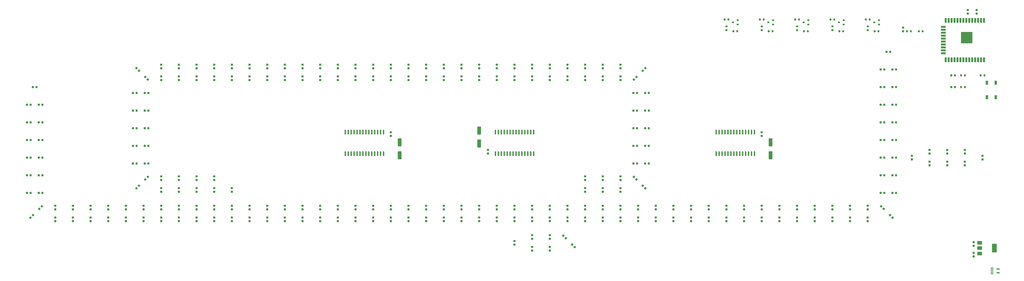
<source format=gtp>
G04 #@! TF.GenerationSoftware,KiCad,Pcbnew,(5.1.10-1-10_14)*
G04 #@! TF.CreationDate,2021-11-04T03:32:05+08:00*
G04 #@! TF.ProjectId,traintracker,74726169-6e74-4726-9163-6b65722e6b69,rev?*
G04 #@! TF.SameCoordinates,Original*
G04 #@! TF.FileFunction,Paste,Top*
G04 #@! TF.FilePolarity,Positive*
%FSLAX46Y46*%
G04 Gerber Fmt 4.6, Leading zero omitted, Abs format (unit mm)*
G04 Created by KiCad (PCBNEW (5.1.10-1-10_14)) date 2021-11-04 03:32:05*
%MOMM*%
%LPD*%
G01*
G04 APERTURE LIST*
%ADD10R,1.350000X0.600000*%
%ADD11R,1.250000X0.400000*%
%ADD12R,5.000000X5.000000*%
%ADD13R,0.900000X2.000000*%
%ADD14R,2.000000X0.900000*%
%ADD15R,0.900000X0.800000*%
%ADD16R,1.000000X1.700000*%
%ADD17R,2.000000X3.800000*%
%ADD18R,2.000000X1.500000*%
G04 APERTURE END LIST*
D10*
G04 #@! TO.C,J2*
X498231183Y-155135992D03*
D11*
X495581183Y-154335992D03*
X495581183Y-153685992D03*
X495581183Y-153035992D03*
X495581183Y-155635992D03*
X495581183Y-154985992D03*
D10*
X498231183Y-153535992D03*
G04 #@! TD*
G04 #@! TO.C,D242*
G36*
G01*
X452075000Y-59433750D02*
X452075000Y-59946250D01*
G75*
G02*
X451856250Y-60165000I-218750J0D01*
G01*
X451418750Y-60165000D01*
G75*
G02*
X451200000Y-59946250I0J218750D01*
G01*
X451200000Y-59433750D01*
G75*
G02*
X451418750Y-59215000I218750J0D01*
G01*
X451856250Y-59215000D01*
G75*
G02*
X452075000Y-59433750I0J-218750D01*
G01*
G37*
G36*
G01*
X450500000Y-59433750D02*
X450500000Y-59946250D01*
G75*
G02*
X450281250Y-60165000I-218750J0D01*
G01*
X449843750Y-60165000D01*
G75*
G02*
X449625000Y-59946250I0J218750D01*
G01*
X449625000Y-59433750D01*
G75*
G02*
X449843750Y-59215000I218750J0D01*
G01*
X450281250Y-59215000D01*
G75*
G02*
X450500000Y-59433750I0J-218750D01*
G01*
G37*
G04 #@! TD*
G04 #@! TO.C,D241*
G36*
G01*
X452165000Y-67566250D02*
X452165000Y-67053750D01*
G75*
G02*
X452383750Y-66835000I218750J0D01*
G01*
X452821250Y-66835000D01*
G75*
G02*
X453040000Y-67053750I0J-218750D01*
G01*
X453040000Y-67566250D01*
G75*
G02*
X452821250Y-67785000I-218750J0D01*
G01*
X452383750Y-67785000D01*
G75*
G02*
X452165000Y-67566250I0J218750D01*
G01*
G37*
G36*
G01*
X453740000Y-67566250D02*
X453740000Y-67053750D01*
G75*
G02*
X453958750Y-66835000I218750J0D01*
G01*
X454396250Y-66835000D01*
G75*
G02*
X454615000Y-67053750I0J-218750D01*
G01*
X454615000Y-67566250D01*
G75*
G02*
X454396250Y-67785000I-218750J0D01*
G01*
X453958750Y-67785000D01*
G75*
G02*
X453740000Y-67566250I0J218750D01*
G01*
G37*
G04 #@! TD*
G04 #@! TO.C,D240*
G36*
G01*
X449535000Y-67053750D02*
X449535000Y-67566250D01*
G75*
G02*
X449316250Y-67785000I-218750J0D01*
G01*
X448878750Y-67785000D01*
G75*
G02*
X448660000Y-67566250I0J218750D01*
G01*
X448660000Y-67053750D01*
G75*
G02*
X448878750Y-66835000I218750J0D01*
G01*
X449316250Y-66835000D01*
G75*
G02*
X449535000Y-67053750I0J-218750D01*
G01*
G37*
G36*
G01*
X447960000Y-67053750D02*
X447960000Y-67566250D01*
G75*
G02*
X447741250Y-67785000I-218750J0D01*
G01*
X447303750Y-67785000D01*
G75*
G02*
X447085000Y-67566250I0J218750D01*
G01*
X447085000Y-67053750D01*
G75*
G02*
X447303750Y-66835000I218750J0D01*
G01*
X447741250Y-66835000D01*
G75*
G02*
X447960000Y-67053750I0J-218750D01*
G01*
G37*
G04 #@! TD*
G04 #@! TO.C,D239*
G36*
G01*
X452165000Y-75186250D02*
X452165000Y-74673750D01*
G75*
G02*
X452383750Y-74455000I218750J0D01*
G01*
X452821250Y-74455000D01*
G75*
G02*
X453040000Y-74673750I0J-218750D01*
G01*
X453040000Y-75186250D01*
G75*
G02*
X452821250Y-75405000I-218750J0D01*
G01*
X452383750Y-75405000D01*
G75*
G02*
X452165000Y-75186250I0J218750D01*
G01*
G37*
G36*
G01*
X453740000Y-75186250D02*
X453740000Y-74673750D01*
G75*
G02*
X453958750Y-74455000I218750J0D01*
G01*
X454396250Y-74455000D01*
G75*
G02*
X454615000Y-74673750I0J-218750D01*
G01*
X454615000Y-75186250D01*
G75*
G02*
X454396250Y-75405000I-218750J0D01*
G01*
X453958750Y-75405000D01*
G75*
G02*
X453740000Y-75186250I0J218750D01*
G01*
G37*
G04 #@! TD*
G04 #@! TO.C,D238*
G36*
G01*
X449535000Y-74673750D02*
X449535000Y-75186250D01*
G75*
G02*
X449316250Y-75405000I-218750J0D01*
G01*
X448878750Y-75405000D01*
G75*
G02*
X448660000Y-75186250I0J218750D01*
G01*
X448660000Y-74673750D01*
G75*
G02*
X448878750Y-74455000I218750J0D01*
G01*
X449316250Y-74455000D01*
G75*
G02*
X449535000Y-74673750I0J-218750D01*
G01*
G37*
G36*
G01*
X447960000Y-74673750D02*
X447960000Y-75186250D01*
G75*
G02*
X447741250Y-75405000I-218750J0D01*
G01*
X447303750Y-75405000D01*
G75*
G02*
X447085000Y-75186250I0J218750D01*
G01*
X447085000Y-74673750D01*
G75*
G02*
X447303750Y-74455000I218750J0D01*
G01*
X447741250Y-74455000D01*
G75*
G02*
X447960000Y-74673750I0J-218750D01*
G01*
G37*
G04 #@! TD*
G04 #@! TO.C,D237*
G36*
G01*
X452165000Y-82806250D02*
X452165000Y-82293750D01*
G75*
G02*
X452383750Y-82075000I218750J0D01*
G01*
X452821250Y-82075000D01*
G75*
G02*
X453040000Y-82293750I0J-218750D01*
G01*
X453040000Y-82806250D01*
G75*
G02*
X452821250Y-83025000I-218750J0D01*
G01*
X452383750Y-83025000D01*
G75*
G02*
X452165000Y-82806250I0J218750D01*
G01*
G37*
G36*
G01*
X453740000Y-82806250D02*
X453740000Y-82293750D01*
G75*
G02*
X453958750Y-82075000I218750J0D01*
G01*
X454396250Y-82075000D01*
G75*
G02*
X454615000Y-82293750I0J-218750D01*
G01*
X454615000Y-82806250D01*
G75*
G02*
X454396250Y-83025000I-218750J0D01*
G01*
X453958750Y-83025000D01*
G75*
G02*
X453740000Y-82806250I0J218750D01*
G01*
G37*
G04 #@! TD*
G04 #@! TO.C,D236*
G36*
G01*
X449535000Y-82293750D02*
X449535000Y-82806250D01*
G75*
G02*
X449316250Y-83025000I-218750J0D01*
G01*
X448878750Y-83025000D01*
G75*
G02*
X448660000Y-82806250I0J218750D01*
G01*
X448660000Y-82293750D01*
G75*
G02*
X448878750Y-82075000I218750J0D01*
G01*
X449316250Y-82075000D01*
G75*
G02*
X449535000Y-82293750I0J-218750D01*
G01*
G37*
G36*
G01*
X447960000Y-82293750D02*
X447960000Y-82806250D01*
G75*
G02*
X447741250Y-83025000I-218750J0D01*
G01*
X447303750Y-83025000D01*
G75*
G02*
X447085000Y-82806250I0J218750D01*
G01*
X447085000Y-82293750D01*
G75*
G02*
X447303750Y-82075000I218750J0D01*
G01*
X447741250Y-82075000D01*
G75*
G02*
X447960000Y-82293750I0J-218750D01*
G01*
G37*
G04 #@! TD*
G04 #@! TO.C,D235*
G36*
G01*
X452165000Y-90426250D02*
X452165000Y-89913750D01*
G75*
G02*
X452383750Y-89695000I218750J0D01*
G01*
X452821250Y-89695000D01*
G75*
G02*
X453040000Y-89913750I0J-218750D01*
G01*
X453040000Y-90426250D01*
G75*
G02*
X452821250Y-90645000I-218750J0D01*
G01*
X452383750Y-90645000D01*
G75*
G02*
X452165000Y-90426250I0J218750D01*
G01*
G37*
G36*
G01*
X453740000Y-90426250D02*
X453740000Y-89913750D01*
G75*
G02*
X453958750Y-89695000I218750J0D01*
G01*
X454396250Y-89695000D01*
G75*
G02*
X454615000Y-89913750I0J-218750D01*
G01*
X454615000Y-90426250D01*
G75*
G02*
X454396250Y-90645000I-218750J0D01*
G01*
X453958750Y-90645000D01*
G75*
G02*
X453740000Y-90426250I0J218750D01*
G01*
G37*
G04 #@! TD*
G04 #@! TO.C,D234*
G36*
G01*
X449535000Y-89913750D02*
X449535000Y-90426250D01*
G75*
G02*
X449316250Y-90645000I-218750J0D01*
G01*
X448878750Y-90645000D01*
G75*
G02*
X448660000Y-90426250I0J218750D01*
G01*
X448660000Y-89913750D01*
G75*
G02*
X448878750Y-89695000I218750J0D01*
G01*
X449316250Y-89695000D01*
G75*
G02*
X449535000Y-89913750I0J-218750D01*
G01*
G37*
G36*
G01*
X447960000Y-89913750D02*
X447960000Y-90426250D01*
G75*
G02*
X447741250Y-90645000I-218750J0D01*
G01*
X447303750Y-90645000D01*
G75*
G02*
X447085000Y-90426250I0J218750D01*
G01*
X447085000Y-89913750D01*
G75*
G02*
X447303750Y-89695000I218750J0D01*
G01*
X447741250Y-89695000D01*
G75*
G02*
X447960000Y-89913750I0J-218750D01*
G01*
G37*
G04 #@! TD*
G04 #@! TO.C,D233*
G36*
G01*
X449535000Y-97533750D02*
X449535000Y-98046250D01*
G75*
G02*
X449316250Y-98265000I-218750J0D01*
G01*
X448878750Y-98265000D01*
G75*
G02*
X448660000Y-98046250I0J218750D01*
G01*
X448660000Y-97533750D01*
G75*
G02*
X448878750Y-97315000I218750J0D01*
G01*
X449316250Y-97315000D01*
G75*
G02*
X449535000Y-97533750I0J-218750D01*
G01*
G37*
G36*
G01*
X447960000Y-97533750D02*
X447960000Y-98046250D01*
G75*
G02*
X447741250Y-98265000I-218750J0D01*
G01*
X447303750Y-98265000D01*
G75*
G02*
X447085000Y-98046250I0J218750D01*
G01*
X447085000Y-97533750D01*
G75*
G02*
X447303750Y-97315000I218750J0D01*
G01*
X447741250Y-97315000D01*
G75*
G02*
X447960000Y-97533750I0J-218750D01*
G01*
G37*
G04 #@! TD*
G04 #@! TO.C,D232*
G36*
G01*
X454615000Y-97533750D02*
X454615000Y-98046250D01*
G75*
G02*
X454396250Y-98265000I-218750J0D01*
G01*
X453958750Y-98265000D01*
G75*
G02*
X453740000Y-98046250I0J218750D01*
G01*
X453740000Y-97533750D01*
G75*
G02*
X453958750Y-97315000I218750J0D01*
G01*
X454396250Y-97315000D01*
G75*
G02*
X454615000Y-97533750I0J-218750D01*
G01*
G37*
G36*
G01*
X453040000Y-97533750D02*
X453040000Y-98046250D01*
G75*
G02*
X452821250Y-98265000I-218750J0D01*
G01*
X452383750Y-98265000D01*
G75*
G02*
X452165000Y-98046250I0J218750D01*
G01*
X452165000Y-97533750D01*
G75*
G02*
X452383750Y-97315000I218750J0D01*
G01*
X452821250Y-97315000D01*
G75*
G02*
X453040000Y-97533750I0J-218750D01*
G01*
G37*
G04 #@! TD*
G04 #@! TO.C,D231*
G36*
G01*
X491233750Y-104185000D02*
X491746250Y-104185000D01*
G75*
G02*
X491965000Y-104403750I0J-218750D01*
G01*
X491965000Y-104841250D01*
G75*
G02*
X491746250Y-105060000I-218750J0D01*
G01*
X491233750Y-105060000D01*
G75*
G02*
X491015000Y-104841250I0J218750D01*
G01*
X491015000Y-104403750D01*
G75*
G02*
X491233750Y-104185000I218750J0D01*
G01*
G37*
G36*
G01*
X491233750Y-105760000D02*
X491746250Y-105760000D01*
G75*
G02*
X491965000Y-105978750I0J-218750D01*
G01*
X491965000Y-106416250D01*
G75*
G02*
X491746250Y-106635000I-218750J0D01*
G01*
X491233750Y-106635000D01*
G75*
G02*
X491015000Y-106416250I0J218750D01*
G01*
X491015000Y-105978750D01*
G75*
G02*
X491233750Y-105760000I218750J0D01*
G01*
G37*
G04 #@! TD*
G04 #@! TO.C,D230*
G36*
G01*
X483613750Y-106725000D02*
X484126250Y-106725000D01*
G75*
G02*
X484345000Y-106943750I0J-218750D01*
G01*
X484345000Y-107381250D01*
G75*
G02*
X484126250Y-107600000I-218750J0D01*
G01*
X483613750Y-107600000D01*
G75*
G02*
X483395000Y-107381250I0J218750D01*
G01*
X483395000Y-106943750D01*
G75*
G02*
X483613750Y-106725000I218750J0D01*
G01*
G37*
G36*
G01*
X483613750Y-108300000D02*
X484126250Y-108300000D01*
G75*
G02*
X484345000Y-108518750I0J-218750D01*
G01*
X484345000Y-108956250D01*
G75*
G02*
X484126250Y-109175000I-218750J0D01*
G01*
X483613750Y-109175000D01*
G75*
G02*
X483395000Y-108956250I0J218750D01*
G01*
X483395000Y-108518750D01*
G75*
G02*
X483613750Y-108300000I218750J0D01*
G01*
G37*
G04 #@! TD*
G04 #@! TO.C,D229*
G36*
G01*
X484126250Y-104095000D02*
X483613750Y-104095000D01*
G75*
G02*
X483395000Y-103876250I0J218750D01*
G01*
X483395000Y-103438750D01*
G75*
G02*
X483613750Y-103220000I218750J0D01*
G01*
X484126250Y-103220000D01*
G75*
G02*
X484345000Y-103438750I0J-218750D01*
G01*
X484345000Y-103876250D01*
G75*
G02*
X484126250Y-104095000I-218750J0D01*
G01*
G37*
G36*
G01*
X484126250Y-102520000D02*
X483613750Y-102520000D01*
G75*
G02*
X483395000Y-102301250I0J218750D01*
G01*
X483395000Y-101863750D01*
G75*
G02*
X483613750Y-101645000I218750J0D01*
G01*
X484126250Y-101645000D01*
G75*
G02*
X484345000Y-101863750I0J-218750D01*
G01*
X484345000Y-102301250D01*
G75*
G02*
X484126250Y-102520000I-218750J0D01*
G01*
G37*
G04 #@! TD*
G04 #@! TO.C,D228*
G36*
G01*
X475993750Y-106725000D02*
X476506250Y-106725000D01*
G75*
G02*
X476725000Y-106943750I0J-218750D01*
G01*
X476725000Y-107381250D01*
G75*
G02*
X476506250Y-107600000I-218750J0D01*
G01*
X475993750Y-107600000D01*
G75*
G02*
X475775000Y-107381250I0J218750D01*
G01*
X475775000Y-106943750D01*
G75*
G02*
X475993750Y-106725000I218750J0D01*
G01*
G37*
G36*
G01*
X475993750Y-108300000D02*
X476506250Y-108300000D01*
G75*
G02*
X476725000Y-108518750I0J-218750D01*
G01*
X476725000Y-108956250D01*
G75*
G02*
X476506250Y-109175000I-218750J0D01*
G01*
X475993750Y-109175000D01*
G75*
G02*
X475775000Y-108956250I0J218750D01*
G01*
X475775000Y-108518750D01*
G75*
G02*
X475993750Y-108300000I218750J0D01*
G01*
G37*
G04 #@! TD*
G04 #@! TO.C,D227*
G36*
G01*
X476506250Y-104095000D02*
X475993750Y-104095000D01*
G75*
G02*
X475775000Y-103876250I0J218750D01*
G01*
X475775000Y-103438750D01*
G75*
G02*
X475993750Y-103220000I218750J0D01*
G01*
X476506250Y-103220000D01*
G75*
G02*
X476725000Y-103438750I0J-218750D01*
G01*
X476725000Y-103876250D01*
G75*
G02*
X476506250Y-104095000I-218750J0D01*
G01*
G37*
G36*
G01*
X476506250Y-102520000D02*
X475993750Y-102520000D01*
G75*
G02*
X475775000Y-102301250I0J218750D01*
G01*
X475775000Y-101863750D01*
G75*
G02*
X475993750Y-101645000I218750J0D01*
G01*
X476506250Y-101645000D01*
G75*
G02*
X476725000Y-101863750I0J-218750D01*
G01*
X476725000Y-102301250D01*
G75*
G02*
X476506250Y-102520000I-218750J0D01*
G01*
G37*
G04 #@! TD*
G04 #@! TO.C,D226*
G36*
G01*
X468373750Y-106725000D02*
X468886250Y-106725000D01*
G75*
G02*
X469105000Y-106943750I0J-218750D01*
G01*
X469105000Y-107381250D01*
G75*
G02*
X468886250Y-107600000I-218750J0D01*
G01*
X468373750Y-107600000D01*
G75*
G02*
X468155000Y-107381250I0J218750D01*
G01*
X468155000Y-106943750D01*
G75*
G02*
X468373750Y-106725000I218750J0D01*
G01*
G37*
G36*
G01*
X468373750Y-108300000D02*
X468886250Y-108300000D01*
G75*
G02*
X469105000Y-108518750I0J-218750D01*
G01*
X469105000Y-108956250D01*
G75*
G02*
X468886250Y-109175000I-218750J0D01*
G01*
X468373750Y-109175000D01*
G75*
G02*
X468155000Y-108956250I0J218750D01*
G01*
X468155000Y-108518750D01*
G75*
G02*
X468373750Y-108300000I218750J0D01*
G01*
G37*
G04 #@! TD*
G04 #@! TO.C,D225*
G36*
G01*
X468886250Y-104095000D02*
X468373750Y-104095000D01*
G75*
G02*
X468155000Y-103876250I0J218750D01*
G01*
X468155000Y-103438750D01*
G75*
G02*
X468373750Y-103220000I218750J0D01*
G01*
X468886250Y-103220000D01*
G75*
G02*
X469105000Y-103438750I0J-218750D01*
G01*
X469105000Y-103876250D01*
G75*
G02*
X468886250Y-104095000I-218750J0D01*
G01*
G37*
G36*
G01*
X468886250Y-102520000D02*
X468373750Y-102520000D01*
G75*
G02*
X468155000Y-102301250I0J218750D01*
G01*
X468155000Y-101863750D01*
G75*
G02*
X468373750Y-101645000I218750J0D01*
G01*
X468886250Y-101645000D01*
G75*
G02*
X469105000Y-101863750I0J-218750D01*
G01*
X469105000Y-102301250D01*
G75*
G02*
X468886250Y-102520000I-218750J0D01*
G01*
G37*
G04 #@! TD*
G04 #@! TO.C,D224*
G36*
G01*
X460753750Y-104185000D02*
X461266250Y-104185000D01*
G75*
G02*
X461485000Y-104403750I0J-218750D01*
G01*
X461485000Y-104841250D01*
G75*
G02*
X461266250Y-105060000I-218750J0D01*
G01*
X460753750Y-105060000D01*
G75*
G02*
X460535000Y-104841250I0J218750D01*
G01*
X460535000Y-104403750D01*
G75*
G02*
X460753750Y-104185000I218750J0D01*
G01*
G37*
G36*
G01*
X460753750Y-105760000D02*
X461266250Y-105760000D01*
G75*
G02*
X461485000Y-105978750I0J-218750D01*
G01*
X461485000Y-106416250D01*
G75*
G02*
X461266250Y-106635000I-218750J0D01*
G01*
X460753750Y-106635000D01*
G75*
G02*
X460535000Y-106416250I0J218750D01*
G01*
X460535000Y-105978750D01*
G75*
G02*
X460753750Y-105760000I218750J0D01*
G01*
G37*
G04 #@! TD*
G04 #@! TO.C,D223*
G36*
G01*
X454615000Y-105153750D02*
X454615000Y-105666250D01*
G75*
G02*
X454396250Y-105885000I-218750J0D01*
G01*
X453958750Y-105885000D01*
G75*
G02*
X453740000Y-105666250I0J218750D01*
G01*
X453740000Y-105153750D01*
G75*
G02*
X453958750Y-104935000I218750J0D01*
G01*
X454396250Y-104935000D01*
G75*
G02*
X454615000Y-105153750I0J-218750D01*
G01*
G37*
G36*
G01*
X453040000Y-105153750D02*
X453040000Y-105666250D01*
G75*
G02*
X452821250Y-105885000I-218750J0D01*
G01*
X452383750Y-105885000D01*
G75*
G02*
X452165000Y-105666250I0J218750D01*
G01*
X452165000Y-105153750D01*
G75*
G02*
X452383750Y-104935000I218750J0D01*
G01*
X452821250Y-104935000D01*
G75*
G02*
X453040000Y-105153750I0J-218750D01*
G01*
G37*
G04 #@! TD*
G04 #@! TO.C,D222*
G36*
G01*
X449535000Y-105153750D02*
X449535000Y-105666250D01*
G75*
G02*
X449316250Y-105885000I-218750J0D01*
G01*
X448878750Y-105885000D01*
G75*
G02*
X448660000Y-105666250I0J218750D01*
G01*
X448660000Y-105153750D01*
G75*
G02*
X448878750Y-104935000I218750J0D01*
G01*
X449316250Y-104935000D01*
G75*
G02*
X449535000Y-105153750I0J-218750D01*
G01*
G37*
G36*
G01*
X447960000Y-105153750D02*
X447960000Y-105666250D01*
G75*
G02*
X447741250Y-105885000I-218750J0D01*
G01*
X447303750Y-105885000D01*
G75*
G02*
X447085000Y-105666250I0J218750D01*
G01*
X447085000Y-105153750D01*
G75*
G02*
X447303750Y-104935000I218750J0D01*
G01*
X447741250Y-104935000D01*
G75*
G02*
X447960000Y-105153750I0J-218750D01*
G01*
G37*
G04 #@! TD*
G04 #@! TO.C,D221*
G36*
G01*
X452165000Y-113286250D02*
X452165000Y-112773750D01*
G75*
G02*
X452383750Y-112555000I218750J0D01*
G01*
X452821250Y-112555000D01*
G75*
G02*
X453040000Y-112773750I0J-218750D01*
G01*
X453040000Y-113286250D01*
G75*
G02*
X452821250Y-113505000I-218750J0D01*
G01*
X452383750Y-113505000D01*
G75*
G02*
X452165000Y-113286250I0J218750D01*
G01*
G37*
G36*
G01*
X453740000Y-113286250D02*
X453740000Y-112773750D01*
G75*
G02*
X453958750Y-112555000I218750J0D01*
G01*
X454396250Y-112555000D01*
G75*
G02*
X454615000Y-112773750I0J-218750D01*
G01*
X454615000Y-113286250D01*
G75*
G02*
X454396250Y-113505000I-218750J0D01*
G01*
X453958750Y-113505000D01*
G75*
G02*
X453740000Y-113286250I0J218750D01*
G01*
G37*
G04 #@! TD*
G04 #@! TO.C,D220*
G36*
G01*
X449535000Y-112773750D02*
X449535000Y-113286250D01*
G75*
G02*
X449316250Y-113505000I-218750J0D01*
G01*
X448878750Y-113505000D01*
G75*
G02*
X448660000Y-113286250I0J218750D01*
G01*
X448660000Y-112773750D01*
G75*
G02*
X448878750Y-112555000I218750J0D01*
G01*
X449316250Y-112555000D01*
G75*
G02*
X449535000Y-112773750I0J-218750D01*
G01*
G37*
G36*
G01*
X447960000Y-112773750D02*
X447960000Y-113286250D01*
G75*
G02*
X447741250Y-113505000I-218750J0D01*
G01*
X447303750Y-113505000D01*
G75*
G02*
X447085000Y-113286250I0J218750D01*
G01*
X447085000Y-112773750D01*
G75*
G02*
X447303750Y-112555000I218750J0D01*
G01*
X447741250Y-112555000D01*
G75*
G02*
X447960000Y-112773750I0J-218750D01*
G01*
G37*
G04 #@! TD*
G04 #@! TO.C,D219*
G36*
G01*
X452165000Y-120906250D02*
X452165000Y-120393750D01*
G75*
G02*
X452383750Y-120175000I218750J0D01*
G01*
X452821250Y-120175000D01*
G75*
G02*
X453040000Y-120393750I0J-218750D01*
G01*
X453040000Y-120906250D01*
G75*
G02*
X452821250Y-121125000I-218750J0D01*
G01*
X452383750Y-121125000D01*
G75*
G02*
X452165000Y-120906250I0J218750D01*
G01*
G37*
G36*
G01*
X453740000Y-120906250D02*
X453740000Y-120393750D01*
G75*
G02*
X453958750Y-120175000I218750J0D01*
G01*
X454396250Y-120175000D01*
G75*
G02*
X454615000Y-120393750I0J-218750D01*
G01*
X454615000Y-120906250D01*
G75*
G02*
X454396250Y-121125000I-218750J0D01*
G01*
X453958750Y-121125000D01*
G75*
G02*
X453740000Y-120906250I0J218750D01*
G01*
G37*
G04 #@! TD*
G04 #@! TO.C,D218*
G36*
G01*
X449535000Y-120393750D02*
X449535000Y-120906250D01*
G75*
G02*
X449316250Y-121125000I-218750J0D01*
G01*
X448878750Y-121125000D01*
G75*
G02*
X448660000Y-120906250I0J218750D01*
G01*
X448660000Y-120393750D01*
G75*
G02*
X448878750Y-120175000I218750J0D01*
G01*
X449316250Y-120175000D01*
G75*
G02*
X449535000Y-120393750I0J-218750D01*
G01*
G37*
G36*
G01*
X447960000Y-120393750D02*
X447960000Y-120906250D01*
G75*
G02*
X447741250Y-121125000I-218750J0D01*
G01*
X447303750Y-121125000D01*
G75*
G02*
X447085000Y-120906250I0J218750D01*
G01*
X447085000Y-120393750D01*
G75*
G02*
X447303750Y-120175000I218750J0D01*
G01*
X447741250Y-120175000D01*
G75*
G02*
X447960000Y-120393750I0J-218750D01*
G01*
G37*
G04 #@! TD*
G04 #@! TO.C,D217*
G36*
G01*
X451072597Y-130124990D02*
X451434990Y-129762597D01*
G75*
G02*
X451744350Y-129762597I154680J-154680D01*
G01*
X452053709Y-130071956D01*
G75*
G02*
X452053709Y-130381316I-154680J-154680D01*
G01*
X451691316Y-130743709D01*
G75*
G02*
X451381956Y-130743709I-154680J154680D01*
G01*
X451072597Y-130434350D01*
G75*
G02*
X451072597Y-130124990I154680J154680D01*
G01*
G37*
G36*
G01*
X452186291Y-131238684D02*
X452548684Y-130876291D01*
G75*
G02*
X452858044Y-130876291I154680J-154680D01*
G01*
X453167403Y-131185650D01*
G75*
G02*
X453167403Y-131495010I-154680J-154680D01*
G01*
X452805010Y-131857403D01*
G75*
G02*
X452495650Y-131857403I-154680J154680D01*
G01*
X452186291Y-131548044D01*
G75*
G02*
X452186291Y-131238684I154680J154680D01*
G01*
G37*
G04 #@! TD*
G04 #@! TO.C,D216*
G36*
G01*
X449357403Y-127685010D02*
X448995010Y-128047403D01*
G75*
G02*
X448685650Y-128047403I-154680J154680D01*
G01*
X448376291Y-127738044D01*
G75*
G02*
X448376291Y-127428684I154680J154680D01*
G01*
X448738684Y-127066291D01*
G75*
G02*
X449048044Y-127066291I154680J-154680D01*
G01*
X449357403Y-127375650D01*
G75*
G02*
X449357403Y-127685010I-154680J-154680D01*
G01*
G37*
G36*
G01*
X448243709Y-126571316D02*
X447881316Y-126933709D01*
G75*
G02*
X447571956Y-126933709I-154680J154680D01*
G01*
X447262597Y-126624350D01*
G75*
G02*
X447262597Y-126314990I154680J154680D01*
G01*
X447624990Y-125952597D01*
G75*
G02*
X447934350Y-125952597I154680J-154680D01*
G01*
X448243709Y-126261956D01*
G75*
G02*
X448243709Y-126571316I-154680J-154680D01*
G01*
G37*
G04 #@! TD*
G04 #@! TO.C,D215*
G36*
G01*
X441703750Y-130855000D02*
X442216250Y-130855000D01*
G75*
G02*
X442435000Y-131073750I0J-218750D01*
G01*
X442435000Y-131511250D01*
G75*
G02*
X442216250Y-131730000I-218750J0D01*
G01*
X441703750Y-131730000D01*
G75*
G02*
X441485000Y-131511250I0J218750D01*
G01*
X441485000Y-131073750D01*
G75*
G02*
X441703750Y-130855000I218750J0D01*
G01*
G37*
G36*
G01*
X441703750Y-132430000D02*
X442216250Y-132430000D01*
G75*
G02*
X442435000Y-132648750I0J-218750D01*
G01*
X442435000Y-133086250D01*
G75*
G02*
X442216250Y-133305000I-218750J0D01*
G01*
X441703750Y-133305000D01*
G75*
G02*
X441485000Y-133086250I0J218750D01*
G01*
X441485000Y-132648750D01*
G75*
G02*
X441703750Y-132430000I218750J0D01*
G01*
G37*
G04 #@! TD*
G04 #@! TO.C,D214*
G36*
G01*
X442216250Y-128225000D02*
X441703750Y-128225000D01*
G75*
G02*
X441485000Y-128006250I0J218750D01*
G01*
X441485000Y-127568750D01*
G75*
G02*
X441703750Y-127350000I218750J0D01*
G01*
X442216250Y-127350000D01*
G75*
G02*
X442435000Y-127568750I0J-218750D01*
G01*
X442435000Y-128006250D01*
G75*
G02*
X442216250Y-128225000I-218750J0D01*
G01*
G37*
G36*
G01*
X442216250Y-126650000D02*
X441703750Y-126650000D01*
G75*
G02*
X441485000Y-126431250I0J218750D01*
G01*
X441485000Y-125993750D01*
G75*
G02*
X441703750Y-125775000I218750J0D01*
G01*
X442216250Y-125775000D01*
G75*
G02*
X442435000Y-125993750I0J-218750D01*
G01*
X442435000Y-126431250D01*
G75*
G02*
X442216250Y-126650000I-218750J0D01*
G01*
G37*
G04 #@! TD*
G04 #@! TO.C,D213*
G36*
G01*
X434083750Y-130855000D02*
X434596250Y-130855000D01*
G75*
G02*
X434815000Y-131073750I0J-218750D01*
G01*
X434815000Y-131511250D01*
G75*
G02*
X434596250Y-131730000I-218750J0D01*
G01*
X434083750Y-131730000D01*
G75*
G02*
X433865000Y-131511250I0J218750D01*
G01*
X433865000Y-131073750D01*
G75*
G02*
X434083750Y-130855000I218750J0D01*
G01*
G37*
G36*
G01*
X434083750Y-132430000D02*
X434596250Y-132430000D01*
G75*
G02*
X434815000Y-132648750I0J-218750D01*
G01*
X434815000Y-133086250D01*
G75*
G02*
X434596250Y-133305000I-218750J0D01*
G01*
X434083750Y-133305000D01*
G75*
G02*
X433865000Y-133086250I0J218750D01*
G01*
X433865000Y-132648750D01*
G75*
G02*
X434083750Y-132430000I218750J0D01*
G01*
G37*
G04 #@! TD*
G04 #@! TO.C,D212*
G36*
G01*
X434596250Y-128225000D02*
X434083750Y-128225000D01*
G75*
G02*
X433865000Y-128006250I0J218750D01*
G01*
X433865000Y-127568750D01*
G75*
G02*
X434083750Y-127350000I218750J0D01*
G01*
X434596250Y-127350000D01*
G75*
G02*
X434815000Y-127568750I0J-218750D01*
G01*
X434815000Y-128006250D01*
G75*
G02*
X434596250Y-128225000I-218750J0D01*
G01*
G37*
G36*
G01*
X434596250Y-126650000D02*
X434083750Y-126650000D01*
G75*
G02*
X433865000Y-126431250I0J218750D01*
G01*
X433865000Y-125993750D01*
G75*
G02*
X434083750Y-125775000I218750J0D01*
G01*
X434596250Y-125775000D01*
G75*
G02*
X434815000Y-125993750I0J-218750D01*
G01*
X434815000Y-126431250D01*
G75*
G02*
X434596250Y-126650000I-218750J0D01*
G01*
G37*
G04 #@! TD*
G04 #@! TO.C,D211*
G36*
G01*
X426463750Y-130855000D02*
X426976250Y-130855000D01*
G75*
G02*
X427195000Y-131073750I0J-218750D01*
G01*
X427195000Y-131511250D01*
G75*
G02*
X426976250Y-131730000I-218750J0D01*
G01*
X426463750Y-131730000D01*
G75*
G02*
X426245000Y-131511250I0J218750D01*
G01*
X426245000Y-131073750D01*
G75*
G02*
X426463750Y-130855000I218750J0D01*
G01*
G37*
G36*
G01*
X426463750Y-132430000D02*
X426976250Y-132430000D01*
G75*
G02*
X427195000Y-132648750I0J-218750D01*
G01*
X427195000Y-133086250D01*
G75*
G02*
X426976250Y-133305000I-218750J0D01*
G01*
X426463750Y-133305000D01*
G75*
G02*
X426245000Y-133086250I0J218750D01*
G01*
X426245000Y-132648750D01*
G75*
G02*
X426463750Y-132430000I218750J0D01*
G01*
G37*
G04 #@! TD*
G04 #@! TO.C,D210*
G36*
G01*
X426976250Y-128225000D02*
X426463750Y-128225000D01*
G75*
G02*
X426245000Y-128006250I0J218750D01*
G01*
X426245000Y-127568750D01*
G75*
G02*
X426463750Y-127350000I218750J0D01*
G01*
X426976250Y-127350000D01*
G75*
G02*
X427195000Y-127568750I0J-218750D01*
G01*
X427195000Y-128006250D01*
G75*
G02*
X426976250Y-128225000I-218750J0D01*
G01*
G37*
G36*
G01*
X426976250Y-126650000D02*
X426463750Y-126650000D01*
G75*
G02*
X426245000Y-126431250I0J218750D01*
G01*
X426245000Y-125993750D01*
G75*
G02*
X426463750Y-125775000I218750J0D01*
G01*
X426976250Y-125775000D01*
G75*
G02*
X427195000Y-125993750I0J-218750D01*
G01*
X427195000Y-126431250D01*
G75*
G02*
X426976250Y-126650000I-218750J0D01*
G01*
G37*
G04 #@! TD*
G04 #@! TO.C,D209*
G36*
G01*
X418843750Y-130855000D02*
X419356250Y-130855000D01*
G75*
G02*
X419575000Y-131073750I0J-218750D01*
G01*
X419575000Y-131511250D01*
G75*
G02*
X419356250Y-131730000I-218750J0D01*
G01*
X418843750Y-131730000D01*
G75*
G02*
X418625000Y-131511250I0J218750D01*
G01*
X418625000Y-131073750D01*
G75*
G02*
X418843750Y-130855000I218750J0D01*
G01*
G37*
G36*
G01*
X418843750Y-132430000D02*
X419356250Y-132430000D01*
G75*
G02*
X419575000Y-132648750I0J-218750D01*
G01*
X419575000Y-133086250D01*
G75*
G02*
X419356250Y-133305000I-218750J0D01*
G01*
X418843750Y-133305000D01*
G75*
G02*
X418625000Y-133086250I0J218750D01*
G01*
X418625000Y-132648750D01*
G75*
G02*
X418843750Y-132430000I218750J0D01*
G01*
G37*
G04 #@! TD*
G04 #@! TO.C,D208*
G36*
G01*
X419356250Y-128225000D02*
X418843750Y-128225000D01*
G75*
G02*
X418625000Y-128006250I0J218750D01*
G01*
X418625000Y-127568750D01*
G75*
G02*
X418843750Y-127350000I218750J0D01*
G01*
X419356250Y-127350000D01*
G75*
G02*
X419575000Y-127568750I0J-218750D01*
G01*
X419575000Y-128006250D01*
G75*
G02*
X419356250Y-128225000I-218750J0D01*
G01*
G37*
G36*
G01*
X419356250Y-126650000D02*
X418843750Y-126650000D01*
G75*
G02*
X418625000Y-126431250I0J218750D01*
G01*
X418625000Y-125993750D01*
G75*
G02*
X418843750Y-125775000I218750J0D01*
G01*
X419356250Y-125775000D01*
G75*
G02*
X419575000Y-125993750I0J-218750D01*
G01*
X419575000Y-126431250D01*
G75*
G02*
X419356250Y-126650000I-218750J0D01*
G01*
G37*
G04 #@! TD*
G04 #@! TO.C,D207*
G36*
G01*
X411223750Y-130855000D02*
X411736250Y-130855000D01*
G75*
G02*
X411955000Y-131073750I0J-218750D01*
G01*
X411955000Y-131511250D01*
G75*
G02*
X411736250Y-131730000I-218750J0D01*
G01*
X411223750Y-131730000D01*
G75*
G02*
X411005000Y-131511250I0J218750D01*
G01*
X411005000Y-131073750D01*
G75*
G02*
X411223750Y-130855000I218750J0D01*
G01*
G37*
G36*
G01*
X411223750Y-132430000D02*
X411736250Y-132430000D01*
G75*
G02*
X411955000Y-132648750I0J-218750D01*
G01*
X411955000Y-133086250D01*
G75*
G02*
X411736250Y-133305000I-218750J0D01*
G01*
X411223750Y-133305000D01*
G75*
G02*
X411005000Y-133086250I0J218750D01*
G01*
X411005000Y-132648750D01*
G75*
G02*
X411223750Y-132430000I218750J0D01*
G01*
G37*
G04 #@! TD*
G04 #@! TO.C,D206*
G36*
G01*
X411736250Y-128225000D02*
X411223750Y-128225000D01*
G75*
G02*
X411005000Y-128006250I0J218750D01*
G01*
X411005000Y-127568750D01*
G75*
G02*
X411223750Y-127350000I218750J0D01*
G01*
X411736250Y-127350000D01*
G75*
G02*
X411955000Y-127568750I0J-218750D01*
G01*
X411955000Y-128006250D01*
G75*
G02*
X411736250Y-128225000I-218750J0D01*
G01*
G37*
G36*
G01*
X411736250Y-126650000D02*
X411223750Y-126650000D01*
G75*
G02*
X411005000Y-126431250I0J218750D01*
G01*
X411005000Y-125993750D01*
G75*
G02*
X411223750Y-125775000I218750J0D01*
G01*
X411736250Y-125775000D01*
G75*
G02*
X411955000Y-125993750I0J-218750D01*
G01*
X411955000Y-126431250D01*
G75*
G02*
X411736250Y-126650000I-218750J0D01*
G01*
G37*
G04 #@! TD*
G04 #@! TO.C,D205*
G36*
G01*
X403603750Y-130855000D02*
X404116250Y-130855000D01*
G75*
G02*
X404335000Y-131073750I0J-218750D01*
G01*
X404335000Y-131511250D01*
G75*
G02*
X404116250Y-131730000I-218750J0D01*
G01*
X403603750Y-131730000D01*
G75*
G02*
X403385000Y-131511250I0J218750D01*
G01*
X403385000Y-131073750D01*
G75*
G02*
X403603750Y-130855000I218750J0D01*
G01*
G37*
G36*
G01*
X403603750Y-132430000D02*
X404116250Y-132430000D01*
G75*
G02*
X404335000Y-132648750I0J-218750D01*
G01*
X404335000Y-133086250D01*
G75*
G02*
X404116250Y-133305000I-218750J0D01*
G01*
X403603750Y-133305000D01*
G75*
G02*
X403385000Y-133086250I0J218750D01*
G01*
X403385000Y-132648750D01*
G75*
G02*
X403603750Y-132430000I218750J0D01*
G01*
G37*
G04 #@! TD*
G04 #@! TO.C,D204*
G36*
G01*
X404116250Y-128225000D02*
X403603750Y-128225000D01*
G75*
G02*
X403385000Y-128006250I0J218750D01*
G01*
X403385000Y-127568750D01*
G75*
G02*
X403603750Y-127350000I218750J0D01*
G01*
X404116250Y-127350000D01*
G75*
G02*
X404335000Y-127568750I0J-218750D01*
G01*
X404335000Y-128006250D01*
G75*
G02*
X404116250Y-128225000I-218750J0D01*
G01*
G37*
G36*
G01*
X404116250Y-126650000D02*
X403603750Y-126650000D01*
G75*
G02*
X403385000Y-126431250I0J218750D01*
G01*
X403385000Y-125993750D01*
G75*
G02*
X403603750Y-125775000I218750J0D01*
G01*
X404116250Y-125775000D01*
G75*
G02*
X404335000Y-125993750I0J-218750D01*
G01*
X404335000Y-126431250D01*
G75*
G02*
X404116250Y-126650000I-218750J0D01*
G01*
G37*
G04 #@! TD*
G04 #@! TO.C,D203*
G36*
G01*
X395983750Y-130855000D02*
X396496250Y-130855000D01*
G75*
G02*
X396715000Y-131073750I0J-218750D01*
G01*
X396715000Y-131511250D01*
G75*
G02*
X396496250Y-131730000I-218750J0D01*
G01*
X395983750Y-131730000D01*
G75*
G02*
X395765000Y-131511250I0J218750D01*
G01*
X395765000Y-131073750D01*
G75*
G02*
X395983750Y-130855000I218750J0D01*
G01*
G37*
G36*
G01*
X395983750Y-132430000D02*
X396496250Y-132430000D01*
G75*
G02*
X396715000Y-132648750I0J-218750D01*
G01*
X396715000Y-133086250D01*
G75*
G02*
X396496250Y-133305000I-218750J0D01*
G01*
X395983750Y-133305000D01*
G75*
G02*
X395765000Y-133086250I0J218750D01*
G01*
X395765000Y-132648750D01*
G75*
G02*
X395983750Y-132430000I218750J0D01*
G01*
G37*
G04 #@! TD*
G04 #@! TO.C,D202*
G36*
G01*
X396496250Y-128225000D02*
X395983750Y-128225000D01*
G75*
G02*
X395765000Y-128006250I0J218750D01*
G01*
X395765000Y-127568750D01*
G75*
G02*
X395983750Y-127350000I218750J0D01*
G01*
X396496250Y-127350000D01*
G75*
G02*
X396715000Y-127568750I0J-218750D01*
G01*
X396715000Y-128006250D01*
G75*
G02*
X396496250Y-128225000I-218750J0D01*
G01*
G37*
G36*
G01*
X396496250Y-126650000D02*
X395983750Y-126650000D01*
G75*
G02*
X395765000Y-126431250I0J218750D01*
G01*
X395765000Y-125993750D01*
G75*
G02*
X395983750Y-125775000I218750J0D01*
G01*
X396496250Y-125775000D01*
G75*
G02*
X396715000Y-125993750I0J-218750D01*
G01*
X396715000Y-126431250D01*
G75*
G02*
X396496250Y-126650000I-218750J0D01*
G01*
G37*
G04 #@! TD*
G04 #@! TO.C,D201*
G36*
G01*
X388363750Y-130855000D02*
X388876250Y-130855000D01*
G75*
G02*
X389095000Y-131073750I0J-218750D01*
G01*
X389095000Y-131511250D01*
G75*
G02*
X388876250Y-131730000I-218750J0D01*
G01*
X388363750Y-131730000D01*
G75*
G02*
X388145000Y-131511250I0J218750D01*
G01*
X388145000Y-131073750D01*
G75*
G02*
X388363750Y-130855000I218750J0D01*
G01*
G37*
G36*
G01*
X388363750Y-132430000D02*
X388876250Y-132430000D01*
G75*
G02*
X389095000Y-132648750I0J-218750D01*
G01*
X389095000Y-133086250D01*
G75*
G02*
X388876250Y-133305000I-218750J0D01*
G01*
X388363750Y-133305000D01*
G75*
G02*
X388145000Y-133086250I0J218750D01*
G01*
X388145000Y-132648750D01*
G75*
G02*
X388363750Y-132430000I218750J0D01*
G01*
G37*
G04 #@! TD*
G04 #@! TO.C,D200*
G36*
G01*
X388876250Y-128225000D02*
X388363750Y-128225000D01*
G75*
G02*
X388145000Y-128006250I0J218750D01*
G01*
X388145000Y-127568750D01*
G75*
G02*
X388363750Y-127350000I218750J0D01*
G01*
X388876250Y-127350000D01*
G75*
G02*
X389095000Y-127568750I0J-218750D01*
G01*
X389095000Y-128006250D01*
G75*
G02*
X388876250Y-128225000I-218750J0D01*
G01*
G37*
G36*
G01*
X388876250Y-126650000D02*
X388363750Y-126650000D01*
G75*
G02*
X388145000Y-126431250I0J218750D01*
G01*
X388145000Y-125993750D01*
G75*
G02*
X388363750Y-125775000I218750J0D01*
G01*
X388876250Y-125775000D01*
G75*
G02*
X389095000Y-125993750I0J-218750D01*
G01*
X389095000Y-126431250D01*
G75*
G02*
X388876250Y-126650000I-218750J0D01*
G01*
G37*
G04 #@! TD*
G04 #@! TO.C,D199*
G36*
G01*
X380743750Y-130855000D02*
X381256250Y-130855000D01*
G75*
G02*
X381475000Y-131073750I0J-218750D01*
G01*
X381475000Y-131511250D01*
G75*
G02*
X381256250Y-131730000I-218750J0D01*
G01*
X380743750Y-131730000D01*
G75*
G02*
X380525000Y-131511250I0J218750D01*
G01*
X380525000Y-131073750D01*
G75*
G02*
X380743750Y-130855000I218750J0D01*
G01*
G37*
G36*
G01*
X380743750Y-132430000D02*
X381256250Y-132430000D01*
G75*
G02*
X381475000Y-132648750I0J-218750D01*
G01*
X381475000Y-133086250D01*
G75*
G02*
X381256250Y-133305000I-218750J0D01*
G01*
X380743750Y-133305000D01*
G75*
G02*
X380525000Y-133086250I0J218750D01*
G01*
X380525000Y-132648750D01*
G75*
G02*
X380743750Y-132430000I218750J0D01*
G01*
G37*
G04 #@! TD*
G04 #@! TO.C,D198*
G36*
G01*
X381256250Y-128225000D02*
X380743750Y-128225000D01*
G75*
G02*
X380525000Y-128006250I0J218750D01*
G01*
X380525000Y-127568750D01*
G75*
G02*
X380743750Y-127350000I218750J0D01*
G01*
X381256250Y-127350000D01*
G75*
G02*
X381475000Y-127568750I0J-218750D01*
G01*
X381475000Y-128006250D01*
G75*
G02*
X381256250Y-128225000I-218750J0D01*
G01*
G37*
G36*
G01*
X381256250Y-126650000D02*
X380743750Y-126650000D01*
G75*
G02*
X380525000Y-126431250I0J218750D01*
G01*
X380525000Y-125993750D01*
G75*
G02*
X380743750Y-125775000I218750J0D01*
G01*
X381256250Y-125775000D01*
G75*
G02*
X381475000Y-125993750I0J-218750D01*
G01*
X381475000Y-126431250D01*
G75*
G02*
X381256250Y-126650000I-218750J0D01*
G01*
G37*
G04 #@! TD*
G04 #@! TO.C,D197*
G36*
G01*
X373123750Y-130855000D02*
X373636250Y-130855000D01*
G75*
G02*
X373855000Y-131073750I0J-218750D01*
G01*
X373855000Y-131511250D01*
G75*
G02*
X373636250Y-131730000I-218750J0D01*
G01*
X373123750Y-131730000D01*
G75*
G02*
X372905000Y-131511250I0J218750D01*
G01*
X372905000Y-131073750D01*
G75*
G02*
X373123750Y-130855000I218750J0D01*
G01*
G37*
G36*
G01*
X373123750Y-132430000D02*
X373636250Y-132430000D01*
G75*
G02*
X373855000Y-132648750I0J-218750D01*
G01*
X373855000Y-133086250D01*
G75*
G02*
X373636250Y-133305000I-218750J0D01*
G01*
X373123750Y-133305000D01*
G75*
G02*
X372905000Y-133086250I0J218750D01*
G01*
X372905000Y-132648750D01*
G75*
G02*
X373123750Y-132430000I218750J0D01*
G01*
G37*
G04 #@! TD*
G04 #@! TO.C,D196*
G36*
G01*
X373636250Y-128225000D02*
X373123750Y-128225000D01*
G75*
G02*
X372905000Y-128006250I0J218750D01*
G01*
X372905000Y-127568750D01*
G75*
G02*
X373123750Y-127350000I218750J0D01*
G01*
X373636250Y-127350000D01*
G75*
G02*
X373855000Y-127568750I0J-218750D01*
G01*
X373855000Y-128006250D01*
G75*
G02*
X373636250Y-128225000I-218750J0D01*
G01*
G37*
G36*
G01*
X373636250Y-126650000D02*
X373123750Y-126650000D01*
G75*
G02*
X372905000Y-126431250I0J218750D01*
G01*
X372905000Y-125993750D01*
G75*
G02*
X373123750Y-125775000I218750J0D01*
G01*
X373636250Y-125775000D01*
G75*
G02*
X373855000Y-125993750I0J-218750D01*
G01*
X373855000Y-126431250D01*
G75*
G02*
X373636250Y-126650000I-218750J0D01*
G01*
G37*
G04 #@! TD*
G04 #@! TO.C,D195*
G36*
G01*
X365503750Y-130855000D02*
X366016250Y-130855000D01*
G75*
G02*
X366235000Y-131073750I0J-218750D01*
G01*
X366235000Y-131511250D01*
G75*
G02*
X366016250Y-131730000I-218750J0D01*
G01*
X365503750Y-131730000D01*
G75*
G02*
X365285000Y-131511250I0J218750D01*
G01*
X365285000Y-131073750D01*
G75*
G02*
X365503750Y-130855000I218750J0D01*
G01*
G37*
G36*
G01*
X365503750Y-132430000D02*
X366016250Y-132430000D01*
G75*
G02*
X366235000Y-132648750I0J-218750D01*
G01*
X366235000Y-133086250D01*
G75*
G02*
X366016250Y-133305000I-218750J0D01*
G01*
X365503750Y-133305000D01*
G75*
G02*
X365285000Y-133086250I0J218750D01*
G01*
X365285000Y-132648750D01*
G75*
G02*
X365503750Y-132430000I218750J0D01*
G01*
G37*
G04 #@! TD*
G04 #@! TO.C,D194*
G36*
G01*
X366016250Y-128225000D02*
X365503750Y-128225000D01*
G75*
G02*
X365285000Y-128006250I0J218750D01*
G01*
X365285000Y-127568750D01*
G75*
G02*
X365503750Y-127350000I218750J0D01*
G01*
X366016250Y-127350000D01*
G75*
G02*
X366235000Y-127568750I0J-218750D01*
G01*
X366235000Y-128006250D01*
G75*
G02*
X366016250Y-128225000I-218750J0D01*
G01*
G37*
G36*
G01*
X366016250Y-126650000D02*
X365503750Y-126650000D01*
G75*
G02*
X365285000Y-126431250I0J218750D01*
G01*
X365285000Y-125993750D01*
G75*
G02*
X365503750Y-125775000I218750J0D01*
G01*
X366016250Y-125775000D01*
G75*
G02*
X366235000Y-125993750I0J-218750D01*
G01*
X366235000Y-126431250D01*
G75*
G02*
X366016250Y-126650000I-218750J0D01*
G01*
G37*
G04 #@! TD*
G04 #@! TO.C,D193*
G36*
G01*
X357883750Y-130855000D02*
X358396250Y-130855000D01*
G75*
G02*
X358615000Y-131073750I0J-218750D01*
G01*
X358615000Y-131511250D01*
G75*
G02*
X358396250Y-131730000I-218750J0D01*
G01*
X357883750Y-131730000D01*
G75*
G02*
X357665000Y-131511250I0J218750D01*
G01*
X357665000Y-131073750D01*
G75*
G02*
X357883750Y-130855000I218750J0D01*
G01*
G37*
G36*
G01*
X357883750Y-132430000D02*
X358396250Y-132430000D01*
G75*
G02*
X358615000Y-132648750I0J-218750D01*
G01*
X358615000Y-133086250D01*
G75*
G02*
X358396250Y-133305000I-218750J0D01*
G01*
X357883750Y-133305000D01*
G75*
G02*
X357665000Y-133086250I0J218750D01*
G01*
X357665000Y-132648750D01*
G75*
G02*
X357883750Y-132430000I218750J0D01*
G01*
G37*
G04 #@! TD*
G04 #@! TO.C,D192*
G36*
G01*
X358396250Y-128225000D02*
X357883750Y-128225000D01*
G75*
G02*
X357665000Y-128006250I0J218750D01*
G01*
X357665000Y-127568750D01*
G75*
G02*
X357883750Y-127350000I218750J0D01*
G01*
X358396250Y-127350000D01*
G75*
G02*
X358615000Y-127568750I0J-218750D01*
G01*
X358615000Y-128006250D01*
G75*
G02*
X358396250Y-128225000I-218750J0D01*
G01*
G37*
G36*
G01*
X358396250Y-126650000D02*
X357883750Y-126650000D01*
G75*
G02*
X357665000Y-126431250I0J218750D01*
G01*
X357665000Y-125993750D01*
G75*
G02*
X357883750Y-125775000I218750J0D01*
G01*
X358396250Y-125775000D01*
G75*
G02*
X358615000Y-125993750I0J-218750D01*
G01*
X358615000Y-126431250D01*
G75*
G02*
X358396250Y-126650000I-218750J0D01*
G01*
G37*
G04 #@! TD*
G04 #@! TO.C,D191*
G36*
G01*
X350263750Y-130855000D02*
X350776250Y-130855000D01*
G75*
G02*
X350995000Y-131073750I0J-218750D01*
G01*
X350995000Y-131511250D01*
G75*
G02*
X350776250Y-131730000I-218750J0D01*
G01*
X350263750Y-131730000D01*
G75*
G02*
X350045000Y-131511250I0J218750D01*
G01*
X350045000Y-131073750D01*
G75*
G02*
X350263750Y-130855000I218750J0D01*
G01*
G37*
G36*
G01*
X350263750Y-132430000D02*
X350776250Y-132430000D01*
G75*
G02*
X350995000Y-132648750I0J-218750D01*
G01*
X350995000Y-133086250D01*
G75*
G02*
X350776250Y-133305000I-218750J0D01*
G01*
X350263750Y-133305000D01*
G75*
G02*
X350045000Y-133086250I0J218750D01*
G01*
X350045000Y-132648750D01*
G75*
G02*
X350263750Y-132430000I218750J0D01*
G01*
G37*
G04 #@! TD*
G04 #@! TO.C,D190*
G36*
G01*
X350776250Y-128225000D02*
X350263750Y-128225000D01*
G75*
G02*
X350045000Y-128006250I0J218750D01*
G01*
X350045000Y-127568750D01*
G75*
G02*
X350263750Y-127350000I218750J0D01*
G01*
X350776250Y-127350000D01*
G75*
G02*
X350995000Y-127568750I0J-218750D01*
G01*
X350995000Y-128006250D01*
G75*
G02*
X350776250Y-128225000I-218750J0D01*
G01*
G37*
G36*
G01*
X350776250Y-126650000D02*
X350263750Y-126650000D01*
G75*
G02*
X350045000Y-126431250I0J218750D01*
G01*
X350045000Y-125993750D01*
G75*
G02*
X350263750Y-125775000I218750J0D01*
G01*
X350776250Y-125775000D01*
G75*
G02*
X350995000Y-125993750I0J-218750D01*
G01*
X350995000Y-126431250D01*
G75*
G02*
X350776250Y-126650000I-218750J0D01*
G01*
G37*
G04 #@! TD*
G04 #@! TO.C,D189*
G36*
G01*
X342643750Y-130855000D02*
X343156250Y-130855000D01*
G75*
G02*
X343375000Y-131073750I0J-218750D01*
G01*
X343375000Y-131511250D01*
G75*
G02*
X343156250Y-131730000I-218750J0D01*
G01*
X342643750Y-131730000D01*
G75*
G02*
X342425000Y-131511250I0J218750D01*
G01*
X342425000Y-131073750D01*
G75*
G02*
X342643750Y-130855000I218750J0D01*
G01*
G37*
G36*
G01*
X342643750Y-132430000D02*
X343156250Y-132430000D01*
G75*
G02*
X343375000Y-132648750I0J-218750D01*
G01*
X343375000Y-133086250D01*
G75*
G02*
X343156250Y-133305000I-218750J0D01*
G01*
X342643750Y-133305000D01*
G75*
G02*
X342425000Y-133086250I0J218750D01*
G01*
X342425000Y-132648750D01*
G75*
G02*
X342643750Y-132430000I218750J0D01*
G01*
G37*
G04 #@! TD*
G04 #@! TO.C,D188*
G36*
G01*
X343156250Y-128225000D02*
X342643750Y-128225000D01*
G75*
G02*
X342425000Y-128006250I0J218750D01*
G01*
X342425000Y-127568750D01*
G75*
G02*
X342643750Y-127350000I218750J0D01*
G01*
X343156250Y-127350000D01*
G75*
G02*
X343375000Y-127568750I0J-218750D01*
G01*
X343375000Y-128006250D01*
G75*
G02*
X343156250Y-128225000I-218750J0D01*
G01*
G37*
G36*
G01*
X343156250Y-126650000D02*
X342643750Y-126650000D01*
G75*
G02*
X342425000Y-126431250I0J218750D01*
G01*
X342425000Y-125993750D01*
G75*
G02*
X342643750Y-125775000I218750J0D01*
G01*
X343156250Y-125775000D01*
G75*
G02*
X343375000Y-125993750I0J-218750D01*
G01*
X343375000Y-126431250D01*
G75*
G02*
X343156250Y-126650000I-218750J0D01*
G01*
G37*
G04 #@! TD*
G04 #@! TO.C,D187*
G36*
G01*
X345485000Y-100586250D02*
X345485000Y-100073750D01*
G75*
G02*
X345703750Y-99855000I218750J0D01*
G01*
X346141250Y-99855000D01*
G75*
G02*
X346360000Y-100073750I0J-218750D01*
G01*
X346360000Y-100586250D01*
G75*
G02*
X346141250Y-100805000I-218750J0D01*
G01*
X345703750Y-100805000D01*
G75*
G02*
X345485000Y-100586250I0J218750D01*
G01*
G37*
G36*
G01*
X347060000Y-100586250D02*
X347060000Y-100073750D01*
G75*
G02*
X347278750Y-99855000I218750J0D01*
G01*
X347716250Y-99855000D01*
G75*
G02*
X347935000Y-100073750I0J-218750D01*
G01*
X347935000Y-100586250D01*
G75*
G02*
X347716250Y-100805000I-218750J0D01*
G01*
X347278750Y-100805000D01*
G75*
G02*
X347060000Y-100586250I0J218750D01*
G01*
G37*
G04 #@! TD*
G04 #@! TO.C,D186*
G36*
G01*
X342855000Y-100073750D02*
X342855000Y-100586250D01*
G75*
G02*
X342636250Y-100805000I-218750J0D01*
G01*
X342198750Y-100805000D01*
G75*
G02*
X341980000Y-100586250I0J218750D01*
G01*
X341980000Y-100073750D01*
G75*
G02*
X342198750Y-99855000I218750J0D01*
G01*
X342636250Y-99855000D01*
G75*
G02*
X342855000Y-100073750I0J-218750D01*
G01*
G37*
G36*
G01*
X341280000Y-100073750D02*
X341280000Y-100586250D01*
G75*
G02*
X341061250Y-100805000I-218750J0D01*
G01*
X340623750Y-100805000D01*
G75*
G02*
X340405000Y-100586250I0J218750D01*
G01*
X340405000Y-100073750D01*
G75*
G02*
X340623750Y-99855000I218750J0D01*
G01*
X341061250Y-99855000D01*
G75*
G02*
X341280000Y-100073750I0J-218750D01*
G01*
G37*
G04 #@! TD*
G04 #@! TO.C,D185*
G36*
G01*
X345485000Y-108206250D02*
X345485000Y-107693750D01*
G75*
G02*
X345703750Y-107475000I218750J0D01*
G01*
X346141250Y-107475000D01*
G75*
G02*
X346360000Y-107693750I0J-218750D01*
G01*
X346360000Y-108206250D01*
G75*
G02*
X346141250Y-108425000I-218750J0D01*
G01*
X345703750Y-108425000D01*
G75*
G02*
X345485000Y-108206250I0J218750D01*
G01*
G37*
G36*
G01*
X347060000Y-108206250D02*
X347060000Y-107693750D01*
G75*
G02*
X347278750Y-107475000I218750J0D01*
G01*
X347716250Y-107475000D01*
G75*
G02*
X347935000Y-107693750I0J-218750D01*
G01*
X347935000Y-108206250D01*
G75*
G02*
X347716250Y-108425000I-218750J0D01*
G01*
X347278750Y-108425000D01*
G75*
G02*
X347060000Y-108206250I0J218750D01*
G01*
G37*
G04 #@! TD*
G04 #@! TO.C,D184*
G36*
G01*
X342855000Y-107693750D02*
X342855000Y-108206250D01*
G75*
G02*
X342636250Y-108425000I-218750J0D01*
G01*
X342198750Y-108425000D01*
G75*
G02*
X341980000Y-108206250I0J218750D01*
G01*
X341980000Y-107693750D01*
G75*
G02*
X342198750Y-107475000I218750J0D01*
G01*
X342636250Y-107475000D01*
G75*
G02*
X342855000Y-107693750I0J-218750D01*
G01*
G37*
G36*
G01*
X341280000Y-107693750D02*
X341280000Y-108206250D01*
G75*
G02*
X341061250Y-108425000I-218750J0D01*
G01*
X340623750Y-108425000D01*
G75*
G02*
X340405000Y-108206250I0J218750D01*
G01*
X340405000Y-107693750D01*
G75*
G02*
X340623750Y-107475000I218750J0D01*
G01*
X341061250Y-107475000D01*
G75*
G02*
X341280000Y-107693750I0J-218750D01*
G01*
G37*
G04 #@! TD*
G04 #@! TO.C,D183*
G36*
G01*
X344392597Y-117424990D02*
X344754990Y-117062597D01*
G75*
G02*
X345064350Y-117062597I154680J-154680D01*
G01*
X345373709Y-117371956D01*
G75*
G02*
X345373709Y-117681316I-154680J-154680D01*
G01*
X345011316Y-118043709D01*
G75*
G02*
X344701956Y-118043709I-154680J154680D01*
G01*
X344392597Y-117734350D01*
G75*
G02*
X344392597Y-117424990I154680J154680D01*
G01*
G37*
G36*
G01*
X345506291Y-118538684D02*
X345868684Y-118176291D01*
G75*
G02*
X346178044Y-118176291I154680J-154680D01*
G01*
X346487403Y-118485650D01*
G75*
G02*
X346487403Y-118795010I-154680J-154680D01*
G01*
X346125010Y-119157403D01*
G75*
G02*
X345815650Y-119157403I-154680J154680D01*
G01*
X345506291Y-118848044D01*
G75*
G02*
X345506291Y-118538684I154680J154680D01*
G01*
G37*
G04 #@! TD*
G04 #@! TO.C,D182*
G36*
G01*
X340582597Y-113614990D02*
X340944990Y-113252597D01*
G75*
G02*
X341254350Y-113252597I154680J-154680D01*
G01*
X341563709Y-113561956D01*
G75*
G02*
X341563709Y-113871316I-154680J-154680D01*
G01*
X341201316Y-114233709D01*
G75*
G02*
X340891956Y-114233709I-154680J154680D01*
G01*
X340582597Y-113924350D01*
G75*
G02*
X340582597Y-113614990I154680J154680D01*
G01*
G37*
G36*
G01*
X341696291Y-114728684D02*
X342058684Y-114366291D01*
G75*
G02*
X342368044Y-114366291I154680J-154680D01*
G01*
X342677403Y-114675650D01*
G75*
G02*
X342677403Y-114985010I-154680J-154680D01*
G01*
X342315010Y-115347403D01*
G75*
G02*
X342005650Y-115347403I-154680J154680D01*
G01*
X341696291Y-115038044D01*
G75*
G02*
X341696291Y-114728684I154680J154680D01*
G01*
G37*
G04 #@! TD*
G04 #@! TO.C,D181*
G36*
G01*
X335023750Y-130855000D02*
X335536250Y-130855000D01*
G75*
G02*
X335755000Y-131073750I0J-218750D01*
G01*
X335755000Y-131511250D01*
G75*
G02*
X335536250Y-131730000I-218750J0D01*
G01*
X335023750Y-131730000D01*
G75*
G02*
X334805000Y-131511250I0J218750D01*
G01*
X334805000Y-131073750D01*
G75*
G02*
X335023750Y-130855000I218750J0D01*
G01*
G37*
G36*
G01*
X335023750Y-132430000D02*
X335536250Y-132430000D01*
G75*
G02*
X335755000Y-132648750I0J-218750D01*
G01*
X335755000Y-133086250D01*
G75*
G02*
X335536250Y-133305000I-218750J0D01*
G01*
X335023750Y-133305000D01*
G75*
G02*
X334805000Y-133086250I0J218750D01*
G01*
X334805000Y-132648750D01*
G75*
G02*
X335023750Y-132430000I218750J0D01*
G01*
G37*
G04 #@! TD*
G04 #@! TO.C,D180*
G36*
G01*
X335536250Y-128225000D02*
X335023750Y-128225000D01*
G75*
G02*
X334805000Y-128006250I0J218750D01*
G01*
X334805000Y-127568750D01*
G75*
G02*
X335023750Y-127350000I218750J0D01*
G01*
X335536250Y-127350000D01*
G75*
G02*
X335755000Y-127568750I0J-218750D01*
G01*
X335755000Y-128006250D01*
G75*
G02*
X335536250Y-128225000I-218750J0D01*
G01*
G37*
G36*
G01*
X335536250Y-126650000D02*
X335023750Y-126650000D01*
G75*
G02*
X334805000Y-126431250I0J218750D01*
G01*
X334805000Y-125993750D01*
G75*
G02*
X335023750Y-125775000I218750J0D01*
G01*
X335536250Y-125775000D01*
G75*
G02*
X335755000Y-125993750I0J-218750D01*
G01*
X335755000Y-126431250D01*
G75*
G02*
X335536250Y-126650000I-218750J0D01*
G01*
G37*
G04 #@! TD*
G04 #@! TO.C,D179*
G36*
G01*
X335023750Y-118155000D02*
X335536250Y-118155000D01*
G75*
G02*
X335755000Y-118373750I0J-218750D01*
G01*
X335755000Y-118811250D01*
G75*
G02*
X335536250Y-119030000I-218750J0D01*
G01*
X335023750Y-119030000D01*
G75*
G02*
X334805000Y-118811250I0J218750D01*
G01*
X334805000Y-118373750D01*
G75*
G02*
X335023750Y-118155000I218750J0D01*
G01*
G37*
G36*
G01*
X335023750Y-119730000D02*
X335536250Y-119730000D01*
G75*
G02*
X335755000Y-119948750I0J-218750D01*
G01*
X335755000Y-120386250D01*
G75*
G02*
X335536250Y-120605000I-218750J0D01*
G01*
X335023750Y-120605000D01*
G75*
G02*
X334805000Y-120386250I0J218750D01*
G01*
X334805000Y-119948750D01*
G75*
G02*
X335023750Y-119730000I218750J0D01*
G01*
G37*
G04 #@! TD*
G04 #@! TO.C,D178*
G36*
G01*
X335536250Y-115525000D02*
X335023750Y-115525000D01*
G75*
G02*
X334805000Y-115306250I0J218750D01*
G01*
X334805000Y-114868750D01*
G75*
G02*
X335023750Y-114650000I218750J0D01*
G01*
X335536250Y-114650000D01*
G75*
G02*
X335755000Y-114868750I0J-218750D01*
G01*
X335755000Y-115306250D01*
G75*
G02*
X335536250Y-115525000I-218750J0D01*
G01*
G37*
G36*
G01*
X335536250Y-113950000D02*
X335023750Y-113950000D01*
G75*
G02*
X334805000Y-113731250I0J218750D01*
G01*
X334805000Y-113293750D01*
G75*
G02*
X335023750Y-113075000I218750J0D01*
G01*
X335536250Y-113075000D01*
G75*
G02*
X335755000Y-113293750I0J-218750D01*
G01*
X335755000Y-113731250D01*
G75*
G02*
X335536250Y-113950000I-218750J0D01*
G01*
G37*
G04 #@! TD*
G04 #@! TO.C,D177*
G36*
G01*
X327916250Y-128225000D02*
X327403750Y-128225000D01*
G75*
G02*
X327185000Y-128006250I0J218750D01*
G01*
X327185000Y-127568750D01*
G75*
G02*
X327403750Y-127350000I218750J0D01*
G01*
X327916250Y-127350000D01*
G75*
G02*
X328135000Y-127568750I0J-218750D01*
G01*
X328135000Y-128006250D01*
G75*
G02*
X327916250Y-128225000I-218750J0D01*
G01*
G37*
G36*
G01*
X327916250Y-126650000D02*
X327403750Y-126650000D01*
G75*
G02*
X327185000Y-126431250I0J218750D01*
G01*
X327185000Y-125993750D01*
G75*
G02*
X327403750Y-125775000I218750J0D01*
G01*
X327916250Y-125775000D01*
G75*
G02*
X328135000Y-125993750I0J-218750D01*
G01*
X328135000Y-126431250D01*
G75*
G02*
X327916250Y-126650000I-218750J0D01*
G01*
G37*
G04 #@! TD*
G04 #@! TO.C,D176*
G36*
G01*
X327403750Y-118155000D02*
X327916250Y-118155000D01*
G75*
G02*
X328135000Y-118373750I0J-218750D01*
G01*
X328135000Y-118811250D01*
G75*
G02*
X327916250Y-119030000I-218750J0D01*
G01*
X327403750Y-119030000D01*
G75*
G02*
X327185000Y-118811250I0J218750D01*
G01*
X327185000Y-118373750D01*
G75*
G02*
X327403750Y-118155000I218750J0D01*
G01*
G37*
G36*
G01*
X327403750Y-119730000D02*
X327916250Y-119730000D01*
G75*
G02*
X328135000Y-119948750I0J-218750D01*
G01*
X328135000Y-120386250D01*
G75*
G02*
X327916250Y-120605000I-218750J0D01*
G01*
X327403750Y-120605000D01*
G75*
G02*
X327185000Y-120386250I0J218750D01*
G01*
X327185000Y-119948750D01*
G75*
G02*
X327403750Y-119730000I218750J0D01*
G01*
G37*
G04 #@! TD*
G04 #@! TO.C,D175*
G36*
G01*
X327916250Y-115525000D02*
X327403750Y-115525000D01*
G75*
G02*
X327185000Y-115306250I0J218750D01*
G01*
X327185000Y-114868750D01*
G75*
G02*
X327403750Y-114650000I218750J0D01*
G01*
X327916250Y-114650000D01*
G75*
G02*
X328135000Y-114868750I0J-218750D01*
G01*
X328135000Y-115306250D01*
G75*
G02*
X327916250Y-115525000I-218750J0D01*
G01*
G37*
G36*
G01*
X327916250Y-113950000D02*
X327403750Y-113950000D01*
G75*
G02*
X327185000Y-113731250I0J218750D01*
G01*
X327185000Y-113293750D01*
G75*
G02*
X327403750Y-113075000I218750J0D01*
G01*
X327916250Y-113075000D01*
G75*
G02*
X328135000Y-113293750I0J-218750D01*
G01*
X328135000Y-113731250D01*
G75*
G02*
X327916250Y-113950000I-218750J0D01*
G01*
G37*
G04 #@! TD*
G04 #@! TO.C,D174*
G36*
G01*
X319783750Y-118155000D02*
X320296250Y-118155000D01*
G75*
G02*
X320515000Y-118373750I0J-218750D01*
G01*
X320515000Y-118811250D01*
G75*
G02*
X320296250Y-119030000I-218750J0D01*
G01*
X319783750Y-119030000D01*
G75*
G02*
X319565000Y-118811250I0J218750D01*
G01*
X319565000Y-118373750D01*
G75*
G02*
X319783750Y-118155000I218750J0D01*
G01*
G37*
G36*
G01*
X319783750Y-119730000D02*
X320296250Y-119730000D01*
G75*
G02*
X320515000Y-119948750I0J-218750D01*
G01*
X320515000Y-120386250D01*
G75*
G02*
X320296250Y-120605000I-218750J0D01*
G01*
X319783750Y-120605000D01*
G75*
G02*
X319565000Y-120386250I0J218750D01*
G01*
X319565000Y-119948750D01*
G75*
G02*
X319783750Y-119730000I218750J0D01*
G01*
G37*
G04 #@! TD*
G04 #@! TO.C,D173*
G36*
G01*
X320296250Y-115525000D02*
X319783750Y-115525000D01*
G75*
G02*
X319565000Y-115306250I0J218750D01*
G01*
X319565000Y-114868750D01*
G75*
G02*
X319783750Y-114650000I218750J0D01*
G01*
X320296250Y-114650000D01*
G75*
G02*
X320515000Y-114868750I0J-218750D01*
G01*
X320515000Y-115306250D01*
G75*
G02*
X320296250Y-115525000I-218750J0D01*
G01*
G37*
G36*
G01*
X320296250Y-113950000D02*
X319783750Y-113950000D01*
G75*
G02*
X319565000Y-113731250I0J218750D01*
G01*
X319565000Y-113293750D01*
G75*
G02*
X319783750Y-113075000I218750J0D01*
G01*
X320296250Y-113075000D01*
G75*
G02*
X320515000Y-113293750I0J-218750D01*
G01*
X320515000Y-113731250D01*
G75*
G02*
X320296250Y-113950000I-218750J0D01*
G01*
G37*
G04 #@! TD*
G04 #@! TO.C,D172*
G36*
G01*
X327403750Y-130855000D02*
X327916250Y-130855000D01*
G75*
G02*
X328135000Y-131073750I0J-218750D01*
G01*
X328135000Y-131511250D01*
G75*
G02*
X327916250Y-131730000I-218750J0D01*
G01*
X327403750Y-131730000D01*
G75*
G02*
X327185000Y-131511250I0J218750D01*
G01*
X327185000Y-131073750D01*
G75*
G02*
X327403750Y-130855000I218750J0D01*
G01*
G37*
G36*
G01*
X327403750Y-132430000D02*
X327916250Y-132430000D01*
G75*
G02*
X328135000Y-132648750I0J-218750D01*
G01*
X328135000Y-133086250D01*
G75*
G02*
X327916250Y-133305000I-218750J0D01*
G01*
X327403750Y-133305000D01*
G75*
G02*
X327185000Y-133086250I0J218750D01*
G01*
X327185000Y-132648750D01*
G75*
G02*
X327403750Y-132430000I218750J0D01*
G01*
G37*
G04 #@! TD*
G04 #@! TO.C,D171*
G36*
G01*
X320296250Y-128225000D02*
X319783750Y-128225000D01*
G75*
G02*
X319565000Y-128006250I0J218750D01*
G01*
X319565000Y-127568750D01*
G75*
G02*
X319783750Y-127350000I218750J0D01*
G01*
X320296250Y-127350000D01*
G75*
G02*
X320515000Y-127568750I0J-218750D01*
G01*
X320515000Y-128006250D01*
G75*
G02*
X320296250Y-128225000I-218750J0D01*
G01*
G37*
G36*
G01*
X320296250Y-126650000D02*
X319783750Y-126650000D01*
G75*
G02*
X319565000Y-126431250I0J218750D01*
G01*
X319565000Y-125993750D01*
G75*
G02*
X319783750Y-125775000I218750J0D01*
G01*
X320296250Y-125775000D01*
G75*
G02*
X320515000Y-125993750I0J-218750D01*
G01*
X320515000Y-126431250D01*
G75*
G02*
X320296250Y-126650000I-218750J0D01*
G01*
G37*
G04 #@! TD*
G04 #@! TO.C,D170*
G36*
G01*
X319783750Y-130855000D02*
X320296250Y-130855000D01*
G75*
G02*
X320515000Y-131073750I0J-218750D01*
G01*
X320515000Y-131511250D01*
G75*
G02*
X320296250Y-131730000I-218750J0D01*
G01*
X319783750Y-131730000D01*
G75*
G02*
X319565000Y-131511250I0J218750D01*
G01*
X319565000Y-131073750D01*
G75*
G02*
X319783750Y-130855000I218750J0D01*
G01*
G37*
G36*
G01*
X319783750Y-132430000D02*
X320296250Y-132430000D01*
G75*
G02*
X320515000Y-132648750I0J-218750D01*
G01*
X320515000Y-133086250D01*
G75*
G02*
X320296250Y-133305000I-218750J0D01*
G01*
X319783750Y-133305000D01*
G75*
G02*
X319565000Y-133086250I0J218750D01*
G01*
X319565000Y-132648750D01*
G75*
G02*
X319783750Y-132430000I218750J0D01*
G01*
G37*
G04 #@! TD*
G04 #@! TO.C,D169*
G36*
G01*
X313912597Y-142824990D02*
X314274990Y-142462597D01*
G75*
G02*
X314584350Y-142462597I154680J-154680D01*
G01*
X314893709Y-142771956D01*
G75*
G02*
X314893709Y-143081316I-154680J-154680D01*
G01*
X314531316Y-143443709D01*
G75*
G02*
X314221956Y-143443709I-154680J154680D01*
G01*
X313912597Y-143134350D01*
G75*
G02*
X313912597Y-142824990I154680J154680D01*
G01*
G37*
G36*
G01*
X315026291Y-143938684D02*
X315388684Y-143576291D01*
G75*
G02*
X315698044Y-143576291I154680J-154680D01*
G01*
X316007403Y-143885650D01*
G75*
G02*
X316007403Y-144195010I-154680J-154680D01*
G01*
X315645010Y-144557403D01*
G75*
G02*
X315335650Y-144557403I-154680J154680D01*
G01*
X315026291Y-144248044D01*
G75*
G02*
X315026291Y-143938684I154680J154680D01*
G01*
G37*
G04 #@! TD*
G04 #@! TO.C,D168*
G36*
G01*
X312197403Y-140385010D02*
X311835010Y-140747403D01*
G75*
G02*
X311525650Y-140747403I-154680J154680D01*
G01*
X311216291Y-140438044D01*
G75*
G02*
X311216291Y-140128684I154680J154680D01*
G01*
X311578684Y-139766291D01*
G75*
G02*
X311888044Y-139766291I154680J-154680D01*
G01*
X312197403Y-140075650D01*
G75*
G02*
X312197403Y-140385010I-154680J-154680D01*
G01*
G37*
G36*
G01*
X311083709Y-139271316D02*
X310721316Y-139633709D01*
G75*
G02*
X310411956Y-139633709I-154680J154680D01*
G01*
X310102597Y-139324350D01*
G75*
G02*
X310102597Y-139014990I154680J154680D01*
G01*
X310464990Y-138652597D01*
G75*
G02*
X310774350Y-138652597I154680J-154680D01*
G01*
X311083709Y-138961956D01*
G75*
G02*
X311083709Y-139271316I-154680J-154680D01*
G01*
G37*
G04 #@! TD*
G04 #@! TO.C,D167*
G36*
G01*
X304543750Y-143555000D02*
X305056250Y-143555000D01*
G75*
G02*
X305275000Y-143773750I0J-218750D01*
G01*
X305275000Y-144211250D01*
G75*
G02*
X305056250Y-144430000I-218750J0D01*
G01*
X304543750Y-144430000D01*
G75*
G02*
X304325000Y-144211250I0J218750D01*
G01*
X304325000Y-143773750D01*
G75*
G02*
X304543750Y-143555000I218750J0D01*
G01*
G37*
G36*
G01*
X304543750Y-145130000D02*
X305056250Y-145130000D01*
G75*
G02*
X305275000Y-145348750I0J-218750D01*
G01*
X305275000Y-145786250D01*
G75*
G02*
X305056250Y-146005000I-218750J0D01*
G01*
X304543750Y-146005000D01*
G75*
G02*
X304325000Y-145786250I0J218750D01*
G01*
X304325000Y-145348750D01*
G75*
G02*
X304543750Y-145130000I218750J0D01*
G01*
G37*
G04 #@! TD*
G04 #@! TO.C,D166*
G36*
G01*
X305056250Y-140925000D02*
X304543750Y-140925000D01*
G75*
G02*
X304325000Y-140706250I0J218750D01*
G01*
X304325000Y-140268750D01*
G75*
G02*
X304543750Y-140050000I218750J0D01*
G01*
X305056250Y-140050000D01*
G75*
G02*
X305275000Y-140268750I0J-218750D01*
G01*
X305275000Y-140706250D01*
G75*
G02*
X305056250Y-140925000I-218750J0D01*
G01*
G37*
G36*
G01*
X305056250Y-139350000D02*
X304543750Y-139350000D01*
G75*
G02*
X304325000Y-139131250I0J218750D01*
G01*
X304325000Y-138693750D01*
G75*
G02*
X304543750Y-138475000I218750J0D01*
G01*
X305056250Y-138475000D01*
G75*
G02*
X305275000Y-138693750I0J-218750D01*
G01*
X305275000Y-139131250D01*
G75*
G02*
X305056250Y-139350000I-218750J0D01*
G01*
G37*
G04 #@! TD*
G04 #@! TO.C,D165*
G36*
G01*
X296923750Y-143555000D02*
X297436250Y-143555000D01*
G75*
G02*
X297655000Y-143773750I0J-218750D01*
G01*
X297655000Y-144211250D01*
G75*
G02*
X297436250Y-144430000I-218750J0D01*
G01*
X296923750Y-144430000D01*
G75*
G02*
X296705000Y-144211250I0J218750D01*
G01*
X296705000Y-143773750D01*
G75*
G02*
X296923750Y-143555000I218750J0D01*
G01*
G37*
G36*
G01*
X296923750Y-145130000D02*
X297436250Y-145130000D01*
G75*
G02*
X297655000Y-145348750I0J-218750D01*
G01*
X297655000Y-145786250D01*
G75*
G02*
X297436250Y-146005000I-218750J0D01*
G01*
X296923750Y-146005000D01*
G75*
G02*
X296705000Y-145786250I0J218750D01*
G01*
X296705000Y-145348750D01*
G75*
G02*
X296923750Y-145130000I218750J0D01*
G01*
G37*
G04 #@! TD*
G04 #@! TO.C,D164*
G36*
G01*
X297436250Y-140925000D02*
X296923750Y-140925000D01*
G75*
G02*
X296705000Y-140706250I0J218750D01*
G01*
X296705000Y-140268750D01*
G75*
G02*
X296923750Y-140050000I218750J0D01*
G01*
X297436250Y-140050000D01*
G75*
G02*
X297655000Y-140268750I0J-218750D01*
G01*
X297655000Y-140706250D01*
G75*
G02*
X297436250Y-140925000I-218750J0D01*
G01*
G37*
G36*
G01*
X297436250Y-139350000D02*
X296923750Y-139350000D01*
G75*
G02*
X296705000Y-139131250I0J218750D01*
G01*
X296705000Y-138693750D01*
G75*
G02*
X296923750Y-138475000I218750J0D01*
G01*
X297436250Y-138475000D01*
G75*
G02*
X297655000Y-138693750I0J-218750D01*
G01*
X297655000Y-139131250D01*
G75*
G02*
X297436250Y-139350000I-218750J0D01*
G01*
G37*
G04 #@! TD*
G04 #@! TO.C,D163*
G36*
G01*
X289816250Y-143465000D02*
X289303750Y-143465000D01*
G75*
G02*
X289085000Y-143246250I0J218750D01*
G01*
X289085000Y-142808750D01*
G75*
G02*
X289303750Y-142590000I218750J0D01*
G01*
X289816250Y-142590000D01*
G75*
G02*
X290035000Y-142808750I0J-218750D01*
G01*
X290035000Y-143246250D01*
G75*
G02*
X289816250Y-143465000I-218750J0D01*
G01*
G37*
G36*
G01*
X289816250Y-141890000D02*
X289303750Y-141890000D01*
G75*
G02*
X289085000Y-141671250I0J218750D01*
G01*
X289085000Y-141233750D01*
G75*
G02*
X289303750Y-141015000I218750J0D01*
G01*
X289816250Y-141015000D01*
G75*
G02*
X290035000Y-141233750I0J-218750D01*
G01*
X290035000Y-141671250D01*
G75*
G02*
X289816250Y-141890000I-218750J0D01*
G01*
G37*
G04 #@! TD*
G04 #@! TO.C,D162*
G36*
G01*
X312163750Y-130855000D02*
X312676250Y-130855000D01*
G75*
G02*
X312895000Y-131073750I0J-218750D01*
G01*
X312895000Y-131511250D01*
G75*
G02*
X312676250Y-131730000I-218750J0D01*
G01*
X312163750Y-131730000D01*
G75*
G02*
X311945000Y-131511250I0J218750D01*
G01*
X311945000Y-131073750D01*
G75*
G02*
X312163750Y-130855000I218750J0D01*
G01*
G37*
G36*
G01*
X312163750Y-132430000D02*
X312676250Y-132430000D01*
G75*
G02*
X312895000Y-132648750I0J-218750D01*
G01*
X312895000Y-133086250D01*
G75*
G02*
X312676250Y-133305000I-218750J0D01*
G01*
X312163750Y-133305000D01*
G75*
G02*
X311945000Y-133086250I0J218750D01*
G01*
X311945000Y-132648750D01*
G75*
G02*
X312163750Y-132430000I218750J0D01*
G01*
G37*
G04 #@! TD*
G04 #@! TO.C,D161*
G36*
G01*
X312676250Y-128225000D02*
X312163750Y-128225000D01*
G75*
G02*
X311945000Y-128006250I0J218750D01*
G01*
X311945000Y-127568750D01*
G75*
G02*
X312163750Y-127350000I218750J0D01*
G01*
X312676250Y-127350000D01*
G75*
G02*
X312895000Y-127568750I0J-218750D01*
G01*
X312895000Y-128006250D01*
G75*
G02*
X312676250Y-128225000I-218750J0D01*
G01*
G37*
G36*
G01*
X312676250Y-126650000D02*
X312163750Y-126650000D01*
G75*
G02*
X311945000Y-126431250I0J218750D01*
G01*
X311945000Y-125993750D01*
G75*
G02*
X312163750Y-125775000I218750J0D01*
G01*
X312676250Y-125775000D01*
G75*
G02*
X312895000Y-125993750I0J-218750D01*
G01*
X312895000Y-126431250D01*
G75*
G02*
X312676250Y-126650000I-218750J0D01*
G01*
G37*
G04 #@! TD*
G04 #@! TO.C,D160*
G36*
G01*
X304543750Y-130855000D02*
X305056250Y-130855000D01*
G75*
G02*
X305275000Y-131073750I0J-218750D01*
G01*
X305275000Y-131511250D01*
G75*
G02*
X305056250Y-131730000I-218750J0D01*
G01*
X304543750Y-131730000D01*
G75*
G02*
X304325000Y-131511250I0J218750D01*
G01*
X304325000Y-131073750D01*
G75*
G02*
X304543750Y-130855000I218750J0D01*
G01*
G37*
G36*
G01*
X304543750Y-132430000D02*
X305056250Y-132430000D01*
G75*
G02*
X305275000Y-132648750I0J-218750D01*
G01*
X305275000Y-133086250D01*
G75*
G02*
X305056250Y-133305000I-218750J0D01*
G01*
X304543750Y-133305000D01*
G75*
G02*
X304325000Y-133086250I0J218750D01*
G01*
X304325000Y-132648750D01*
G75*
G02*
X304543750Y-132430000I218750J0D01*
G01*
G37*
G04 #@! TD*
G04 #@! TO.C,D159*
G36*
G01*
X305056250Y-128225000D02*
X304543750Y-128225000D01*
G75*
G02*
X304325000Y-128006250I0J218750D01*
G01*
X304325000Y-127568750D01*
G75*
G02*
X304543750Y-127350000I218750J0D01*
G01*
X305056250Y-127350000D01*
G75*
G02*
X305275000Y-127568750I0J-218750D01*
G01*
X305275000Y-128006250D01*
G75*
G02*
X305056250Y-128225000I-218750J0D01*
G01*
G37*
G36*
G01*
X305056250Y-126650000D02*
X304543750Y-126650000D01*
G75*
G02*
X304325000Y-126431250I0J218750D01*
G01*
X304325000Y-125993750D01*
G75*
G02*
X304543750Y-125775000I218750J0D01*
G01*
X305056250Y-125775000D01*
G75*
G02*
X305275000Y-125993750I0J-218750D01*
G01*
X305275000Y-126431250D01*
G75*
G02*
X305056250Y-126650000I-218750J0D01*
G01*
G37*
G04 #@! TD*
G04 #@! TO.C,D158*
G36*
G01*
X296923750Y-130855000D02*
X297436250Y-130855000D01*
G75*
G02*
X297655000Y-131073750I0J-218750D01*
G01*
X297655000Y-131511250D01*
G75*
G02*
X297436250Y-131730000I-218750J0D01*
G01*
X296923750Y-131730000D01*
G75*
G02*
X296705000Y-131511250I0J218750D01*
G01*
X296705000Y-131073750D01*
G75*
G02*
X296923750Y-130855000I218750J0D01*
G01*
G37*
G36*
G01*
X296923750Y-132430000D02*
X297436250Y-132430000D01*
G75*
G02*
X297655000Y-132648750I0J-218750D01*
G01*
X297655000Y-133086250D01*
G75*
G02*
X297436250Y-133305000I-218750J0D01*
G01*
X296923750Y-133305000D01*
G75*
G02*
X296705000Y-133086250I0J218750D01*
G01*
X296705000Y-132648750D01*
G75*
G02*
X296923750Y-132430000I218750J0D01*
G01*
G37*
G04 #@! TD*
G04 #@! TO.C,D157*
G36*
G01*
X297436250Y-128225000D02*
X296923750Y-128225000D01*
G75*
G02*
X296705000Y-128006250I0J218750D01*
G01*
X296705000Y-127568750D01*
G75*
G02*
X296923750Y-127350000I218750J0D01*
G01*
X297436250Y-127350000D01*
G75*
G02*
X297655000Y-127568750I0J-218750D01*
G01*
X297655000Y-128006250D01*
G75*
G02*
X297436250Y-128225000I-218750J0D01*
G01*
G37*
G36*
G01*
X297436250Y-126650000D02*
X296923750Y-126650000D01*
G75*
G02*
X296705000Y-126431250I0J218750D01*
G01*
X296705000Y-125993750D01*
G75*
G02*
X296923750Y-125775000I218750J0D01*
G01*
X297436250Y-125775000D01*
G75*
G02*
X297655000Y-125993750I0J-218750D01*
G01*
X297655000Y-126431250D01*
G75*
G02*
X297436250Y-126650000I-218750J0D01*
G01*
G37*
G04 #@! TD*
G04 #@! TO.C,D156*
G36*
G01*
X289303750Y-130855000D02*
X289816250Y-130855000D01*
G75*
G02*
X290035000Y-131073750I0J-218750D01*
G01*
X290035000Y-131511250D01*
G75*
G02*
X289816250Y-131730000I-218750J0D01*
G01*
X289303750Y-131730000D01*
G75*
G02*
X289085000Y-131511250I0J218750D01*
G01*
X289085000Y-131073750D01*
G75*
G02*
X289303750Y-130855000I218750J0D01*
G01*
G37*
G36*
G01*
X289303750Y-132430000D02*
X289816250Y-132430000D01*
G75*
G02*
X290035000Y-132648750I0J-218750D01*
G01*
X290035000Y-133086250D01*
G75*
G02*
X289816250Y-133305000I-218750J0D01*
G01*
X289303750Y-133305000D01*
G75*
G02*
X289085000Y-133086250I0J218750D01*
G01*
X289085000Y-132648750D01*
G75*
G02*
X289303750Y-132430000I218750J0D01*
G01*
G37*
G04 #@! TD*
G04 #@! TO.C,D155*
G36*
G01*
X289816250Y-128225000D02*
X289303750Y-128225000D01*
G75*
G02*
X289085000Y-128006250I0J218750D01*
G01*
X289085000Y-127568750D01*
G75*
G02*
X289303750Y-127350000I218750J0D01*
G01*
X289816250Y-127350000D01*
G75*
G02*
X290035000Y-127568750I0J-218750D01*
G01*
X290035000Y-128006250D01*
G75*
G02*
X289816250Y-128225000I-218750J0D01*
G01*
G37*
G36*
G01*
X289816250Y-126650000D02*
X289303750Y-126650000D01*
G75*
G02*
X289085000Y-126431250I0J218750D01*
G01*
X289085000Y-125993750D01*
G75*
G02*
X289303750Y-125775000I218750J0D01*
G01*
X289816250Y-125775000D01*
G75*
G02*
X290035000Y-125993750I0J-218750D01*
G01*
X290035000Y-126431250D01*
G75*
G02*
X289816250Y-126650000I-218750J0D01*
G01*
G37*
G04 #@! TD*
G04 #@! TO.C,D154*
G36*
G01*
X281683750Y-130855000D02*
X282196250Y-130855000D01*
G75*
G02*
X282415000Y-131073750I0J-218750D01*
G01*
X282415000Y-131511250D01*
G75*
G02*
X282196250Y-131730000I-218750J0D01*
G01*
X281683750Y-131730000D01*
G75*
G02*
X281465000Y-131511250I0J218750D01*
G01*
X281465000Y-131073750D01*
G75*
G02*
X281683750Y-130855000I218750J0D01*
G01*
G37*
G36*
G01*
X281683750Y-132430000D02*
X282196250Y-132430000D01*
G75*
G02*
X282415000Y-132648750I0J-218750D01*
G01*
X282415000Y-133086250D01*
G75*
G02*
X282196250Y-133305000I-218750J0D01*
G01*
X281683750Y-133305000D01*
G75*
G02*
X281465000Y-133086250I0J218750D01*
G01*
X281465000Y-132648750D01*
G75*
G02*
X281683750Y-132430000I218750J0D01*
G01*
G37*
G04 #@! TD*
G04 #@! TO.C,D153*
G36*
G01*
X282196250Y-128225000D02*
X281683750Y-128225000D01*
G75*
G02*
X281465000Y-128006250I0J218750D01*
G01*
X281465000Y-127568750D01*
G75*
G02*
X281683750Y-127350000I218750J0D01*
G01*
X282196250Y-127350000D01*
G75*
G02*
X282415000Y-127568750I0J-218750D01*
G01*
X282415000Y-128006250D01*
G75*
G02*
X282196250Y-128225000I-218750J0D01*
G01*
G37*
G36*
G01*
X282196250Y-126650000D02*
X281683750Y-126650000D01*
G75*
G02*
X281465000Y-126431250I0J218750D01*
G01*
X281465000Y-125993750D01*
G75*
G02*
X281683750Y-125775000I218750J0D01*
G01*
X282196250Y-125775000D01*
G75*
G02*
X282415000Y-125993750I0J-218750D01*
G01*
X282415000Y-126431250D01*
G75*
G02*
X282196250Y-126650000I-218750J0D01*
G01*
G37*
G04 #@! TD*
G04 #@! TO.C,D152*
G36*
G01*
X274063750Y-130855000D02*
X274576250Y-130855000D01*
G75*
G02*
X274795000Y-131073750I0J-218750D01*
G01*
X274795000Y-131511250D01*
G75*
G02*
X274576250Y-131730000I-218750J0D01*
G01*
X274063750Y-131730000D01*
G75*
G02*
X273845000Y-131511250I0J218750D01*
G01*
X273845000Y-131073750D01*
G75*
G02*
X274063750Y-130855000I218750J0D01*
G01*
G37*
G36*
G01*
X274063750Y-132430000D02*
X274576250Y-132430000D01*
G75*
G02*
X274795000Y-132648750I0J-218750D01*
G01*
X274795000Y-133086250D01*
G75*
G02*
X274576250Y-133305000I-218750J0D01*
G01*
X274063750Y-133305000D01*
G75*
G02*
X273845000Y-133086250I0J218750D01*
G01*
X273845000Y-132648750D01*
G75*
G02*
X274063750Y-132430000I218750J0D01*
G01*
G37*
G04 #@! TD*
G04 #@! TO.C,D151*
G36*
G01*
X274576250Y-128225000D02*
X274063750Y-128225000D01*
G75*
G02*
X273845000Y-128006250I0J218750D01*
G01*
X273845000Y-127568750D01*
G75*
G02*
X274063750Y-127350000I218750J0D01*
G01*
X274576250Y-127350000D01*
G75*
G02*
X274795000Y-127568750I0J-218750D01*
G01*
X274795000Y-128006250D01*
G75*
G02*
X274576250Y-128225000I-218750J0D01*
G01*
G37*
G36*
G01*
X274576250Y-126650000D02*
X274063750Y-126650000D01*
G75*
G02*
X273845000Y-126431250I0J218750D01*
G01*
X273845000Y-125993750D01*
G75*
G02*
X274063750Y-125775000I218750J0D01*
G01*
X274576250Y-125775000D01*
G75*
G02*
X274795000Y-125993750I0J-218750D01*
G01*
X274795000Y-126431250D01*
G75*
G02*
X274576250Y-126650000I-218750J0D01*
G01*
G37*
G04 #@! TD*
G04 #@! TO.C,D150*
G36*
G01*
X266443750Y-130855000D02*
X266956250Y-130855000D01*
G75*
G02*
X267175000Y-131073750I0J-218750D01*
G01*
X267175000Y-131511250D01*
G75*
G02*
X266956250Y-131730000I-218750J0D01*
G01*
X266443750Y-131730000D01*
G75*
G02*
X266225000Y-131511250I0J218750D01*
G01*
X266225000Y-131073750D01*
G75*
G02*
X266443750Y-130855000I218750J0D01*
G01*
G37*
G36*
G01*
X266443750Y-132430000D02*
X266956250Y-132430000D01*
G75*
G02*
X267175000Y-132648750I0J-218750D01*
G01*
X267175000Y-133086250D01*
G75*
G02*
X266956250Y-133305000I-218750J0D01*
G01*
X266443750Y-133305000D01*
G75*
G02*
X266225000Y-133086250I0J218750D01*
G01*
X266225000Y-132648750D01*
G75*
G02*
X266443750Y-132430000I218750J0D01*
G01*
G37*
G04 #@! TD*
G04 #@! TO.C,D149*
G36*
G01*
X266956250Y-128225000D02*
X266443750Y-128225000D01*
G75*
G02*
X266225000Y-128006250I0J218750D01*
G01*
X266225000Y-127568750D01*
G75*
G02*
X266443750Y-127350000I218750J0D01*
G01*
X266956250Y-127350000D01*
G75*
G02*
X267175000Y-127568750I0J-218750D01*
G01*
X267175000Y-128006250D01*
G75*
G02*
X266956250Y-128225000I-218750J0D01*
G01*
G37*
G36*
G01*
X266956250Y-126650000D02*
X266443750Y-126650000D01*
G75*
G02*
X266225000Y-126431250I0J218750D01*
G01*
X266225000Y-125993750D01*
G75*
G02*
X266443750Y-125775000I218750J0D01*
G01*
X266956250Y-125775000D01*
G75*
G02*
X267175000Y-125993750I0J-218750D01*
G01*
X267175000Y-126431250D01*
G75*
G02*
X266956250Y-126650000I-218750J0D01*
G01*
G37*
G04 #@! TD*
G04 #@! TO.C,D148*
G36*
G01*
X258823750Y-130855000D02*
X259336250Y-130855000D01*
G75*
G02*
X259555000Y-131073750I0J-218750D01*
G01*
X259555000Y-131511250D01*
G75*
G02*
X259336250Y-131730000I-218750J0D01*
G01*
X258823750Y-131730000D01*
G75*
G02*
X258605000Y-131511250I0J218750D01*
G01*
X258605000Y-131073750D01*
G75*
G02*
X258823750Y-130855000I218750J0D01*
G01*
G37*
G36*
G01*
X258823750Y-132430000D02*
X259336250Y-132430000D01*
G75*
G02*
X259555000Y-132648750I0J-218750D01*
G01*
X259555000Y-133086250D01*
G75*
G02*
X259336250Y-133305000I-218750J0D01*
G01*
X258823750Y-133305000D01*
G75*
G02*
X258605000Y-133086250I0J218750D01*
G01*
X258605000Y-132648750D01*
G75*
G02*
X258823750Y-132430000I218750J0D01*
G01*
G37*
G04 #@! TD*
G04 #@! TO.C,D147*
G36*
G01*
X259336250Y-128225000D02*
X258823750Y-128225000D01*
G75*
G02*
X258605000Y-128006250I0J218750D01*
G01*
X258605000Y-127568750D01*
G75*
G02*
X258823750Y-127350000I218750J0D01*
G01*
X259336250Y-127350000D01*
G75*
G02*
X259555000Y-127568750I0J-218750D01*
G01*
X259555000Y-128006250D01*
G75*
G02*
X259336250Y-128225000I-218750J0D01*
G01*
G37*
G36*
G01*
X259336250Y-126650000D02*
X258823750Y-126650000D01*
G75*
G02*
X258605000Y-126431250I0J218750D01*
G01*
X258605000Y-125993750D01*
G75*
G02*
X258823750Y-125775000I218750J0D01*
G01*
X259336250Y-125775000D01*
G75*
G02*
X259555000Y-125993750I0J-218750D01*
G01*
X259555000Y-126431250D01*
G75*
G02*
X259336250Y-126650000I-218750J0D01*
G01*
G37*
G04 #@! TD*
G04 #@! TO.C,D146*
G36*
G01*
X251203750Y-130855000D02*
X251716250Y-130855000D01*
G75*
G02*
X251935000Y-131073750I0J-218750D01*
G01*
X251935000Y-131511250D01*
G75*
G02*
X251716250Y-131730000I-218750J0D01*
G01*
X251203750Y-131730000D01*
G75*
G02*
X250985000Y-131511250I0J218750D01*
G01*
X250985000Y-131073750D01*
G75*
G02*
X251203750Y-130855000I218750J0D01*
G01*
G37*
G36*
G01*
X251203750Y-132430000D02*
X251716250Y-132430000D01*
G75*
G02*
X251935000Y-132648750I0J-218750D01*
G01*
X251935000Y-133086250D01*
G75*
G02*
X251716250Y-133305000I-218750J0D01*
G01*
X251203750Y-133305000D01*
G75*
G02*
X250985000Y-133086250I0J218750D01*
G01*
X250985000Y-132648750D01*
G75*
G02*
X251203750Y-132430000I218750J0D01*
G01*
G37*
G04 #@! TD*
G04 #@! TO.C,D145*
G36*
G01*
X251716250Y-128225000D02*
X251203750Y-128225000D01*
G75*
G02*
X250985000Y-128006250I0J218750D01*
G01*
X250985000Y-127568750D01*
G75*
G02*
X251203750Y-127350000I218750J0D01*
G01*
X251716250Y-127350000D01*
G75*
G02*
X251935000Y-127568750I0J-218750D01*
G01*
X251935000Y-128006250D01*
G75*
G02*
X251716250Y-128225000I-218750J0D01*
G01*
G37*
G36*
G01*
X251716250Y-126650000D02*
X251203750Y-126650000D01*
G75*
G02*
X250985000Y-126431250I0J218750D01*
G01*
X250985000Y-125993750D01*
G75*
G02*
X251203750Y-125775000I218750J0D01*
G01*
X251716250Y-125775000D01*
G75*
G02*
X251935000Y-125993750I0J-218750D01*
G01*
X251935000Y-126431250D01*
G75*
G02*
X251716250Y-126650000I-218750J0D01*
G01*
G37*
G04 #@! TD*
G04 #@! TO.C,D144*
G36*
G01*
X243583750Y-130855000D02*
X244096250Y-130855000D01*
G75*
G02*
X244315000Y-131073750I0J-218750D01*
G01*
X244315000Y-131511250D01*
G75*
G02*
X244096250Y-131730000I-218750J0D01*
G01*
X243583750Y-131730000D01*
G75*
G02*
X243365000Y-131511250I0J218750D01*
G01*
X243365000Y-131073750D01*
G75*
G02*
X243583750Y-130855000I218750J0D01*
G01*
G37*
G36*
G01*
X243583750Y-132430000D02*
X244096250Y-132430000D01*
G75*
G02*
X244315000Y-132648750I0J-218750D01*
G01*
X244315000Y-133086250D01*
G75*
G02*
X244096250Y-133305000I-218750J0D01*
G01*
X243583750Y-133305000D01*
G75*
G02*
X243365000Y-133086250I0J218750D01*
G01*
X243365000Y-132648750D01*
G75*
G02*
X243583750Y-132430000I218750J0D01*
G01*
G37*
G04 #@! TD*
G04 #@! TO.C,D143*
G36*
G01*
X244096250Y-128225000D02*
X243583750Y-128225000D01*
G75*
G02*
X243365000Y-128006250I0J218750D01*
G01*
X243365000Y-127568750D01*
G75*
G02*
X243583750Y-127350000I218750J0D01*
G01*
X244096250Y-127350000D01*
G75*
G02*
X244315000Y-127568750I0J-218750D01*
G01*
X244315000Y-128006250D01*
G75*
G02*
X244096250Y-128225000I-218750J0D01*
G01*
G37*
G36*
G01*
X244096250Y-126650000D02*
X243583750Y-126650000D01*
G75*
G02*
X243365000Y-126431250I0J218750D01*
G01*
X243365000Y-125993750D01*
G75*
G02*
X243583750Y-125775000I218750J0D01*
G01*
X244096250Y-125775000D01*
G75*
G02*
X244315000Y-125993750I0J-218750D01*
G01*
X244315000Y-126431250D01*
G75*
G02*
X244096250Y-126650000I-218750J0D01*
G01*
G37*
G04 #@! TD*
G04 #@! TO.C,D142*
G36*
G01*
X235963750Y-130855000D02*
X236476250Y-130855000D01*
G75*
G02*
X236695000Y-131073750I0J-218750D01*
G01*
X236695000Y-131511250D01*
G75*
G02*
X236476250Y-131730000I-218750J0D01*
G01*
X235963750Y-131730000D01*
G75*
G02*
X235745000Y-131511250I0J218750D01*
G01*
X235745000Y-131073750D01*
G75*
G02*
X235963750Y-130855000I218750J0D01*
G01*
G37*
G36*
G01*
X235963750Y-132430000D02*
X236476250Y-132430000D01*
G75*
G02*
X236695000Y-132648750I0J-218750D01*
G01*
X236695000Y-133086250D01*
G75*
G02*
X236476250Y-133305000I-218750J0D01*
G01*
X235963750Y-133305000D01*
G75*
G02*
X235745000Y-133086250I0J218750D01*
G01*
X235745000Y-132648750D01*
G75*
G02*
X235963750Y-132430000I218750J0D01*
G01*
G37*
G04 #@! TD*
G04 #@! TO.C,D141*
G36*
G01*
X236476250Y-128225000D02*
X235963750Y-128225000D01*
G75*
G02*
X235745000Y-128006250I0J218750D01*
G01*
X235745000Y-127568750D01*
G75*
G02*
X235963750Y-127350000I218750J0D01*
G01*
X236476250Y-127350000D01*
G75*
G02*
X236695000Y-127568750I0J-218750D01*
G01*
X236695000Y-128006250D01*
G75*
G02*
X236476250Y-128225000I-218750J0D01*
G01*
G37*
G36*
G01*
X236476250Y-126650000D02*
X235963750Y-126650000D01*
G75*
G02*
X235745000Y-126431250I0J218750D01*
G01*
X235745000Y-125993750D01*
G75*
G02*
X235963750Y-125775000I218750J0D01*
G01*
X236476250Y-125775000D01*
G75*
G02*
X236695000Y-125993750I0J-218750D01*
G01*
X236695000Y-126431250D01*
G75*
G02*
X236476250Y-126650000I-218750J0D01*
G01*
G37*
G04 #@! TD*
G04 #@! TO.C,D140*
G36*
G01*
X228343750Y-130855000D02*
X228856250Y-130855000D01*
G75*
G02*
X229075000Y-131073750I0J-218750D01*
G01*
X229075000Y-131511250D01*
G75*
G02*
X228856250Y-131730000I-218750J0D01*
G01*
X228343750Y-131730000D01*
G75*
G02*
X228125000Y-131511250I0J218750D01*
G01*
X228125000Y-131073750D01*
G75*
G02*
X228343750Y-130855000I218750J0D01*
G01*
G37*
G36*
G01*
X228343750Y-132430000D02*
X228856250Y-132430000D01*
G75*
G02*
X229075000Y-132648750I0J-218750D01*
G01*
X229075000Y-133086250D01*
G75*
G02*
X228856250Y-133305000I-218750J0D01*
G01*
X228343750Y-133305000D01*
G75*
G02*
X228125000Y-133086250I0J218750D01*
G01*
X228125000Y-132648750D01*
G75*
G02*
X228343750Y-132430000I218750J0D01*
G01*
G37*
G04 #@! TD*
G04 #@! TO.C,D139*
G36*
G01*
X228856250Y-128225000D02*
X228343750Y-128225000D01*
G75*
G02*
X228125000Y-128006250I0J218750D01*
G01*
X228125000Y-127568750D01*
G75*
G02*
X228343750Y-127350000I218750J0D01*
G01*
X228856250Y-127350000D01*
G75*
G02*
X229075000Y-127568750I0J-218750D01*
G01*
X229075000Y-128006250D01*
G75*
G02*
X228856250Y-128225000I-218750J0D01*
G01*
G37*
G36*
G01*
X228856250Y-126650000D02*
X228343750Y-126650000D01*
G75*
G02*
X228125000Y-126431250I0J218750D01*
G01*
X228125000Y-125993750D01*
G75*
G02*
X228343750Y-125775000I218750J0D01*
G01*
X228856250Y-125775000D01*
G75*
G02*
X229075000Y-125993750I0J-218750D01*
G01*
X229075000Y-126431250D01*
G75*
G02*
X228856250Y-126650000I-218750J0D01*
G01*
G37*
G04 #@! TD*
G04 #@! TO.C,D138*
G36*
G01*
X220723750Y-130855000D02*
X221236250Y-130855000D01*
G75*
G02*
X221455000Y-131073750I0J-218750D01*
G01*
X221455000Y-131511250D01*
G75*
G02*
X221236250Y-131730000I-218750J0D01*
G01*
X220723750Y-131730000D01*
G75*
G02*
X220505000Y-131511250I0J218750D01*
G01*
X220505000Y-131073750D01*
G75*
G02*
X220723750Y-130855000I218750J0D01*
G01*
G37*
G36*
G01*
X220723750Y-132430000D02*
X221236250Y-132430000D01*
G75*
G02*
X221455000Y-132648750I0J-218750D01*
G01*
X221455000Y-133086250D01*
G75*
G02*
X221236250Y-133305000I-218750J0D01*
G01*
X220723750Y-133305000D01*
G75*
G02*
X220505000Y-133086250I0J218750D01*
G01*
X220505000Y-132648750D01*
G75*
G02*
X220723750Y-132430000I218750J0D01*
G01*
G37*
G04 #@! TD*
G04 #@! TO.C,D137*
G36*
G01*
X221236250Y-128225000D02*
X220723750Y-128225000D01*
G75*
G02*
X220505000Y-128006250I0J218750D01*
G01*
X220505000Y-127568750D01*
G75*
G02*
X220723750Y-127350000I218750J0D01*
G01*
X221236250Y-127350000D01*
G75*
G02*
X221455000Y-127568750I0J-218750D01*
G01*
X221455000Y-128006250D01*
G75*
G02*
X221236250Y-128225000I-218750J0D01*
G01*
G37*
G36*
G01*
X221236250Y-126650000D02*
X220723750Y-126650000D01*
G75*
G02*
X220505000Y-126431250I0J218750D01*
G01*
X220505000Y-125993750D01*
G75*
G02*
X220723750Y-125775000I218750J0D01*
G01*
X221236250Y-125775000D01*
G75*
G02*
X221455000Y-125993750I0J-218750D01*
G01*
X221455000Y-126431250D01*
G75*
G02*
X221236250Y-126650000I-218750J0D01*
G01*
G37*
G04 #@! TD*
G04 #@! TO.C,D136*
G36*
G01*
X213103750Y-130855000D02*
X213616250Y-130855000D01*
G75*
G02*
X213835000Y-131073750I0J-218750D01*
G01*
X213835000Y-131511250D01*
G75*
G02*
X213616250Y-131730000I-218750J0D01*
G01*
X213103750Y-131730000D01*
G75*
G02*
X212885000Y-131511250I0J218750D01*
G01*
X212885000Y-131073750D01*
G75*
G02*
X213103750Y-130855000I218750J0D01*
G01*
G37*
G36*
G01*
X213103750Y-132430000D02*
X213616250Y-132430000D01*
G75*
G02*
X213835000Y-132648750I0J-218750D01*
G01*
X213835000Y-133086250D01*
G75*
G02*
X213616250Y-133305000I-218750J0D01*
G01*
X213103750Y-133305000D01*
G75*
G02*
X212885000Y-133086250I0J218750D01*
G01*
X212885000Y-132648750D01*
G75*
G02*
X213103750Y-132430000I218750J0D01*
G01*
G37*
G04 #@! TD*
G04 #@! TO.C,D135*
G36*
G01*
X213616250Y-128225000D02*
X213103750Y-128225000D01*
G75*
G02*
X212885000Y-128006250I0J218750D01*
G01*
X212885000Y-127568750D01*
G75*
G02*
X213103750Y-127350000I218750J0D01*
G01*
X213616250Y-127350000D01*
G75*
G02*
X213835000Y-127568750I0J-218750D01*
G01*
X213835000Y-128006250D01*
G75*
G02*
X213616250Y-128225000I-218750J0D01*
G01*
G37*
G36*
G01*
X213616250Y-126650000D02*
X213103750Y-126650000D01*
G75*
G02*
X212885000Y-126431250I0J218750D01*
G01*
X212885000Y-125993750D01*
G75*
G02*
X213103750Y-125775000I218750J0D01*
G01*
X213616250Y-125775000D01*
G75*
G02*
X213835000Y-125993750I0J-218750D01*
G01*
X213835000Y-126431250D01*
G75*
G02*
X213616250Y-126650000I-218750J0D01*
G01*
G37*
G04 #@! TD*
G04 #@! TO.C,D134*
G36*
G01*
X205483750Y-130855000D02*
X205996250Y-130855000D01*
G75*
G02*
X206215000Y-131073750I0J-218750D01*
G01*
X206215000Y-131511250D01*
G75*
G02*
X205996250Y-131730000I-218750J0D01*
G01*
X205483750Y-131730000D01*
G75*
G02*
X205265000Y-131511250I0J218750D01*
G01*
X205265000Y-131073750D01*
G75*
G02*
X205483750Y-130855000I218750J0D01*
G01*
G37*
G36*
G01*
X205483750Y-132430000D02*
X205996250Y-132430000D01*
G75*
G02*
X206215000Y-132648750I0J-218750D01*
G01*
X206215000Y-133086250D01*
G75*
G02*
X205996250Y-133305000I-218750J0D01*
G01*
X205483750Y-133305000D01*
G75*
G02*
X205265000Y-133086250I0J218750D01*
G01*
X205265000Y-132648750D01*
G75*
G02*
X205483750Y-132430000I218750J0D01*
G01*
G37*
G04 #@! TD*
G04 #@! TO.C,D133*
G36*
G01*
X205996250Y-128225000D02*
X205483750Y-128225000D01*
G75*
G02*
X205265000Y-128006250I0J218750D01*
G01*
X205265000Y-127568750D01*
G75*
G02*
X205483750Y-127350000I218750J0D01*
G01*
X205996250Y-127350000D01*
G75*
G02*
X206215000Y-127568750I0J-218750D01*
G01*
X206215000Y-128006250D01*
G75*
G02*
X205996250Y-128225000I-218750J0D01*
G01*
G37*
G36*
G01*
X205996250Y-126650000D02*
X205483750Y-126650000D01*
G75*
G02*
X205265000Y-126431250I0J218750D01*
G01*
X205265000Y-125993750D01*
G75*
G02*
X205483750Y-125775000I218750J0D01*
G01*
X205996250Y-125775000D01*
G75*
G02*
X206215000Y-125993750I0J-218750D01*
G01*
X206215000Y-126431250D01*
G75*
G02*
X205996250Y-126650000I-218750J0D01*
G01*
G37*
G04 #@! TD*
G04 #@! TO.C,D132*
G36*
G01*
X197863750Y-130855000D02*
X198376250Y-130855000D01*
G75*
G02*
X198595000Y-131073750I0J-218750D01*
G01*
X198595000Y-131511250D01*
G75*
G02*
X198376250Y-131730000I-218750J0D01*
G01*
X197863750Y-131730000D01*
G75*
G02*
X197645000Y-131511250I0J218750D01*
G01*
X197645000Y-131073750D01*
G75*
G02*
X197863750Y-130855000I218750J0D01*
G01*
G37*
G36*
G01*
X197863750Y-132430000D02*
X198376250Y-132430000D01*
G75*
G02*
X198595000Y-132648750I0J-218750D01*
G01*
X198595000Y-133086250D01*
G75*
G02*
X198376250Y-133305000I-218750J0D01*
G01*
X197863750Y-133305000D01*
G75*
G02*
X197645000Y-133086250I0J218750D01*
G01*
X197645000Y-132648750D01*
G75*
G02*
X197863750Y-132430000I218750J0D01*
G01*
G37*
G04 #@! TD*
G04 #@! TO.C,D131*
G36*
G01*
X198376250Y-128225000D02*
X197863750Y-128225000D01*
G75*
G02*
X197645000Y-128006250I0J218750D01*
G01*
X197645000Y-127568750D01*
G75*
G02*
X197863750Y-127350000I218750J0D01*
G01*
X198376250Y-127350000D01*
G75*
G02*
X198595000Y-127568750I0J-218750D01*
G01*
X198595000Y-128006250D01*
G75*
G02*
X198376250Y-128225000I-218750J0D01*
G01*
G37*
G36*
G01*
X198376250Y-126650000D02*
X197863750Y-126650000D01*
G75*
G02*
X197645000Y-126431250I0J218750D01*
G01*
X197645000Y-125993750D01*
G75*
G02*
X197863750Y-125775000I218750J0D01*
G01*
X198376250Y-125775000D01*
G75*
G02*
X198595000Y-125993750I0J-218750D01*
G01*
X198595000Y-126431250D01*
G75*
G02*
X198376250Y-126650000I-218750J0D01*
G01*
G37*
G04 #@! TD*
G04 #@! TO.C,D130*
G36*
G01*
X190243750Y-130855000D02*
X190756250Y-130855000D01*
G75*
G02*
X190975000Y-131073750I0J-218750D01*
G01*
X190975000Y-131511250D01*
G75*
G02*
X190756250Y-131730000I-218750J0D01*
G01*
X190243750Y-131730000D01*
G75*
G02*
X190025000Y-131511250I0J218750D01*
G01*
X190025000Y-131073750D01*
G75*
G02*
X190243750Y-130855000I218750J0D01*
G01*
G37*
G36*
G01*
X190243750Y-132430000D02*
X190756250Y-132430000D01*
G75*
G02*
X190975000Y-132648750I0J-218750D01*
G01*
X190975000Y-133086250D01*
G75*
G02*
X190756250Y-133305000I-218750J0D01*
G01*
X190243750Y-133305000D01*
G75*
G02*
X190025000Y-133086250I0J218750D01*
G01*
X190025000Y-132648750D01*
G75*
G02*
X190243750Y-132430000I218750J0D01*
G01*
G37*
G04 #@! TD*
G04 #@! TO.C,D129*
G36*
G01*
X190756250Y-128225000D02*
X190243750Y-128225000D01*
G75*
G02*
X190025000Y-128006250I0J218750D01*
G01*
X190025000Y-127568750D01*
G75*
G02*
X190243750Y-127350000I218750J0D01*
G01*
X190756250Y-127350000D01*
G75*
G02*
X190975000Y-127568750I0J-218750D01*
G01*
X190975000Y-128006250D01*
G75*
G02*
X190756250Y-128225000I-218750J0D01*
G01*
G37*
G36*
G01*
X190756250Y-126650000D02*
X190243750Y-126650000D01*
G75*
G02*
X190025000Y-126431250I0J218750D01*
G01*
X190025000Y-125993750D01*
G75*
G02*
X190243750Y-125775000I218750J0D01*
G01*
X190756250Y-125775000D01*
G75*
G02*
X190975000Y-125993750I0J-218750D01*
G01*
X190975000Y-126431250D01*
G75*
G02*
X190756250Y-126650000I-218750J0D01*
G01*
G37*
G04 #@! TD*
G04 #@! TO.C,D128*
G36*
G01*
X182623750Y-130855000D02*
X183136250Y-130855000D01*
G75*
G02*
X183355000Y-131073750I0J-218750D01*
G01*
X183355000Y-131511250D01*
G75*
G02*
X183136250Y-131730000I-218750J0D01*
G01*
X182623750Y-131730000D01*
G75*
G02*
X182405000Y-131511250I0J218750D01*
G01*
X182405000Y-131073750D01*
G75*
G02*
X182623750Y-130855000I218750J0D01*
G01*
G37*
G36*
G01*
X182623750Y-132430000D02*
X183136250Y-132430000D01*
G75*
G02*
X183355000Y-132648750I0J-218750D01*
G01*
X183355000Y-133086250D01*
G75*
G02*
X183136250Y-133305000I-218750J0D01*
G01*
X182623750Y-133305000D01*
G75*
G02*
X182405000Y-133086250I0J218750D01*
G01*
X182405000Y-132648750D01*
G75*
G02*
X182623750Y-132430000I218750J0D01*
G01*
G37*
G04 #@! TD*
G04 #@! TO.C,D127*
G36*
G01*
X183136250Y-128225000D02*
X182623750Y-128225000D01*
G75*
G02*
X182405000Y-128006250I0J218750D01*
G01*
X182405000Y-127568750D01*
G75*
G02*
X182623750Y-127350000I218750J0D01*
G01*
X183136250Y-127350000D01*
G75*
G02*
X183355000Y-127568750I0J-218750D01*
G01*
X183355000Y-128006250D01*
G75*
G02*
X183136250Y-128225000I-218750J0D01*
G01*
G37*
G36*
G01*
X183136250Y-126650000D02*
X182623750Y-126650000D01*
G75*
G02*
X182405000Y-126431250I0J218750D01*
G01*
X182405000Y-125993750D01*
G75*
G02*
X182623750Y-125775000I218750J0D01*
G01*
X183136250Y-125775000D01*
G75*
G02*
X183355000Y-125993750I0J-218750D01*
G01*
X183355000Y-126431250D01*
G75*
G02*
X183136250Y-126650000I-218750J0D01*
G01*
G37*
G04 #@! TD*
G04 #@! TO.C,D126*
G36*
G01*
X175003750Y-130855000D02*
X175516250Y-130855000D01*
G75*
G02*
X175735000Y-131073750I0J-218750D01*
G01*
X175735000Y-131511250D01*
G75*
G02*
X175516250Y-131730000I-218750J0D01*
G01*
X175003750Y-131730000D01*
G75*
G02*
X174785000Y-131511250I0J218750D01*
G01*
X174785000Y-131073750D01*
G75*
G02*
X175003750Y-130855000I218750J0D01*
G01*
G37*
G36*
G01*
X175003750Y-132430000D02*
X175516250Y-132430000D01*
G75*
G02*
X175735000Y-132648750I0J-218750D01*
G01*
X175735000Y-133086250D01*
G75*
G02*
X175516250Y-133305000I-218750J0D01*
G01*
X175003750Y-133305000D01*
G75*
G02*
X174785000Y-133086250I0J218750D01*
G01*
X174785000Y-132648750D01*
G75*
G02*
X175003750Y-132430000I218750J0D01*
G01*
G37*
G04 #@! TD*
G04 #@! TO.C,D125*
G36*
G01*
X175516250Y-128225000D02*
X175003750Y-128225000D01*
G75*
G02*
X174785000Y-128006250I0J218750D01*
G01*
X174785000Y-127568750D01*
G75*
G02*
X175003750Y-127350000I218750J0D01*
G01*
X175516250Y-127350000D01*
G75*
G02*
X175735000Y-127568750I0J-218750D01*
G01*
X175735000Y-128006250D01*
G75*
G02*
X175516250Y-128225000I-218750J0D01*
G01*
G37*
G36*
G01*
X175516250Y-126650000D02*
X175003750Y-126650000D01*
G75*
G02*
X174785000Y-126431250I0J218750D01*
G01*
X174785000Y-125993750D01*
G75*
G02*
X175003750Y-125775000I218750J0D01*
G01*
X175516250Y-125775000D01*
G75*
G02*
X175735000Y-125993750I0J-218750D01*
G01*
X175735000Y-126431250D01*
G75*
G02*
X175516250Y-126650000I-218750J0D01*
G01*
G37*
G04 #@! TD*
G04 #@! TO.C,D124*
G36*
G01*
X167383750Y-130855000D02*
X167896250Y-130855000D01*
G75*
G02*
X168115000Y-131073750I0J-218750D01*
G01*
X168115000Y-131511250D01*
G75*
G02*
X167896250Y-131730000I-218750J0D01*
G01*
X167383750Y-131730000D01*
G75*
G02*
X167165000Y-131511250I0J218750D01*
G01*
X167165000Y-131073750D01*
G75*
G02*
X167383750Y-130855000I218750J0D01*
G01*
G37*
G36*
G01*
X167383750Y-132430000D02*
X167896250Y-132430000D01*
G75*
G02*
X168115000Y-132648750I0J-218750D01*
G01*
X168115000Y-133086250D01*
G75*
G02*
X167896250Y-133305000I-218750J0D01*
G01*
X167383750Y-133305000D01*
G75*
G02*
X167165000Y-133086250I0J218750D01*
G01*
X167165000Y-132648750D01*
G75*
G02*
X167383750Y-132430000I218750J0D01*
G01*
G37*
G04 #@! TD*
G04 #@! TO.C,D123*
G36*
G01*
X167896250Y-128225000D02*
X167383750Y-128225000D01*
G75*
G02*
X167165000Y-128006250I0J218750D01*
G01*
X167165000Y-127568750D01*
G75*
G02*
X167383750Y-127350000I218750J0D01*
G01*
X167896250Y-127350000D01*
G75*
G02*
X168115000Y-127568750I0J-218750D01*
G01*
X168115000Y-128006250D01*
G75*
G02*
X167896250Y-128225000I-218750J0D01*
G01*
G37*
G36*
G01*
X167896250Y-126650000D02*
X167383750Y-126650000D01*
G75*
G02*
X167165000Y-126431250I0J218750D01*
G01*
X167165000Y-125993750D01*
G75*
G02*
X167383750Y-125775000I218750J0D01*
G01*
X167896250Y-125775000D01*
G75*
G02*
X168115000Y-125993750I0J-218750D01*
G01*
X168115000Y-126431250D01*
G75*
G02*
X167896250Y-126650000I-218750J0D01*
G01*
G37*
G04 #@! TD*
G04 #@! TO.C,D122*
G36*
G01*
X167383750Y-118155000D02*
X167896250Y-118155000D01*
G75*
G02*
X168115000Y-118373750I0J-218750D01*
G01*
X168115000Y-118811250D01*
G75*
G02*
X167896250Y-119030000I-218750J0D01*
G01*
X167383750Y-119030000D01*
G75*
G02*
X167165000Y-118811250I0J218750D01*
G01*
X167165000Y-118373750D01*
G75*
G02*
X167383750Y-118155000I218750J0D01*
G01*
G37*
G36*
G01*
X167383750Y-119730000D02*
X167896250Y-119730000D01*
G75*
G02*
X168115000Y-119948750I0J-218750D01*
G01*
X168115000Y-120386250D01*
G75*
G02*
X167896250Y-120605000I-218750J0D01*
G01*
X167383750Y-120605000D01*
G75*
G02*
X167165000Y-120386250I0J218750D01*
G01*
X167165000Y-119948750D01*
G75*
G02*
X167383750Y-119730000I218750J0D01*
G01*
G37*
G04 #@! TD*
G04 #@! TO.C,D121*
G36*
G01*
X159763750Y-118155000D02*
X160276250Y-118155000D01*
G75*
G02*
X160495000Y-118373750I0J-218750D01*
G01*
X160495000Y-118811250D01*
G75*
G02*
X160276250Y-119030000I-218750J0D01*
G01*
X159763750Y-119030000D01*
G75*
G02*
X159545000Y-118811250I0J218750D01*
G01*
X159545000Y-118373750D01*
G75*
G02*
X159763750Y-118155000I218750J0D01*
G01*
G37*
G36*
G01*
X159763750Y-119730000D02*
X160276250Y-119730000D01*
G75*
G02*
X160495000Y-119948750I0J-218750D01*
G01*
X160495000Y-120386250D01*
G75*
G02*
X160276250Y-120605000I-218750J0D01*
G01*
X159763750Y-120605000D01*
G75*
G02*
X159545000Y-120386250I0J218750D01*
G01*
X159545000Y-119948750D01*
G75*
G02*
X159763750Y-119730000I218750J0D01*
G01*
G37*
G04 #@! TD*
G04 #@! TO.C,D120*
G36*
G01*
X160276250Y-115525000D02*
X159763750Y-115525000D01*
G75*
G02*
X159545000Y-115306250I0J218750D01*
G01*
X159545000Y-114868750D01*
G75*
G02*
X159763750Y-114650000I218750J0D01*
G01*
X160276250Y-114650000D01*
G75*
G02*
X160495000Y-114868750I0J-218750D01*
G01*
X160495000Y-115306250D01*
G75*
G02*
X160276250Y-115525000I-218750J0D01*
G01*
G37*
G36*
G01*
X160276250Y-113950000D02*
X159763750Y-113950000D01*
G75*
G02*
X159545000Y-113731250I0J218750D01*
G01*
X159545000Y-113293750D01*
G75*
G02*
X159763750Y-113075000I218750J0D01*
G01*
X160276250Y-113075000D01*
G75*
G02*
X160495000Y-113293750I0J-218750D01*
G01*
X160495000Y-113731250D01*
G75*
G02*
X160276250Y-113950000I-218750J0D01*
G01*
G37*
G04 #@! TD*
G04 #@! TO.C,D119*
G36*
G01*
X152143750Y-118155000D02*
X152656250Y-118155000D01*
G75*
G02*
X152875000Y-118373750I0J-218750D01*
G01*
X152875000Y-118811250D01*
G75*
G02*
X152656250Y-119030000I-218750J0D01*
G01*
X152143750Y-119030000D01*
G75*
G02*
X151925000Y-118811250I0J218750D01*
G01*
X151925000Y-118373750D01*
G75*
G02*
X152143750Y-118155000I218750J0D01*
G01*
G37*
G36*
G01*
X152143750Y-119730000D02*
X152656250Y-119730000D01*
G75*
G02*
X152875000Y-119948750I0J-218750D01*
G01*
X152875000Y-120386250D01*
G75*
G02*
X152656250Y-120605000I-218750J0D01*
G01*
X152143750Y-120605000D01*
G75*
G02*
X151925000Y-120386250I0J218750D01*
G01*
X151925000Y-119948750D01*
G75*
G02*
X152143750Y-119730000I218750J0D01*
G01*
G37*
G04 #@! TD*
G04 #@! TO.C,D118*
G36*
G01*
X152656250Y-115525000D02*
X152143750Y-115525000D01*
G75*
G02*
X151925000Y-115306250I0J218750D01*
G01*
X151925000Y-114868750D01*
G75*
G02*
X152143750Y-114650000I218750J0D01*
G01*
X152656250Y-114650000D01*
G75*
G02*
X152875000Y-114868750I0J-218750D01*
G01*
X152875000Y-115306250D01*
G75*
G02*
X152656250Y-115525000I-218750J0D01*
G01*
G37*
G36*
G01*
X152656250Y-113950000D02*
X152143750Y-113950000D01*
G75*
G02*
X151925000Y-113731250I0J218750D01*
G01*
X151925000Y-113293750D01*
G75*
G02*
X152143750Y-113075000I218750J0D01*
G01*
X152656250Y-113075000D01*
G75*
G02*
X152875000Y-113293750I0J-218750D01*
G01*
X152875000Y-113731250D01*
G75*
G02*
X152656250Y-113950000I-218750J0D01*
G01*
G37*
G04 #@! TD*
G04 #@! TO.C,D117*
G36*
G01*
X159763750Y-130855000D02*
X160276250Y-130855000D01*
G75*
G02*
X160495000Y-131073750I0J-218750D01*
G01*
X160495000Y-131511250D01*
G75*
G02*
X160276250Y-131730000I-218750J0D01*
G01*
X159763750Y-131730000D01*
G75*
G02*
X159545000Y-131511250I0J218750D01*
G01*
X159545000Y-131073750D01*
G75*
G02*
X159763750Y-130855000I218750J0D01*
G01*
G37*
G36*
G01*
X159763750Y-132430000D02*
X160276250Y-132430000D01*
G75*
G02*
X160495000Y-132648750I0J-218750D01*
G01*
X160495000Y-133086250D01*
G75*
G02*
X160276250Y-133305000I-218750J0D01*
G01*
X159763750Y-133305000D01*
G75*
G02*
X159545000Y-133086250I0J218750D01*
G01*
X159545000Y-132648750D01*
G75*
G02*
X159763750Y-132430000I218750J0D01*
G01*
G37*
G04 #@! TD*
G04 #@! TO.C,D116*
G36*
G01*
X160276250Y-128225000D02*
X159763750Y-128225000D01*
G75*
G02*
X159545000Y-128006250I0J218750D01*
G01*
X159545000Y-127568750D01*
G75*
G02*
X159763750Y-127350000I218750J0D01*
G01*
X160276250Y-127350000D01*
G75*
G02*
X160495000Y-127568750I0J-218750D01*
G01*
X160495000Y-128006250D01*
G75*
G02*
X160276250Y-128225000I-218750J0D01*
G01*
G37*
G36*
G01*
X160276250Y-126650000D02*
X159763750Y-126650000D01*
G75*
G02*
X159545000Y-126431250I0J218750D01*
G01*
X159545000Y-125993750D01*
G75*
G02*
X159763750Y-125775000I218750J0D01*
G01*
X160276250Y-125775000D01*
G75*
G02*
X160495000Y-125993750I0J-218750D01*
G01*
X160495000Y-126431250D01*
G75*
G02*
X160276250Y-126650000I-218750J0D01*
G01*
G37*
G04 #@! TD*
G04 #@! TO.C,D115*
G36*
G01*
X152143750Y-130855000D02*
X152656250Y-130855000D01*
G75*
G02*
X152875000Y-131073750I0J-218750D01*
G01*
X152875000Y-131511250D01*
G75*
G02*
X152656250Y-131730000I-218750J0D01*
G01*
X152143750Y-131730000D01*
G75*
G02*
X151925000Y-131511250I0J218750D01*
G01*
X151925000Y-131073750D01*
G75*
G02*
X152143750Y-130855000I218750J0D01*
G01*
G37*
G36*
G01*
X152143750Y-132430000D02*
X152656250Y-132430000D01*
G75*
G02*
X152875000Y-132648750I0J-218750D01*
G01*
X152875000Y-133086250D01*
G75*
G02*
X152656250Y-133305000I-218750J0D01*
G01*
X152143750Y-133305000D01*
G75*
G02*
X151925000Y-133086250I0J218750D01*
G01*
X151925000Y-132648750D01*
G75*
G02*
X152143750Y-132430000I218750J0D01*
G01*
G37*
G04 #@! TD*
G04 #@! TO.C,D114*
G36*
G01*
X152656250Y-128225000D02*
X152143750Y-128225000D01*
G75*
G02*
X151925000Y-128006250I0J218750D01*
G01*
X151925000Y-127568750D01*
G75*
G02*
X152143750Y-127350000I218750J0D01*
G01*
X152656250Y-127350000D01*
G75*
G02*
X152875000Y-127568750I0J-218750D01*
G01*
X152875000Y-128006250D01*
G75*
G02*
X152656250Y-128225000I-218750J0D01*
G01*
G37*
G36*
G01*
X152656250Y-126650000D02*
X152143750Y-126650000D01*
G75*
G02*
X151925000Y-126431250I0J218750D01*
G01*
X151925000Y-125993750D01*
G75*
G02*
X152143750Y-125775000I218750J0D01*
G01*
X152656250Y-125775000D01*
G75*
G02*
X152875000Y-125993750I0J-218750D01*
G01*
X152875000Y-126431250D01*
G75*
G02*
X152656250Y-126650000I-218750J0D01*
G01*
G37*
G04 #@! TD*
G04 #@! TO.C,D113*
G36*
G01*
X144523750Y-130855000D02*
X145036250Y-130855000D01*
G75*
G02*
X145255000Y-131073750I0J-218750D01*
G01*
X145255000Y-131511250D01*
G75*
G02*
X145036250Y-131730000I-218750J0D01*
G01*
X144523750Y-131730000D01*
G75*
G02*
X144305000Y-131511250I0J218750D01*
G01*
X144305000Y-131073750D01*
G75*
G02*
X144523750Y-130855000I218750J0D01*
G01*
G37*
G36*
G01*
X144523750Y-132430000D02*
X145036250Y-132430000D01*
G75*
G02*
X145255000Y-132648750I0J-218750D01*
G01*
X145255000Y-133086250D01*
G75*
G02*
X145036250Y-133305000I-218750J0D01*
G01*
X144523750Y-133305000D01*
G75*
G02*
X144305000Y-133086250I0J218750D01*
G01*
X144305000Y-132648750D01*
G75*
G02*
X144523750Y-132430000I218750J0D01*
G01*
G37*
G04 #@! TD*
G04 #@! TO.C,D112*
G36*
G01*
X145036250Y-128225000D02*
X144523750Y-128225000D01*
G75*
G02*
X144305000Y-128006250I0J218750D01*
G01*
X144305000Y-127568750D01*
G75*
G02*
X144523750Y-127350000I218750J0D01*
G01*
X145036250Y-127350000D01*
G75*
G02*
X145255000Y-127568750I0J-218750D01*
G01*
X145255000Y-128006250D01*
G75*
G02*
X145036250Y-128225000I-218750J0D01*
G01*
G37*
G36*
G01*
X145036250Y-126650000D02*
X144523750Y-126650000D01*
G75*
G02*
X144305000Y-126431250I0J218750D01*
G01*
X144305000Y-125993750D01*
G75*
G02*
X144523750Y-125775000I218750J0D01*
G01*
X145036250Y-125775000D01*
G75*
G02*
X145255000Y-125993750I0J-218750D01*
G01*
X145255000Y-126431250D01*
G75*
G02*
X145036250Y-126650000I-218750J0D01*
G01*
G37*
G04 #@! TD*
G04 #@! TO.C,D111*
G36*
G01*
X136903750Y-130855000D02*
X137416250Y-130855000D01*
G75*
G02*
X137635000Y-131073750I0J-218750D01*
G01*
X137635000Y-131511250D01*
G75*
G02*
X137416250Y-131730000I-218750J0D01*
G01*
X136903750Y-131730000D01*
G75*
G02*
X136685000Y-131511250I0J218750D01*
G01*
X136685000Y-131073750D01*
G75*
G02*
X136903750Y-130855000I218750J0D01*
G01*
G37*
G36*
G01*
X136903750Y-132430000D02*
X137416250Y-132430000D01*
G75*
G02*
X137635000Y-132648750I0J-218750D01*
G01*
X137635000Y-133086250D01*
G75*
G02*
X137416250Y-133305000I-218750J0D01*
G01*
X136903750Y-133305000D01*
G75*
G02*
X136685000Y-133086250I0J218750D01*
G01*
X136685000Y-132648750D01*
G75*
G02*
X136903750Y-132430000I218750J0D01*
G01*
G37*
G04 #@! TD*
G04 #@! TO.C,D110*
G36*
G01*
X137416250Y-128225000D02*
X136903750Y-128225000D01*
G75*
G02*
X136685000Y-128006250I0J218750D01*
G01*
X136685000Y-127568750D01*
G75*
G02*
X136903750Y-127350000I218750J0D01*
G01*
X137416250Y-127350000D01*
G75*
G02*
X137635000Y-127568750I0J-218750D01*
G01*
X137635000Y-128006250D01*
G75*
G02*
X137416250Y-128225000I-218750J0D01*
G01*
G37*
G36*
G01*
X137416250Y-126650000D02*
X136903750Y-126650000D01*
G75*
G02*
X136685000Y-126431250I0J218750D01*
G01*
X136685000Y-125993750D01*
G75*
G02*
X136903750Y-125775000I218750J0D01*
G01*
X137416250Y-125775000D01*
G75*
G02*
X137635000Y-125993750I0J-218750D01*
G01*
X137635000Y-126431250D01*
G75*
G02*
X137416250Y-126650000I-218750J0D01*
G01*
G37*
G04 #@! TD*
G04 #@! TO.C,D109*
G36*
G01*
X129283750Y-130855000D02*
X129796250Y-130855000D01*
G75*
G02*
X130015000Y-131073750I0J-218750D01*
G01*
X130015000Y-131511250D01*
G75*
G02*
X129796250Y-131730000I-218750J0D01*
G01*
X129283750Y-131730000D01*
G75*
G02*
X129065000Y-131511250I0J218750D01*
G01*
X129065000Y-131073750D01*
G75*
G02*
X129283750Y-130855000I218750J0D01*
G01*
G37*
G36*
G01*
X129283750Y-132430000D02*
X129796250Y-132430000D01*
G75*
G02*
X130015000Y-132648750I0J-218750D01*
G01*
X130015000Y-133086250D01*
G75*
G02*
X129796250Y-133305000I-218750J0D01*
G01*
X129283750Y-133305000D01*
G75*
G02*
X129065000Y-133086250I0J218750D01*
G01*
X129065000Y-132648750D01*
G75*
G02*
X129283750Y-132430000I218750J0D01*
G01*
G37*
G04 #@! TD*
G04 #@! TO.C,D108*
G36*
G01*
X129796250Y-128225000D02*
X129283750Y-128225000D01*
G75*
G02*
X129065000Y-128006250I0J218750D01*
G01*
X129065000Y-127568750D01*
G75*
G02*
X129283750Y-127350000I218750J0D01*
G01*
X129796250Y-127350000D01*
G75*
G02*
X130015000Y-127568750I0J-218750D01*
G01*
X130015000Y-128006250D01*
G75*
G02*
X129796250Y-128225000I-218750J0D01*
G01*
G37*
G36*
G01*
X129796250Y-126650000D02*
X129283750Y-126650000D01*
G75*
G02*
X129065000Y-126431250I0J218750D01*
G01*
X129065000Y-125993750D01*
G75*
G02*
X129283750Y-125775000I218750J0D01*
G01*
X129796250Y-125775000D01*
G75*
G02*
X130015000Y-125993750I0J-218750D01*
G01*
X130015000Y-126431250D01*
G75*
G02*
X129796250Y-126650000I-218750J0D01*
G01*
G37*
G04 #@! TD*
G04 #@! TO.C,D107*
G36*
G01*
X121663750Y-130855000D02*
X122176250Y-130855000D01*
G75*
G02*
X122395000Y-131073750I0J-218750D01*
G01*
X122395000Y-131511250D01*
G75*
G02*
X122176250Y-131730000I-218750J0D01*
G01*
X121663750Y-131730000D01*
G75*
G02*
X121445000Y-131511250I0J218750D01*
G01*
X121445000Y-131073750D01*
G75*
G02*
X121663750Y-130855000I218750J0D01*
G01*
G37*
G36*
G01*
X121663750Y-132430000D02*
X122176250Y-132430000D01*
G75*
G02*
X122395000Y-132648750I0J-218750D01*
G01*
X122395000Y-133086250D01*
G75*
G02*
X122176250Y-133305000I-218750J0D01*
G01*
X121663750Y-133305000D01*
G75*
G02*
X121445000Y-133086250I0J218750D01*
G01*
X121445000Y-132648750D01*
G75*
G02*
X121663750Y-132430000I218750J0D01*
G01*
G37*
G04 #@! TD*
G04 #@! TO.C,D106*
G36*
G01*
X122176250Y-128225000D02*
X121663750Y-128225000D01*
G75*
G02*
X121445000Y-128006250I0J218750D01*
G01*
X121445000Y-127568750D01*
G75*
G02*
X121663750Y-127350000I218750J0D01*
G01*
X122176250Y-127350000D01*
G75*
G02*
X122395000Y-127568750I0J-218750D01*
G01*
X122395000Y-128006250D01*
G75*
G02*
X122176250Y-128225000I-218750J0D01*
G01*
G37*
G36*
G01*
X122176250Y-126650000D02*
X121663750Y-126650000D01*
G75*
G02*
X121445000Y-126431250I0J218750D01*
G01*
X121445000Y-125993750D01*
G75*
G02*
X121663750Y-125775000I218750J0D01*
G01*
X122176250Y-125775000D01*
G75*
G02*
X122395000Y-125993750I0J-218750D01*
G01*
X122395000Y-126431250D01*
G75*
G02*
X122176250Y-126650000I-218750J0D01*
G01*
G37*
G04 #@! TD*
G04 #@! TO.C,D105*
G36*
G01*
X114043750Y-130855000D02*
X114556250Y-130855000D01*
G75*
G02*
X114775000Y-131073750I0J-218750D01*
G01*
X114775000Y-131511250D01*
G75*
G02*
X114556250Y-131730000I-218750J0D01*
G01*
X114043750Y-131730000D01*
G75*
G02*
X113825000Y-131511250I0J218750D01*
G01*
X113825000Y-131073750D01*
G75*
G02*
X114043750Y-130855000I218750J0D01*
G01*
G37*
G36*
G01*
X114043750Y-132430000D02*
X114556250Y-132430000D01*
G75*
G02*
X114775000Y-132648750I0J-218750D01*
G01*
X114775000Y-133086250D01*
G75*
G02*
X114556250Y-133305000I-218750J0D01*
G01*
X114043750Y-133305000D01*
G75*
G02*
X113825000Y-133086250I0J218750D01*
G01*
X113825000Y-132648750D01*
G75*
G02*
X114043750Y-132430000I218750J0D01*
G01*
G37*
G04 #@! TD*
G04 #@! TO.C,D104*
G36*
G01*
X114556250Y-128225000D02*
X114043750Y-128225000D01*
G75*
G02*
X113825000Y-128006250I0J218750D01*
G01*
X113825000Y-127568750D01*
G75*
G02*
X114043750Y-127350000I218750J0D01*
G01*
X114556250Y-127350000D01*
G75*
G02*
X114775000Y-127568750I0J-218750D01*
G01*
X114775000Y-128006250D01*
G75*
G02*
X114556250Y-128225000I-218750J0D01*
G01*
G37*
G36*
G01*
X114556250Y-126650000D02*
X114043750Y-126650000D01*
G75*
G02*
X113825000Y-126431250I0J218750D01*
G01*
X113825000Y-125993750D01*
G75*
G02*
X114043750Y-125775000I218750J0D01*
G01*
X114556250Y-125775000D01*
G75*
G02*
X114775000Y-125993750I0J-218750D01*
G01*
X114775000Y-126431250D01*
G75*
G02*
X114556250Y-126650000I-218750J0D01*
G01*
G37*
G04 #@! TD*
G04 #@! TO.C,D103*
G36*
G01*
X106423750Y-130855000D02*
X106936250Y-130855000D01*
G75*
G02*
X107155000Y-131073750I0J-218750D01*
G01*
X107155000Y-131511250D01*
G75*
G02*
X106936250Y-131730000I-218750J0D01*
G01*
X106423750Y-131730000D01*
G75*
G02*
X106205000Y-131511250I0J218750D01*
G01*
X106205000Y-131073750D01*
G75*
G02*
X106423750Y-130855000I218750J0D01*
G01*
G37*
G36*
G01*
X106423750Y-132430000D02*
X106936250Y-132430000D01*
G75*
G02*
X107155000Y-132648750I0J-218750D01*
G01*
X107155000Y-133086250D01*
G75*
G02*
X106936250Y-133305000I-218750J0D01*
G01*
X106423750Y-133305000D01*
G75*
G02*
X106205000Y-133086250I0J218750D01*
G01*
X106205000Y-132648750D01*
G75*
G02*
X106423750Y-132430000I218750J0D01*
G01*
G37*
G04 #@! TD*
G04 #@! TO.C,D102*
G36*
G01*
X106936250Y-128225000D02*
X106423750Y-128225000D01*
G75*
G02*
X106205000Y-128006250I0J218750D01*
G01*
X106205000Y-127568750D01*
G75*
G02*
X106423750Y-127350000I218750J0D01*
G01*
X106936250Y-127350000D01*
G75*
G02*
X107155000Y-127568750I0J-218750D01*
G01*
X107155000Y-128006250D01*
G75*
G02*
X106936250Y-128225000I-218750J0D01*
G01*
G37*
G36*
G01*
X106936250Y-126650000D02*
X106423750Y-126650000D01*
G75*
G02*
X106205000Y-126431250I0J218750D01*
G01*
X106205000Y-125993750D01*
G75*
G02*
X106423750Y-125775000I218750J0D01*
G01*
X106936250Y-125775000D01*
G75*
G02*
X107155000Y-125993750I0J-218750D01*
G01*
X107155000Y-126431250D01*
G75*
G02*
X106936250Y-126650000I-218750J0D01*
G01*
G37*
G04 #@! TD*
G04 #@! TO.C,D101*
G36*
G01*
X98803750Y-130855000D02*
X99316250Y-130855000D01*
G75*
G02*
X99535000Y-131073750I0J-218750D01*
G01*
X99535000Y-131511250D01*
G75*
G02*
X99316250Y-131730000I-218750J0D01*
G01*
X98803750Y-131730000D01*
G75*
G02*
X98585000Y-131511250I0J218750D01*
G01*
X98585000Y-131073750D01*
G75*
G02*
X98803750Y-130855000I218750J0D01*
G01*
G37*
G36*
G01*
X98803750Y-132430000D02*
X99316250Y-132430000D01*
G75*
G02*
X99535000Y-132648750I0J-218750D01*
G01*
X99535000Y-133086250D01*
G75*
G02*
X99316250Y-133305000I-218750J0D01*
G01*
X98803750Y-133305000D01*
G75*
G02*
X98585000Y-133086250I0J218750D01*
G01*
X98585000Y-132648750D01*
G75*
G02*
X98803750Y-132430000I218750J0D01*
G01*
G37*
G04 #@! TD*
G04 #@! TO.C,D100*
G36*
G01*
X99316250Y-128225000D02*
X98803750Y-128225000D01*
G75*
G02*
X98585000Y-128006250I0J218750D01*
G01*
X98585000Y-127568750D01*
G75*
G02*
X98803750Y-127350000I218750J0D01*
G01*
X99316250Y-127350000D01*
G75*
G02*
X99535000Y-127568750I0J-218750D01*
G01*
X99535000Y-128006250D01*
G75*
G02*
X99316250Y-128225000I-218750J0D01*
G01*
G37*
G36*
G01*
X99316250Y-126650000D02*
X98803750Y-126650000D01*
G75*
G02*
X98585000Y-126431250I0J218750D01*
G01*
X98585000Y-125993750D01*
G75*
G02*
X98803750Y-125775000I218750J0D01*
G01*
X99316250Y-125775000D01*
G75*
G02*
X99535000Y-125993750I0J-218750D01*
G01*
X99535000Y-126431250D01*
G75*
G02*
X99316250Y-126650000I-218750J0D01*
G01*
G37*
G04 #@! TD*
G04 #@! TO.C,D99*
G36*
G01*
X91183750Y-130855000D02*
X91696250Y-130855000D01*
G75*
G02*
X91915000Y-131073750I0J-218750D01*
G01*
X91915000Y-131511250D01*
G75*
G02*
X91696250Y-131730000I-218750J0D01*
G01*
X91183750Y-131730000D01*
G75*
G02*
X90965000Y-131511250I0J218750D01*
G01*
X90965000Y-131073750D01*
G75*
G02*
X91183750Y-130855000I218750J0D01*
G01*
G37*
G36*
G01*
X91183750Y-132430000D02*
X91696250Y-132430000D01*
G75*
G02*
X91915000Y-132648750I0J-218750D01*
G01*
X91915000Y-133086250D01*
G75*
G02*
X91696250Y-133305000I-218750J0D01*
G01*
X91183750Y-133305000D01*
G75*
G02*
X90965000Y-133086250I0J218750D01*
G01*
X90965000Y-132648750D01*
G75*
G02*
X91183750Y-132430000I218750J0D01*
G01*
G37*
G04 #@! TD*
G04 #@! TO.C,D98*
G36*
G01*
X91696250Y-128225000D02*
X91183750Y-128225000D01*
G75*
G02*
X90965000Y-128006250I0J218750D01*
G01*
X90965000Y-127568750D01*
G75*
G02*
X91183750Y-127350000I218750J0D01*
G01*
X91696250Y-127350000D01*
G75*
G02*
X91915000Y-127568750I0J-218750D01*
G01*
X91915000Y-128006250D01*
G75*
G02*
X91696250Y-128225000I-218750J0D01*
G01*
G37*
G36*
G01*
X91696250Y-126650000D02*
X91183750Y-126650000D01*
G75*
G02*
X90965000Y-126431250I0J218750D01*
G01*
X90965000Y-125993750D01*
G75*
G02*
X91183750Y-125775000I218750J0D01*
G01*
X91696250Y-125775000D01*
G75*
G02*
X91915000Y-125993750I0J-218750D01*
G01*
X91915000Y-126431250D01*
G75*
G02*
X91696250Y-126650000I-218750J0D01*
G01*
G37*
G04 #@! TD*
G04 #@! TO.C,D97*
G36*
G01*
X81965010Y-129762597D02*
X82327403Y-130124990D01*
G75*
G02*
X82327403Y-130434350I-154680J-154680D01*
G01*
X82018044Y-130743709D01*
G75*
G02*
X81708684Y-130743709I-154680J154680D01*
G01*
X81346291Y-130381316D01*
G75*
G02*
X81346291Y-130071956I154680J154680D01*
G01*
X81655650Y-129762597D01*
G75*
G02*
X81965010Y-129762597I154680J-154680D01*
G01*
G37*
G36*
G01*
X80851316Y-130876291D02*
X81213709Y-131238684D01*
G75*
G02*
X81213709Y-131548044I-154680J-154680D01*
G01*
X80904350Y-131857403D01*
G75*
G02*
X80594990Y-131857403I-154680J154680D01*
G01*
X80232597Y-131495010D01*
G75*
G02*
X80232597Y-131185650I154680J154680D01*
G01*
X80541956Y-130876291D01*
G75*
G02*
X80851316Y-130876291I154680J-154680D01*
G01*
G37*
G04 #@! TD*
G04 #@! TO.C,D96*
G36*
G01*
X84404990Y-128047403D02*
X84042597Y-127685010D01*
G75*
G02*
X84042597Y-127375650I154680J154680D01*
G01*
X84351956Y-127066291D01*
G75*
G02*
X84661316Y-127066291I154680J-154680D01*
G01*
X85023709Y-127428684D01*
G75*
G02*
X85023709Y-127738044I-154680J-154680D01*
G01*
X84714350Y-128047403D01*
G75*
G02*
X84404990Y-128047403I-154680J154680D01*
G01*
G37*
G36*
G01*
X85518684Y-126933709D02*
X85156291Y-126571316D01*
G75*
G02*
X85156291Y-126261956I154680J154680D01*
G01*
X85465650Y-125952597D01*
G75*
G02*
X85775010Y-125952597I154680J-154680D01*
G01*
X86137403Y-126314990D01*
G75*
G02*
X86137403Y-126624350I-154680J-154680D01*
G01*
X85828044Y-126933709D01*
G75*
G02*
X85518684Y-126933709I-154680J154680D01*
G01*
G37*
G04 #@! TD*
G04 #@! TO.C,D95*
G36*
G01*
X81235000Y-120393750D02*
X81235000Y-120906250D01*
G75*
G02*
X81016250Y-121125000I-218750J0D01*
G01*
X80578750Y-121125000D01*
G75*
G02*
X80360000Y-120906250I0J218750D01*
G01*
X80360000Y-120393750D01*
G75*
G02*
X80578750Y-120175000I218750J0D01*
G01*
X81016250Y-120175000D01*
G75*
G02*
X81235000Y-120393750I0J-218750D01*
G01*
G37*
G36*
G01*
X79660000Y-120393750D02*
X79660000Y-120906250D01*
G75*
G02*
X79441250Y-121125000I-218750J0D01*
G01*
X79003750Y-121125000D01*
G75*
G02*
X78785000Y-120906250I0J218750D01*
G01*
X78785000Y-120393750D01*
G75*
G02*
X79003750Y-120175000I218750J0D01*
G01*
X79441250Y-120175000D01*
G75*
G02*
X79660000Y-120393750I0J-218750D01*
G01*
G37*
G04 #@! TD*
G04 #@! TO.C,D94*
G36*
G01*
X83865000Y-120906250D02*
X83865000Y-120393750D01*
G75*
G02*
X84083750Y-120175000I218750J0D01*
G01*
X84521250Y-120175000D01*
G75*
G02*
X84740000Y-120393750I0J-218750D01*
G01*
X84740000Y-120906250D01*
G75*
G02*
X84521250Y-121125000I-218750J0D01*
G01*
X84083750Y-121125000D01*
G75*
G02*
X83865000Y-120906250I0J218750D01*
G01*
G37*
G36*
G01*
X85440000Y-120906250D02*
X85440000Y-120393750D01*
G75*
G02*
X85658750Y-120175000I218750J0D01*
G01*
X86096250Y-120175000D01*
G75*
G02*
X86315000Y-120393750I0J-218750D01*
G01*
X86315000Y-120906250D01*
G75*
G02*
X86096250Y-121125000I-218750J0D01*
G01*
X85658750Y-121125000D01*
G75*
G02*
X85440000Y-120906250I0J218750D01*
G01*
G37*
G04 #@! TD*
G04 #@! TO.C,D93*
G36*
G01*
X81235000Y-112773750D02*
X81235000Y-113286250D01*
G75*
G02*
X81016250Y-113505000I-218750J0D01*
G01*
X80578750Y-113505000D01*
G75*
G02*
X80360000Y-113286250I0J218750D01*
G01*
X80360000Y-112773750D01*
G75*
G02*
X80578750Y-112555000I218750J0D01*
G01*
X81016250Y-112555000D01*
G75*
G02*
X81235000Y-112773750I0J-218750D01*
G01*
G37*
G36*
G01*
X79660000Y-112773750D02*
X79660000Y-113286250D01*
G75*
G02*
X79441250Y-113505000I-218750J0D01*
G01*
X79003750Y-113505000D01*
G75*
G02*
X78785000Y-113286250I0J218750D01*
G01*
X78785000Y-112773750D01*
G75*
G02*
X79003750Y-112555000I218750J0D01*
G01*
X79441250Y-112555000D01*
G75*
G02*
X79660000Y-112773750I0J-218750D01*
G01*
G37*
G04 #@! TD*
G04 #@! TO.C,D92*
G36*
G01*
X83865000Y-113286250D02*
X83865000Y-112773750D01*
G75*
G02*
X84083750Y-112555000I218750J0D01*
G01*
X84521250Y-112555000D01*
G75*
G02*
X84740000Y-112773750I0J-218750D01*
G01*
X84740000Y-113286250D01*
G75*
G02*
X84521250Y-113505000I-218750J0D01*
G01*
X84083750Y-113505000D01*
G75*
G02*
X83865000Y-113286250I0J218750D01*
G01*
G37*
G36*
G01*
X85440000Y-113286250D02*
X85440000Y-112773750D01*
G75*
G02*
X85658750Y-112555000I218750J0D01*
G01*
X86096250Y-112555000D01*
G75*
G02*
X86315000Y-112773750I0J-218750D01*
G01*
X86315000Y-113286250D01*
G75*
G02*
X86096250Y-113505000I-218750J0D01*
G01*
X85658750Y-113505000D01*
G75*
G02*
X85440000Y-113286250I0J218750D01*
G01*
G37*
G04 #@! TD*
G04 #@! TO.C,D91*
G36*
G01*
X81235000Y-105153750D02*
X81235000Y-105666250D01*
G75*
G02*
X81016250Y-105885000I-218750J0D01*
G01*
X80578750Y-105885000D01*
G75*
G02*
X80360000Y-105666250I0J218750D01*
G01*
X80360000Y-105153750D01*
G75*
G02*
X80578750Y-104935000I218750J0D01*
G01*
X81016250Y-104935000D01*
G75*
G02*
X81235000Y-105153750I0J-218750D01*
G01*
G37*
G36*
G01*
X79660000Y-105153750D02*
X79660000Y-105666250D01*
G75*
G02*
X79441250Y-105885000I-218750J0D01*
G01*
X79003750Y-105885000D01*
G75*
G02*
X78785000Y-105666250I0J218750D01*
G01*
X78785000Y-105153750D01*
G75*
G02*
X79003750Y-104935000I218750J0D01*
G01*
X79441250Y-104935000D01*
G75*
G02*
X79660000Y-105153750I0J-218750D01*
G01*
G37*
G04 #@! TD*
G04 #@! TO.C,D90*
G36*
G01*
X83865000Y-105666250D02*
X83865000Y-105153750D01*
G75*
G02*
X84083750Y-104935000I218750J0D01*
G01*
X84521250Y-104935000D01*
G75*
G02*
X84740000Y-105153750I0J-218750D01*
G01*
X84740000Y-105666250D01*
G75*
G02*
X84521250Y-105885000I-218750J0D01*
G01*
X84083750Y-105885000D01*
G75*
G02*
X83865000Y-105666250I0J218750D01*
G01*
G37*
G36*
G01*
X85440000Y-105666250D02*
X85440000Y-105153750D01*
G75*
G02*
X85658750Y-104935000I218750J0D01*
G01*
X86096250Y-104935000D01*
G75*
G02*
X86315000Y-105153750I0J-218750D01*
G01*
X86315000Y-105666250D01*
G75*
G02*
X86096250Y-105885000I-218750J0D01*
G01*
X85658750Y-105885000D01*
G75*
G02*
X85440000Y-105666250I0J218750D01*
G01*
G37*
G04 #@! TD*
G04 #@! TO.C,D89*
G36*
G01*
X81235000Y-97533750D02*
X81235000Y-98046250D01*
G75*
G02*
X81016250Y-98265000I-218750J0D01*
G01*
X80578750Y-98265000D01*
G75*
G02*
X80360000Y-98046250I0J218750D01*
G01*
X80360000Y-97533750D01*
G75*
G02*
X80578750Y-97315000I218750J0D01*
G01*
X81016250Y-97315000D01*
G75*
G02*
X81235000Y-97533750I0J-218750D01*
G01*
G37*
G36*
G01*
X79660000Y-97533750D02*
X79660000Y-98046250D01*
G75*
G02*
X79441250Y-98265000I-218750J0D01*
G01*
X79003750Y-98265000D01*
G75*
G02*
X78785000Y-98046250I0J218750D01*
G01*
X78785000Y-97533750D01*
G75*
G02*
X79003750Y-97315000I218750J0D01*
G01*
X79441250Y-97315000D01*
G75*
G02*
X79660000Y-97533750I0J-218750D01*
G01*
G37*
G04 #@! TD*
G04 #@! TO.C,D88*
G36*
G01*
X83865000Y-98046250D02*
X83865000Y-97533750D01*
G75*
G02*
X84083750Y-97315000I218750J0D01*
G01*
X84521250Y-97315000D01*
G75*
G02*
X84740000Y-97533750I0J-218750D01*
G01*
X84740000Y-98046250D01*
G75*
G02*
X84521250Y-98265000I-218750J0D01*
G01*
X84083750Y-98265000D01*
G75*
G02*
X83865000Y-98046250I0J218750D01*
G01*
G37*
G36*
G01*
X85440000Y-98046250D02*
X85440000Y-97533750D01*
G75*
G02*
X85658750Y-97315000I218750J0D01*
G01*
X86096250Y-97315000D01*
G75*
G02*
X86315000Y-97533750I0J-218750D01*
G01*
X86315000Y-98046250D01*
G75*
G02*
X86096250Y-98265000I-218750J0D01*
G01*
X85658750Y-98265000D01*
G75*
G02*
X85440000Y-98046250I0J218750D01*
G01*
G37*
G04 #@! TD*
G04 #@! TO.C,D87*
G36*
G01*
X81235000Y-89913750D02*
X81235000Y-90426250D01*
G75*
G02*
X81016250Y-90645000I-218750J0D01*
G01*
X80578750Y-90645000D01*
G75*
G02*
X80360000Y-90426250I0J218750D01*
G01*
X80360000Y-89913750D01*
G75*
G02*
X80578750Y-89695000I218750J0D01*
G01*
X81016250Y-89695000D01*
G75*
G02*
X81235000Y-89913750I0J-218750D01*
G01*
G37*
G36*
G01*
X79660000Y-89913750D02*
X79660000Y-90426250D01*
G75*
G02*
X79441250Y-90645000I-218750J0D01*
G01*
X79003750Y-90645000D01*
G75*
G02*
X78785000Y-90426250I0J218750D01*
G01*
X78785000Y-89913750D01*
G75*
G02*
X79003750Y-89695000I218750J0D01*
G01*
X79441250Y-89695000D01*
G75*
G02*
X79660000Y-89913750I0J-218750D01*
G01*
G37*
G04 #@! TD*
G04 #@! TO.C,D86*
G36*
G01*
X83865000Y-90426250D02*
X83865000Y-89913750D01*
G75*
G02*
X84083750Y-89695000I218750J0D01*
G01*
X84521250Y-89695000D01*
G75*
G02*
X84740000Y-89913750I0J-218750D01*
G01*
X84740000Y-90426250D01*
G75*
G02*
X84521250Y-90645000I-218750J0D01*
G01*
X84083750Y-90645000D01*
G75*
G02*
X83865000Y-90426250I0J218750D01*
G01*
G37*
G36*
G01*
X85440000Y-90426250D02*
X85440000Y-89913750D01*
G75*
G02*
X85658750Y-89695000I218750J0D01*
G01*
X86096250Y-89695000D01*
G75*
G02*
X86315000Y-89913750I0J-218750D01*
G01*
X86315000Y-90426250D01*
G75*
G02*
X86096250Y-90645000I-218750J0D01*
G01*
X85658750Y-90645000D01*
G75*
G02*
X85440000Y-90426250I0J218750D01*
G01*
G37*
G04 #@! TD*
G04 #@! TO.C,D85*
G36*
G01*
X81235000Y-82293750D02*
X81235000Y-82806250D01*
G75*
G02*
X81016250Y-83025000I-218750J0D01*
G01*
X80578750Y-83025000D01*
G75*
G02*
X80360000Y-82806250I0J218750D01*
G01*
X80360000Y-82293750D01*
G75*
G02*
X80578750Y-82075000I218750J0D01*
G01*
X81016250Y-82075000D01*
G75*
G02*
X81235000Y-82293750I0J-218750D01*
G01*
G37*
G36*
G01*
X79660000Y-82293750D02*
X79660000Y-82806250D01*
G75*
G02*
X79441250Y-83025000I-218750J0D01*
G01*
X79003750Y-83025000D01*
G75*
G02*
X78785000Y-82806250I0J218750D01*
G01*
X78785000Y-82293750D01*
G75*
G02*
X79003750Y-82075000I218750J0D01*
G01*
X79441250Y-82075000D01*
G75*
G02*
X79660000Y-82293750I0J-218750D01*
G01*
G37*
G04 #@! TD*
G04 #@! TO.C,D84*
G36*
G01*
X83865000Y-82806250D02*
X83865000Y-82293750D01*
G75*
G02*
X84083750Y-82075000I218750J0D01*
G01*
X84521250Y-82075000D01*
G75*
G02*
X84740000Y-82293750I0J-218750D01*
G01*
X84740000Y-82806250D01*
G75*
G02*
X84521250Y-83025000I-218750J0D01*
G01*
X84083750Y-83025000D01*
G75*
G02*
X83865000Y-82806250I0J218750D01*
G01*
G37*
G36*
G01*
X85440000Y-82806250D02*
X85440000Y-82293750D01*
G75*
G02*
X85658750Y-82075000I218750J0D01*
G01*
X86096250Y-82075000D01*
G75*
G02*
X86315000Y-82293750I0J-218750D01*
G01*
X86315000Y-82806250D01*
G75*
G02*
X86096250Y-83025000I-218750J0D01*
G01*
X85658750Y-83025000D01*
G75*
G02*
X85440000Y-82806250I0J218750D01*
G01*
G37*
G04 #@! TD*
G04 #@! TO.C,D83*
G36*
G01*
X81325000Y-75186250D02*
X81325000Y-74673750D01*
G75*
G02*
X81543750Y-74455000I218750J0D01*
G01*
X81981250Y-74455000D01*
G75*
G02*
X82200000Y-74673750I0J-218750D01*
G01*
X82200000Y-75186250D01*
G75*
G02*
X81981250Y-75405000I-218750J0D01*
G01*
X81543750Y-75405000D01*
G75*
G02*
X81325000Y-75186250I0J218750D01*
G01*
G37*
G36*
G01*
X82900000Y-75186250D02*
X82900000Y-74673750D01*
G75*
G02*
X83118750Y-74455000I218750J0D01*
G01*
X83556250Y-74455000D01*
G75*
G02*
X83775000Y-74673750I0J-218750D01*
G01*
X83775000Y-75186250D01*
G75*
G02*
X83556250Y-75405000I-218750J0D01*
G01*
X83118750Y-75405000D01*
G75*
G02*
X82900000Y-75186250I0J218750D01*
G01*
G37*
G04 #@! TD*
G04 #@! TO.C,D82*
G36*
G01*
X345485000Y-92966250D02*
X345485000Y-92453750D01*
G75*
G02*
X345703750Y-92235000I218750J0D01*
G01*
X346141250Y-92235000D01*
G75*
G02*
X346360000Y-92453750I0J-218750D01*
G01*
X346360000Y-92966250D01*
G75*
G02*
X346141250Y-93185000I-218750J0D01*
G01*
X345703750Y-93185000D01*
G75*
G02*
X345485000Y-92966250I0J218750D01*
G01*
G37*
G36*
G01*
X347060000Y-92966250D02*
X347060000Y-92453750D01*
G75*
G02*
X347278750Y-92235000I218750J0D01*
G01*
X347716250Y-92235000D01*
G75*
G02*
X347935000Y-92453750I0J-218750D01*
G01*
X347935000Y-92966250D01*
G75*
G02*
X347716250Y-93185000I-218750J0D01*
G01*
X347278750Y-93185000D01*
G75*
G02*
X347060000Y-92966250I0J218750D01*
G01*
G37*
G04 #@! TD*
G04 #@! TO.C,D81*
G36*
G01*
X342855000Y-92453750D02*
X342855000Y-92966250D01*
G75*
G02*
X342636250Y-93185000I-218750J0D01*
G01*
X342198750Y-93185000D01*
G75*
G02*
X341980000Y-92966250I0J218750D01*
G01*
X341980000Y-92453750D01*
G75*
G02*
X342198750Y-92235000I218750J0D01*
G01*
X342636250Y-92235000D01*
G75*
G02*
X342855000Y-92453750I0J-218750D01*
G01*
G37*
G36*
G01*
X341280000Y-92453750D02*
X341280000Y-92966250D01*
G75*
G02*
X341061250Y-93185000I-218750J0D01*
G01*
X340623750Y-93185000D01*
G75*
G02*
X340405000Y-92966250I0J218750D01*
G01*
X340405000Y-92453750D01*
G75*
G02*
X340623750Y-92235000I218750J0D01*
G01*
X341061250Y-92235000D01*
G75*
G02*
X341280000Y-92453750I0J-218750D01*
G01*
G37*
G04 #@! TD*
G04 #@! TO.C,D80*
G36*
G01*
X345485000Y-85346250D02*
X345485000Y-84833750D01*
G75*
G02*
X345703750Y-84615000I218750J0D01*
G01*
X346141250Y-84615000D01*
G75*
G02*
X346360000Y-84833750I0J-218750D01*
G01*
X346360000Y-85346250D01*
G75*
G02*
X346141250Y-85565000I-218750J0D01*
G01*
X345703750Y-85565000D01*
G75*
G02*
X345485000Y-85346250I0J218750D01*
G01*
G37*
G36*
G01*
X347060000Y-85346250D02*
X347060000Y-84833750D01*
G75*
G02*
X347278750Y-84615000I218750J0D01*
G01*
X347716250Y-84615000D01*
G75*
G02*
X347935000Y-84833750I0J-218750D01*
G01*
X347935000Y-85346250D01*
G75*
G02*
X347716250Y-85565000I-218750J0D01*
G01*
X347278750Y-85565000D01*
G75*
G02*
X347060000Y-85346250I0J218750D01*
G01*
G37*
G04 #@! TD*
G04 #@! TO.C,D79*
G36*
G01*
X342855000Y-84833750D02*
X342855000Y-85346250D01*
G75*
G02*
X342636250Y-85565000I-218750J0D01*
G01*
X342198750Y-85565000D01*
G75*
G02*
X341980000Y-85346250I0J218750D01*
G01*
X341980000Y-84833750D01*
G75*
G02*
X342198750Y-84615000I218750J0D01*
G01*
X342636250Y-84615000D01*
G75*
G02*
X342855000Y-84833750I0J-218750D01*
G01*
G37*
G36*
G01*
X341280000Y-84833750D02*
X341280000Y-85346250D01*
G75*
G02*
X341061250Y-85565000I-218750J0D01*
G01*
X340623750Y-85565000D01*
G75*
G02*
X340405000Y-85346250I0J218750D01*
G01*
X340405000Y-84833750D01*
G75*
G02*
X340623750Y-84615000I218750J0D01*
G01*
X341061250Y-84615000D01*
G75*
G02*
X341280000Y-84833750I0J-218750D01*
G01*
G37*
G04 #@! TD*
G04 #@! TO.C,D78*
G36*
G01*
X345485000Y-77726250D02*
X345485000Y-77213750D01*
G75*
G02*
X345703750Y-76995000I218750J0D01*
G01*
X346141250Y-76995000D01*
G75*
G02*
X346360000Y-77213750I0J-218750D01*
G01*
X346360000Y-77726250D01*
G75*
G02*
X346141250Y-77945000I-218750J0D01*
G01*
X345703750Y-77945000D01*
G75*
G02*
X345485000Y-77726250I0J218750D01*
G01*
G37*
G36*
G01*
X347060000Y-77726250D02*
X347060000Y-77213750D01*
G75*
G02*
X347278750Y-76995000I218750J0D01*
G01*
X347716250Y-76995000D01*
G75*
G02*
X347935000Y-77213750I0J-218750D01*
G01*
X347935000Y-77726250D01*
G75*
G02*
X347716250Y-77945000I-218750J0D01*
G01*
X347278750Y-77945000D01*
G75*
G02*
X347060000Y-77726250I0J218750D01*
G01*
G37*
G04 #@! TD*
G04 #@! TO.C,D77*
G36*
G01*
X342855000Y-77213750D02*
X342855000Y-77726250D01*
G75*
G02*
X342636250Y-77945000I-218750J0D01*
G01*
X342198750Y-77945000D01*
G75*
G02*
X341980000Y-77726250I0J218750D01*
G01*
X341980000Y-77213750D01*
G75*
G02*
X342198750Y-76995000I218750J0D01*
G01*
X342636250Y-76995000D01*
G75*
G02*
X342855000Y-77213750I0J-218750D01*
G01*
G37*
G36*
G01*
X341280000Y-77213750D02*
X341280000Y-77726250D01*
G75*
G02*
X341061250Y-77945000I-218750J0D01*
G01*
X340623750Y-77945000D01*
G75*
G02*
X340405000Y-77726250I0J218750D01*
G01*
X340405000Y-77213750D01*
G75*
G02*
X340623750Y-76995000I218750J0D01*
G01*
X341061250Y-76995000D01*
G75*
G02*
X341280000Y-77213750I0J-218750D01*
G01*
G37*
G04 #@! TD*
G04 #@! TO.C,D76*
G36*
G01*
X344754990Y-68357403D02*
X344392597Y-67995010D01*
G75*
G02*
X344392597Y-67685650I154680J154680D01*
G01*
X344701956Y-67376291D01*
G75*
G02*
X345011316Y-67376291I154680J-154680D01*
G01*
X345373709Y-67738684D01*
G75*
G02*
X345373709Y-68048044I-154680J-154680D01*
G01*
X345064350Y-68357403D01*
G75*
G02*
X344754990Y-68357403I-154680J154680D01*
G01*
G37*
G36*
G01*
X345868684Y-67243709D02*
X345506291Y-66881316D01*
G75*
G02*
X345506291Y-66571956I154680J154680D01*
G01*
X345815650Y-66262597D01*
G75*
G02*
X346125010Y-66262597I154680J-154680D01*
G01*
X346487403Y-66624990D01*
G75*
G02*
X346487403Y-66934350I-154680J-154680D01*
G01*
X346178044Y-67243709D01*
G75*
G02*
X345868684Y-67243709I-154680J154680D01*
G01*
G37*
G04 #@! TD*
G04 #@! TO.C,D75*
G36*
G01*
X342315010Y-70072597D02*
X342677403Y-70434990D01*
G75*
G02*
X342677403Y-70744350I-154680J-154680D01*
G01*
X342368044Y-71053709D01*
G75*
G02*
X342058684Y-71053709I-154680J154680D01*
G01*
X341696291Y-70691316D01*
G75*
G02*
X341696291Y-70381956I154680J154680D01*
G01*
X342005650Y-70072597D01*
G75*
G02*
X342315010Y-70072597I154680J-154680D01*
G01*
G37*
G36*
G01*
X341201316Y-71186291D02*
X341563709Y-71548684D01*
G75*
G02*
X341563709Y-71858044I-154680J-154680D01*
G01*
X341254350Y-72167403D01*
G75*
G02*
X340944990Y-72167403I-154680J154680D01*
G01*
X340582597Y-71805010D01*
G75*
G02*
X340582597Y-71495650I154680J154680D01*
G01*
X340891956Y-71186291D01*
G75*
G02*
X341201316Y-71186291I154680J-154680D01*
G01*
G37*
G04 #@! TD*
G04 #@! TO.C,D74*
G36*
G01*
X335536250Y-67265000D02*
X335023750Y-67265000D01*
G75*
G02*
X334805000Y-67046250I0J218750D01*
G01*
X334805000Y-66608750D01*
G75*
G02*
X335023750Y-66390000I218750J0D01*
G01*
X335536250Y-66390000D01*
G75*
G02*
X335755000Y-66608750I0J-218750D01*
G01*
X335755000Y-67046250D01*
G75*
G02*
X335536250Y-67265000I-218750J0D01*
G01*
G37*
G36*
G01*
X335536250Y-65690000D02*
X335023750Y-65690000D01*
G75*
G02*
X334805000Y-65471250I0J218750D01*
G01*
X334805000Y-65033750D01*
G75*
G02*
X335023750Y-64815000I218750J0D01*
G01*
X335536250Y-64815000D01*
G75*
G02*
X335755000Y-65033750I0J-218750D01*
G01*
X335755000Y-65471250D01*
G75*
G02*
X335536250Y-65690000I-218750J0D01*
G01*
G37*
G04 #@! TD*
G04 #@! TO.C,D73*
G36*
G01*
X335023750Y-69895000D02*
X335536250Y-69895000D01*
G75*
G02*
X335755000Y-70113750I0J-218750D01*
G01*
X335755000Y-70551250D01*
G75*
G02*
X335536250Y-70770000I-218750J0D01*
G01*
X335023750Y-70770000D01*
G75*
G02*
X334805000Y-70551250I0J218750D01*
G01*
X334805000Y-70113750D01*
G75*
G02*
X335023750Y-69895000I218750J0D01*
G01*
G37*
G36*
G01*
X335023750Y-71470000D02*
X335536250Y-71470000D01*
G75*
G02*
X335755000Y-71688750I0J-218750D01*
G01*
X335755000Y-72126250D01*
G75*
G02*
X335536250Y-72345000I-218750J0D01*
G01*
X335023750Y-72345000D01*
G75*
G02*
X334805000Y-72126250I0J218750D01*
G01*
X334805000Y-71688750D01*
G75*
G02*
X335023750Y-71470000I218750J0D01*
G01*
G37*
G04 #@! TD*
G04 #@! TO.C,D72*
G36*
G01*
X327916250Y-67265000D02*
X327403750Y-67265000D01*
G75*
G02*
X327185000Y-67046250I0J218750D01*
G01*
X327185000Y-66608750D01*
G75*
G02*
X327403750Y-66390000I218750J0D01*
G01*
X327916250Y-66390000D01*
G75*
G02*
X328135000Y-66608750I0J-218750D01*
G01*
X328135000Y-67046250D01*
G75*
G02*
X327916250Y-67265000I-218750J0D01*
G01*
G37*
G36*
G01*
X327916250Y-65690000D02*
X327403750Y-65690000D01*
G75*
G02*
X327185000Y-65471250I0J218750D01*
G01*
X327185000Y-65033750D01*
G75*
G02*
X327403750Y-64815000I218750J0D01*
G01*
X327916250Y-64815000D01*
G75*
G02*
X328135000Y-65033750I0J-218750D01*
G01*
X328135000Y-65471250D01*
G75*
G02*
X327916250Y-65690000I-218750J0D01*
G01*
G37*
G04 #@! TD*
G04 #@! TO.C,D71*
G36*
G01*
X327403750Y-69895000D02*
X327916250Y-69895000D01*
G75*
G02*
X328135000Y-70113750I0J-218750D01*
G01*
X328135000Y-70551250D01*
G75*
G02*
X327916250Y-70770000I-218750J0D01*
G01*
X327403750Y-70770000D01*
G75*
G02*
X327185000Y-70551250I0J218750D01*
G01*
X327185000Y-70113750D01*
G75*
G02*
X327403750Y-69895000I218750J0D01*
G01*
G37*
G36*
G01*
X327403750Y-71470000D02*
X327916250Y-71470000D01*
G75*
G02*
X328135000Y-71688750I0J-218750D01*
G01*
X328135000Y-72126250D01*
G75*
G02*
X327916250Y-72345000I-218750J0D01*
G01*
X327403750Y-72345000D01*
G75*
G02*
X327185000Y-72126250I0J218750D01*
G01*
X327185000Y-71688750D01*
G75*
G02*
X327403750Y-71470000I218750J0D01*
G01*
G37*
G04 #@! TD*
G04 #@! TO.C,D70*
G36*
G01*
X320296250Y-67265000D02*
X319783750Y-67265000D01*
G75*
G02*
X319565000Y-67046250I0J218750D01*
G01*
X319565000Y-66608750D01*
G75*
G02*
X319783750Y-66390000I218750J0D01*
G01*
X320296250Y-66390000D01*
G75*
G02*
X320515000Y-66608750I0J-218750D01*
G01*
X320515000Y-67046250D01*
G75*
G02*
X320296250Y-67265000I-218750J0D01*
G01*
G37*
G36*
G01*
X320296250Y-65690000D02*
X319783750Y-65690000D01*
G75*
G02*
X319565000Y-65471250I0J218750D01*
G01*
X319565000Y-65033750D01*
G75*
G02*
X319783750Y-64815000I218750J0D01*
G01*
X320296250Y-64815000D01*
G75*
G02*
X320515000Y-65033750I0J-218750D01*
G01*
X320515000Y-65471250D01*
G75*
G02*
X320296250Y-65690000I-218750J0D01*
G01*
G37*
G04 #@! TD*
G04 #@! TO.C,D69*
G36*
G01*
X319783750Y-69895000D02*
X320296250Y-69895000D01*
G75*
G02*
X320515000Y-70113750I0J-218750D01*
G01*
X320515000Y-70551250D01*
G75*
G02*
X320296250Y-70770000I-218750J0D01*
G01*
X319783750Y-70770000D01*
G75*
G02*
X319565000Y-70551250I0J218750D01*
G01*
X319565000Y-70113750D01*
G75*
G02*
X319783750Y-69895000I218750J0D01*
G01*
G37*
G36*
G01*
X319783750Y-71470000D02*
X320296250Y-71470000D01*
G75*
G02*
X320515000Y-71688750I0J-218750D01*
G01*
X320515000Y-72126250D01*
G75*
G02*
X320296250Y-72345000I-218750J0D01*
G01*
X319783750Y-72345000D01*
G75*
G02*
X319565000Y-72126250I0J218750D01*
G01*
X319565000Y-71688750D01*
G75*
G02*
X319783750Y-71470000I218750J0D01*
G01*
G37*
G04 #@! TD*
G04 #@! TO.C,D68*
G36*
G01*
X312676250Y-67265000D02*
X312163750Y-67265000D01*
G75*
G02*
X311945000Y-67046250I0J218750D01*
G01*
X311945000Y-66608750D01*
G75*
G02*
X312163750Y-66390000I218750J0D01*
G01*
X312676250Y-66390000D01*
G75*
G02*
X312895000Y-66608750I0J-218750D01*
G01*
X312895000Y-67046250D01*
G75*
G02*
X312676250Y-67265000I-218750J0D01*
G01*
G37*
G36*
G01*
X312676250Y-65690000D02*
X312163750Y-65690000D01*
G75*
G02*
X311945000Y-65471250I0J218750D01*
G01*
X311945000Y-65033750D01*
G75*
G02*
X312163750Y-64815000I218750J0D01*
G01*
X312676250Y-64815000D01*
G75*
G02*
X312895000Y-65033750I0J-218750D01*
G01*
X312895000Y-65471250D01*
G75*
G02*
X312676250Y-65690000I-218750J0D01*
G01*
G37*
G04 #@! TD*
G04 #@! TO.C,D67*
G36*
G01*
X312163750Y-69895000D02*
X312676250Y-69895000D01*
G75*
G02*
X312895000Y-70113750I0J-218750D01*
G01*
X312895000Y-70551250D01*
G75*
G02*
X312676250Y-70770000I-218750J0D01*
G01*
X312163750Y-70770000D01*
G75*
G02*
X311945000Y-70551250I0J218750D01*
G01*
X311945000Y-70113750D01*
G75*
G02*
X312163750Y-69895000I218750J0D01*
G01*
G37*
G36*
G01*
X312163750Y-71470000D02*
X312676250Y-71470000D01*
G75*
G02*
X312895000Y-71688750I0J-218750D01*
G01*
X312895000Y-72126250D01*
G75*
G02*
X312676250Y-72345000I-218750J0D01*
G01*
X312163750Y-72345000D01*
G75*
G02*
X311945000Y-72126250I0J218750D01*
G01*
X311945000Y-71688750D01*
G75*
G02*
X312163750Y-71470000I218750J0D01*
G01*
G37*
G04 #@! TD*
G04 #@! TO.C,D66*
G36*
G01*
X305056250Y-67265000D02*
X304543750Y-67265000D01*
G75*
G02*
X304325000Y-67046250I0J218750D01*
G01*
X304325000Y-66608750D01*
G75*
G02*
X304543750Y-66390000I218750J0D01*
G01*
X305056250Y-66390000D01*
G75*
G02*
X305275000Y-66608750I0J-218750D01*
G01*
X305275000Y-67046250D01*
G75*
G02*
X305056250Y-67265000I-218750J0D01*
G01*
G37*
G36*
G01*
X305056250Y-65690000D02*
X304543750Y-65690000D01*
G75*
G02*
X304325000Y-65471250I0J218750D01*
G01*
X304325000Y-65033750D01*
G75*
G02*
X304543750Y-64815000I218750J0D01*
G01*
X305056250Y-64815000D01*
G75*
G02*
X305275000Y-65033750I0J-218750D01*
G01*
X305275000Y-65471250D01*
G75*
G02*
X305056250Y-65690000I-218750J0D01*
G01*
G37*
G04 #@! TD*
G04 #@! TO.C,D65*
G36*
G01*
X304543750Y-69895000D02*
X305056250Y-69895000D01*
G75*
G02*
X305275000Y-70113750I0J-218750D01*
G01*
X305275000Y-70551250D01*
G75*
G02*
X305056250Y-70770000I-218750J0D01*
G01*
X304543750Y-70770000D01*
G75*
G02*
X304325000Y-70551250I0J218750D01*
G01*
X304325000Y-70113750D01*
G75*
G02*
X304543750Y-69895000I218750J0D01*
G01*
G37*
G36*
G01*
X304543750Y-71470000D02*
X305056250Y-71470000D01*
G75*
G02*
X305275000Y-71688750I0J-218750D01*
G01*
X305275000Y-72126250D01*
G75*
G02*
X305056250Y-72345000I-218750J0D01*
G01*
X304543750Y-72345000D01*
G75*
G02*
X304325000Y-72126250I0J218750D01*
G01*
X304325000Y-71688750D01*
G75*
G02*
X304543750Y-71470000I218750J0D01*
G01*
G37*
G04 #@! TD*
G04 #@! TO.C,D64*
G36*
G01*
X297436250Y-67265000D02*
X296923750Y-67265000D01*
G75*
G02*
X296705000Y-67046250I0J218750D01*
G01*
X296705000Y-66608750D01*
G75*
G02*
X296923750Y-66390000I218750J0D01*
G01*
X297436250Y-66390000D01*
G75*
G02*
X297655000Y-66608750I0J-218750D01*
G01*
X297655000Y-67046250D01*
G75*
G02*
X297436250Y-67265000I-218750J0D01*
G01*
G37*
G36*
G01*
X297436250Y-65690000D02*
X296923750Y-65690000D01*
G75*
G02*
X296705000Y-65471250I0J218750D01*
G01*
X296705000Y-65033750D01*
G75*
G02*
X296923750Y-64815000I218750J0D01*
G01*
X297436250Y-64815000D01*
G75*
G02*
X297655000Y-65033750I0J-218750D01*
G01*
X297655000Y-65471250D01*
G75*
G02*
X297436250Y-65690000I-218750J0D01*
G01*
G37*
G04 #@! TD*
G04 #@! TO.C,D63*
G36*
G01*
X296923750Y-69895000D02*
X297436250Y-69895000D01*
G75*
G02*
X297655000Y-70113750I0J-218750D01*
G01*
X297655000Y-70551250D01*
G75*
G02*
X297436250Y-70770000I-218750J0D01*
G01*
X296923750Y-70770000D01*
G75*
G02*
X296705000Y-70551250I0J218750D01*
G01*
X296705000Y-70113750D01*
G75*
G02*
X296923750Y-69895000I218750J0D01*
G01*
G37*
G36*
G01*
X296923750Y-71470000D02*
X297436250Y-71470000D01*
G75*
G02*
X297655000Y-71688750I0J-218750D01*
G01*
X297655000Y-72126250D01*
G75*
G02*
X297436250Y-72345000I-218750J0D01*
G01*
X296923750Y-72345000D01*
G75*
G02*
X296705000Y-72126250I0J218750D01*
G01*
X296705000Y-71688750D01*
G75*
G02*
X296923750Y-71470000I218750J0D01*
G01*
G37*
G04 #@! TD*
G04 #@! TO.C,D62*
G36*
G01*
X289816250Y-67265000D02*
X289303750Y-67265000D01*
G75*
G02*
X289085000Y-67046250I0J218750D01*
G01*
X289085000Y-66608750D01*
G75*
G02*
X289303750Y-66390000I218750J0D01*
G01*
X289816250Y-66390000D01*
G75*
G02*
X290035000Y-66608750I0J-218750D01*
G01*
X290035000Y-67046250D01*
G75*
G02*
X289816250Y-67265000I-218750J0D01*
G01*
G37*
G36*
G01*
X289816250Y-65690000D02*
X289303750Y-65690000D01*
G75*
G02*
X289085000Y-65471250I0J218750D01*
G01*
X289085000Y-65033750D01*
G75*
G02*
X289303750Y-64815000I218750J0D01*
G01*
X289816250Y-64815000D01*
G75*
G02*
X290035000Y-65033750I0J-218750D01*
G01*
X290035000Y-65471250D01*
G75*
G02*
X289816250Y-65690000I-218750J0D01*
G01*
G37*
G04 #@! TD*
G04 #@! TO.C,D61*
G36*
G01*
X289303750Y-69895000D02*
X289816250Y-69895000D01*
G75*
G02*
X290035000Y-70113750I0J-218750D01*
G01*
X290035000Y-70551250D01*
G75*
G02*
X289816250Y-70770000I-218750J0D01*
G01*
X289303750Y-70770000D01*
G75*
G02*
X289085000Y-70551250I0J218750D01*
G01*
X289085000Y-70113750D01*
G75*
G02*
X289303750Y-69895000I218750J0D01*
G01*
G37*
G36*
G01*
X289303750Y-71470000D02*
X289816250Y-71470000D01*
G75*
G02*
X290035000Y-71688750I0J-218750D01*
G01*
X290035000Y-72126250D01*
G75*
G02*
X289816250Y-72345000I-218750J0D01*
G01*
X289303750Y-72345000D01*
G75*
G02*
X289085000Y-72126250I0J218750D01*
G01*
X289085000Y-71688750D01*
G75*
G02*
X289303750Y-71470000I218750J0D01*
G01*
G37*
G04 #@! TD*
G04 #@! TO.C,D60*
G36*
G01*
X282196250Y-67265000D02*
X281683750Y-67265000D01*
G75*
G02*
X281465000Y-67046250I0J218750D01*
G01*
X281465000Y-66608750D01*
G75*
G02*
X281683750Y-66390000I218750J0D01*
G01*
X282196250Y-66390000D01*
G75*
G02*
X282415000Y-66608750I0J-218750D01*
G01*
X282415000Y-67046250D01*
G75*
G02*
X282196250Y-67265000I-218750J0D01*
G01*
G37*
G36*
G01*
X282196250Y-65690000D02*
X281683750Y-65690000D01*
G75*
G02*
X281465000Y-65471250I0J218750D01*
G01*
X281465000Y-65033750D01*
G75*
G02*
X281683750Y-64815000I218750J0D01*
G01*
X282196250Y-64815000D01*
G75*
G02*
X282415000Y-65033750I0J-218750D01*
G01*
X282415000Y-65471250D01*
G75*
G02*
X282196250Y-65690000I-218750J0D01*
G01*
G37*
G04 #@! TD*
G04 #@! TO.C,D59*
G36*
G01*
X281683750Y-69895000D02*
X282196250Y-69895000D01*
G75*
G02*
X282415000Y-70113750I0J-218750D01*
G01*
X282415000Y-70551250D01*
G75*
G02*
X282196250Y-70770000I-218750J0D01*
G01*
X281683750Y-70770000D01*
G75*
G02*
X281465000Y-70551250I0J218750D01*
G01*
X281465000Y-70113750D01*
G75*
G02*
X281683750Y-69895000I218750J0D01*
G01*
G37*
G36*
G01*
X281683750Y-71470000D02*
X282196250Y-71470000D01*
G75*
G02*
X282415000Y-71688750I0J-218750D01*
G01*
X282415000Y-72126250D01*
G75*
G02*
X282196250Y-72345000I-218750J0D01*
G01*
X281683750Y-72345000D01*
G75*
G02*
X281465000Y-72126250I0J218750D01*
G01*
X281465000Y-71688750D01*
G75*
G02*
X281683750Y-71470000I218750J0D01*
G01*
G37*
G04 #@! TD*
G04 #@! TO.C,D58*
G36*
G01*
X274576250Y-67265000D02*
X274063750Y-67265000D01*
G75*
G02*
X273845000Y-67046250I0J218750D01*
G01*
X273845000Y-66608750D01*
G75*
G02*
X274063750Y-66390000I218750J0D01*
G01*
X274576250Y-66390000D01*
G75*
G02*
X274795000Y-66608750I0J-218750D01*
G01*
X274795000Y-67046250D01*
G75*
G02*
X274576250Y-67265000I-218750J0D01*
G01*
G37*
G36*
G01*
X274576250Y-65690000D02*
X274063750Y-65690000D01*
G75*
G02*
X273845000Y-65471250I0J218750D01*
G01*
X273845000Y-65033750D01*
G75*
G02*
X274063750Y-64815000I218750J0D01*
G01*
X274576250Y-64815000D01*
G75*
G02*
X274795000Y-65033750I0J-218750D01*
G01*
X274795000Y-65471250D01*
G75*
G02*
X274576250Y-65690000I-218750J0D01*
G01*
G37*
G04 #@! TD*
G04 #@! TO.C,D57*
G36*
G01*
X274063750Y-69895000D02*
X274576250Y-69895000D01*
G75*
G02*
X274795000Y-70113750I0J-218750D01*
G01*
X274795000Y-70551250D01*
G75*
G02*
X274576250Y-70770000I-218750J0D01*
G01*
X274063750Y-70770000D01*
G75*
G02*
X273845000Y-70551250I0J218750D01*
G01*
X273845000Y-70113750D01*
G75*
G02*
X274063750Y-69895000I218750J0D01*
G01*
G37*
G36*
G01*
X274063750Y-71470000D02*
X274576250Y-71470000D01*
G75*
G02*
X274795000Y-71688750I0J-218750D01*
G01*
X274795000Y-72126250D01*
G75*
G02*
X274576250Y-72345000I-218750J0D01*
G01*
X274063750Y-72345000D01*
G75*
G02*
X273845000Y-72126250I0J218750D01*
G01*
X273845000Y-71688750D01*
G75*
G02*
X274063750Y-71470000I218750J0D01*
G01*
G37*
G04 #@! TD*
G04 #@! TO.C,D56*
G36*
G01*
X266956250Y-67265000D02*
X266443750Y-67265000D01*
G75*
G02*
X266225000Y-67046250I0J218750D01*
G01*
X266225000Y-66608750D01*
G75*
G02*
X266443750Y-66390000I218750J0D01*
G01*
X266956250Y-66390000D01*
G75*
G02*
X267175000Y-66608750I0J-218750D01*
G01*
X267175000Y-67046250D01*
G75*
G02*
X266956250Y-67265000I-218750J0D01*
G01*
G37*
G36*
G01*
X266956250Y-65690000D02*
X266443750Y-65690000D01*
G75*
G02*
X266225000Y-65471250I0J218750D01*
G01*
X266225000Y-65033750D01*
G75*
G02*
X266443750Y-64815000I218750J0D01*
G01*
X266956250Y-64815000D01*
G75*
G02*
X267175000Y-65033750I0J-218750D01*
G01*
X267175000Y-65471250D01*
G75*
G02*
X266956250Y-65690000I-218750J0D01*
G01*
G37*
G04 #@! TD*
G04 #@! TO.C,D55*
G36*
G01*
X266443750Y-69895000D02*
X266956250Y-69895000D01*
G75*
G02*
X267175000Y-70113750I0J-218750D01*
G01*
X267175000Y-70551250D01*
G75*
G02*
X266956250Y-70770000I-218750J0D01*
G01*
X266443750Y-70770000D01*
G75*
G02*
X266225000Y-70551250I0J218750D01*
G01*
X266225000Y-70113750D01*
G75*
G02*
X266443750Y-69895000I218750J0D01*
G01*
G37*
G36*
G01*
X266443750Y-71470000D02*
X266956250Y-71470000D01*
G75*
G02*
X267175000Y-71688750I0J-218750D01*
G01*
X267175000Y-72126250D01*
G75*
G02*
X266956250Y-72345000I-218750J0D01*
G01*
X266443750Y-72345000D01*
G75*
G02*
X266225000Y-72126250I0J218750D01*
G01*
X266225000Y-71688750D01*
G75*
G02*
X266443750Y-71470000I218750J0D01*
G01*
G37*
G04 #@! TD*
G04 #@! TO.C,D54*
G36*
G01*
X259336250Y-67265000D02*
X258823750Y-67265000D01*
G75*
G02*
X258605000Y-67046250I0J218750D01*
G01*
X258605000Y-66608750D01*
G75*
G02*
X258823750Y-66390000I218750J0D01*
G01*
X259336250Y-66390000D01*
G75*
G02*
X259555000Y-66608750I0J-218750D01*
G01*
X259555000Y-67046250D01*
G75*
G02*
X259336250Y-67265000I-218750J0D01*
G01*
G37*
G36*
G01*
X259336250Y-65690000D02*
X258823750Y-65690000D01*
G75*
G02*
X258605000Y-65471250I0J218750D01*
G01*
X258605000Y-65033750D01*
G75*
G02*
X258823750Y-64815000I218750J0D01*
G01*
X259336250Y-64815000D01*
G75*
G02*
X259555000Y-65033750I0J-218750D01*
G01*
X259555000Y-65471250D01*
G75*
G02*
X259336250Y-65690000I-218750J0D01*
G01*
G37*
G04 #@! TD*
G04 #@! TO.C,D53*
G36*
G01*
X258823750Y-69895000D02*
X259336250Y-69895000D01*
G75*
G02*
X259555000Y-70113750I0J-218750D01*
G01*
X259555000Y-70551250D01*
G75*
G02*
X259336250Y-70770000I-218750J0D01*
G01*
X258823750Y-70770000D01*
G75*
G02*
X258605000Y-70551250I0J218750D01*
G01*
X258605000Y-70113750D01*
G75*
G02*
X258823750Y-69895000I218750J0D01*
G01*
G37*
G36*
G01*
X258823750Y-71470000D02*
X259336250Y-71470000D01*
G75*
G02*
X259555000Y-71688750I0J-218750D01*
G01*
X259555000Y-72126250D01*
G75*
G02*
X259336250Y-72345000I-218750J0D01*
G01*
X258823750Y-72345000D01*
G75*
G02*
X258605000Y-72126250I0J218750D01*
G01*
X258605000Y-71688750D01*
G75*
G02*
X258823750Y-71470000I218750J0D01*
G01*
G37*
G04 #@! TD*
G04 #@! TO.C,D52*
G36*
G01*
X251716250Y-67265000D02*
X251203750Y-67265000D01*
G75*
G02*
X250985000Y-67046250I0J218750D01*
G01*
X250985000Y-66608750D01*
G75*
G02*
X251203750Y-66390000I218750J0D01*
G01*
X251716250Y-66390000D01*
G75*
G02*
X251935000Y-66608750I0J-218750D01*
G01*
X251935000Y-67046250D01*
G75*
G02*
X251716250Y-67265000I-218750J0D01*
G01*
G37*
G36*
G01*
X251716250Y-65690000D02*
X251203750Y-65690000D01*
G75*
G02*
X250985000Y-65471250I0J218750D01*
G01*
X250985000Y-65033750D01*
G75*
G02*
X251203750Y-64815000I218750J0D01*
G01*
X251716250Y-64815000D01*
G75*
G02*
X251935000Y-65033750I0J-218750D01*
G01*
X251935000Y-65471250D01*
G75*
G02*
X251716250Y-65690000I-218750J0D01*
G01*
G37*
G04 #@! TD*
G04 #@! TO.C,D51*
G36*
G01*
X251203750Y-69895000D02*
X251716250Y-69895000D01*
G75*
G02*
X251935000Y-70113750I0J-218750D01*
G01*
X251935000Y-70551250D01*
G75*
G02*
X251716250Y-70770000I-218750J0D01*
G01*
X251203750Y-70770000D01*
G75*
G02*
X250985000Y-70551250I0J218750D01*
G01*
X250985000Y-70113750D01*
G75*
G02*
X251203750Y-69895000I218750J0D01*
G01*
G37*
G36*
G01*
X251203750Y-71470000D02*
X251716250Y-71470000D01*
G75*
G02*
X251935000Y-71688750I0J-218750D01*
G01*
X251935000Y-72126250D01*
G75*
G02*
X251716250Y-72345000I-218750J0D01*
G01*
X251203750Y-72345000D01*
G75*
G02*
X250985000Y-72126250I0J218750D01*
G01*
X250985000Y-71688750D01*
G75*
G02*
X251203750Y-71470000I218750J0D01*
G01*
G37*
G04 #@! TD*
G04 #@! TO.C,D50*
G36*
G01*
X244096250Y-67265000D02*
X243583750Y-67265000D01*
G75*
G02*
X243365000Y-67046250I0J218750D01*
G01*
X243365000Y-66608750D01*
G75*
G02*
X243583750Y-66390000I218750J0D01*
G01*
X244096250Y-66390000D01*
G75*
G02*
X244315000Y-66608750I0J-218750D01*
G01*
X244315000Y-67046250D01*
G75*
G02*
X244096250Y-67265000I-218750J0D01*
G01*
G37*
G36*
G01*
X244096250Y-65690000D02*
X243583750Y-65690000D01*
G75*
G02*
X243365000Y-65471250I0J218750D01*
G01*
X243365000Y-65033750D01*
G75*
G02*
X243583750Y-64815000I218750J0D01*
G01*
X244096250Y-64815000D01*
G75*
G02*
X244315000Y-65033750I0J-218750D01*
G01*
X244315000Y-65471250D01*
G75*
G02*
X244096250Y-65690000I-218750J0D01*
G01*
G37*
G04 #@! TD*
G04 #@! TO.C,D49*
G36*
G01*
X243583750Y-69895000D02*
X244096250Y-69895000D01*
G75*
G02*
X244315000Y-70113750I0J-218750D01*
G01*
X244315000Y-70551250D01*
G75*
G02*
X244096250Y-70770000I-218750J0D01*
G01*
X243583750Y-70770000D01*
G75*
G02*
X243365000Y-70551250I0J218750D01*
G01*
X243365000Y-70113750D01*
G75*
G02*
X243583750Y-69895000I218750J0D01*
G01*
G37*
G36*
G01*
X243583750Y-71470000D02*
X244096250Y-71470000D01*
G75*
G02*
X244315000Y-71688750I0J-218750D01*
G01*
X244315000Y-72126250D01*
G75*
G02*
X244096250Y-72345000I-218750J0D01*
G01*
X243583750Y-72345000D01*
G75*
G02*
X243365000Y-72126250I0J218750D01*
G01*
X243365000Y-71688750D01*
G75*
G02*
X243583750Y-71470000I218750J0D01*
G01*
G37*
G04 #@! TD*
G04 #@! TO.C,D48*
G36*
G01*
X236476250Y-67265000D02*
X235963750Y-67265000D01*
G75*
G02*
X235745000Y-67046250I0J218750D01*
G01*
X235745000Y-66608750D01*
G75*
G02*
X235963750Y-66390000I218750J0D01*
G01*
X236476250Y-66390000D01*
G75*
G02*
X236695000Y-66608750I0J-218750D01*
G01*
X236695000Y-67046250D01*
G75*
G02*
X236476250Y-67265000I-218750J0D01*
G01*
G37*
G36*
G01*
X236476250Y-65690000D02*
X235963750Y-65690000D01*
G75*
G02*
X235745000Y-65471250I0J218750D01*
G01*
X235745000Y-65033750D01*
G75*
G02*
X235963750Y-64815000I218750J0D01*
G01*
X236476250Y-64815000D01*
G75*
G02*
X236695000Y-65033750I0J-218750D01*
G01*
X236695000Y-65471250D01*
G75*
G02*
X236476250Y-65690000I-218750J0D01*
G01*
G37*
G04 #@! TD*
G04 #@! TO.C,D47*
G36*
G01*
X235963750Y-69895000D02*
X236476250Y-69895000D01*
G75*
G02*
X236695000Y-70113750I0J-218750D01*
G01*
X236695000Y-70551250D01*
G75*
G02*
X236476250Y-70770000I-218750J0D01*
G01*
X235963750Y-70770000D01*
G75*
G02*
X235745000Y-70551250I0J218750D01*
G01*
X235745000Y-70113750D01*
G75*
G02*
X235963750Y-69895000I218750J0D01*
G01*
G37*
G36*
G01*
X235963750Y-71470000D02*
X236476250Y-71470000D01*
G75*
G02*
X236695000Y-71688750I0J-218750D01*
G01*
X236695000Y-72126250D01*
G75*
G02*
X236476250Y-72345000I-218750J0D01*
G01*
X235963750Y-72345000D01*
G75*
G02*
X235745000Y-72126250I0J218750D01*
G01*
X235745000Y-71688750D01*
G75*
G02*
X235963750Y-71470000I218750J0D01*
G01*
G37*
G04 #@! TD*
G04 #@! TO.C,D46*
G36*
G01*
X228856250Y-67265000D02*
X228343750Y-67265000D01*
G75*
G02*
X228125000Y-67046250I0J218750D01*
G01*
X228125000Y-66608750D01*
G75*
G02*
X228343750Y-66390000I218750J0D01*
G01*
X228856250Y-66390000D01*
G75*
G02*
X229075000Y-66608750I0J-218750D01*
G01*
X229075000Y-67046250D01*
G75*
G02*
X228856250Y-67265000I-218750J0D01*
G01*
G37*
G36*
G01*
X228856250Y-65690000D02*
X228343750Y-65690000D01*
G75*
G02*
X228125000Y-65471250I0J218750D01*
G01*
X228125000Y-65033750D01*
G75*
G02*
X228343750Y-64815000I218750J0D01*
G01*
X228856250Y-64815000D01*
G75*
G02*
X229075000Y-65033750I0J-218750D01*
G01*
X229075000Y-65471250D01*
G75*
G02*
X228856250Y-65690000I-218750J0D01*
G01*
G37*
G04 #@! TD*
G04 #@! TO.C,D45*
G36*
G01*
X228343750Y-69895000D02*
X228856250Y-69895000D01*
G75*
G02*
X229075000Y-70113750I0J-218750D01*
G01*
X229075000Y-70551250D01*
G75*
G02*
X228856250Y-70770000I-218750J0D01*
G01*
X228343750Y-70770000D01*
G75*
G02*
X228125000Y-70551250I0J218750D01*
G01*
X228125000Y-70113750D01*
G75*
G02*
X228343750Y-69895000I218750J0D01*
G01*
G37*
G36*
G01*
X228343750Y-71470000D02*
X228856250Y-71470000D01*
G75*
G02*
X229075000Y-71688750I0J-218750D01*
G01*
X229075000Y-72126250D01*
G75*
G02*
X228856250Y-72345000I-218750J0D01*
G01*
X228343750Y-72345000D01*
G75*
G02*
X228125000Y-72126250I0J218750D01*
G01*
X228125000Y-71688750D01*
G75*
G02*
X228343750Y-71470000I218750J0D01*
G01*
G37*
G04 #@! TD*
G04 #@! TO.C,D44*
G36*
G01*
X221236250Y-67265000D02*
X220723750Y-67265000D01*
G75*
G02*
X220505000Y-67046250I0J218750D01*
G01*
X220505000Y-66608750D01*
G75*
G02*
X220723750Y-66390000I218750J0D01*
G01*
X221236250Y-66390000D01*
G75*
G02*
X221455000Y-66608750I0J-218750D01*
G01*
X221455000Y-67046250D01*
G75*
G02*
X221236250Y-67265000I-218750J0D01*
G01*
G37*
G36*
G01*
X221236250Y-65690000D02*
X220723750Y-65690000D01*
G75*
G02*
X220505000Y-65471250I0J218750D01*
G01*
X220505000Y-65033750D01*
G75*
G02*
X220723750Y-64815000I218750J0D01*
G01*
X221236250Y-64815000D01*
G75*
G02*
X221455000Y-65033750I0J-218750D01*
G01*
X221455000Y-65471250D01*
G75*
G02*
X221236250Y-65690000I-218750J0D01*
G01*
G37*
G04 #@! TD*
G04 #@! TO.C,D43*
G36*
G01*
X220723750Y-69895000D02*
X221236250Y-69895000D01*
G75*
G02*
X221455000Y-70113750I0J-218750D01*
G01*
X221455000Y-70551250D01*
G75*
G02*
X221236250Y-70770000I-218750J0D01*
G01*
X220723750Y-70770000D01*
G75*
G02*
X220505000Y-70551250I0J218750D01*
G01*
X220505000Y-70113750D01*
G75*
G02*
X220723750Y-69895000I218750J0D01*
G01*
G37*
G36*
G01*
X220723750Y-71470000D02*
X221236250Y-71470000D01*
G75*
G02*
X221455000Y-71688750I0J-218750D01*
G01*
X221455000Y-72126250D01*
G75*
G02*
X221236250Y-72345000I-218750J0D01*
G01*
X220723750Y-72345000D01*
G75*
G02*
X220505000Y-72126250I0J218750D01*
G01*
X220505000Y-71688750D01*
G75*
G02*
X220723750Y-71470000I218750J0D01*
G01*
G37*
G04 #@! TD*
G04 #@! TO.C,D42*
G36*
G01*
X213616250Y-67265000D02*
X213103750Y-67265000D01*
G75*
G02*
X212885000Y-67046250I0J218750D01*
G01*
X212885000Y-66608750D01*
G75*
G02*
X213103750Y-66390000I218750J0D01*
G01*
X213616250Y-66390000D01*
G75*
G02*
X213835000Y-66608750I0J-218750D01*
G01*
X213835000Y-67046250D01*
G75*
G02*
X213616250Y-67265000I-218750J0D01*
G01*
G37*
G36*
G01*
X213616250Y-65690000D02*
X213103750Y-65690000D01*
G75*
G02*
X212885000Y-65471250I0J218750D01*
G01*
X212885000Y-65033750D01*
G75*
G02*
X213103750Y-64815000I218750J0D01*
G01*
X213616250Y-64815000D01*
G75*
G02*
X213835000Y-65033750I0J-218750D01*
G01*
X213835000Y-65471250D01*
G75*
G02*
X213616250Y-65690000I-218750J0D01*
G01*
G37*
G04 #@! TD*
G04 #@! TO.C,D41*
G36*
G01*
X213103750Y-69895000D02*
X213616250Y-69895000D01*
G75*
G02*
X213835000Y-70113750I0J-218750D01*
G01*
X213835000Y-70551250D01*
G75*
G02*
X213616250Y-70770000I-218750J0D01*
G01*
X213103750Y-70770000D01*
G75*
G02*
X212885000Y-70551250I0J218750D01*
G01*
X212885000Y-70113750D01*
G75*
G02*
X213103750Y-69895000I218750J0D01*
G01*
G37*
G36*
G01*
X213103750Y-71470000D02*
X213616250Y-71470000D01*
G75*
G02*
X213835000Y-71688750I0J-218750D01*
G01*
X213835000Y-72126250D01*
G75*
G02*
X213616250Y-72345000I-218750J0D01*
G01*
X213103750Y-72345000D01*
G75*
G02*
X212885000Y-72126250I0J218750D01*
G01*
X212885000Y-71688750D01*
G75*
G02*
X213103750Y-71470000I218750J0D01*
G01*
G37*
G04 #@! TD*
G04 #@! TO.C,D40*
G36*
G01*
X205996250Y-67265000D02*
X205483750Y-67265000D01*
G75*
G02*
X205265000Y-67046250I0J218750D01*
G01*
X205265000Y-66608750D01*
G75*
G02*
X205483750Y-66390000I218750J0D01*
G01*
X205996250Y-66390000D01*
G75*
G02*
X206215000Y-66608750I0J-218750D01*
G01*
X206215000Y-67046250D01*
G75*
G02*
X205996250Y-67265000I-218750J0D01*
G01*
G37*
G36*
G01*
X205996250Y-65690000D02*
X205483750Y-65690000D01*
G75*
G02*
X205265000Y-65471250I0J218750D01*
G01*
X205265000Y-65033750D01*
G75*
G02*
X205483750Y-64815000I218750J0D01*
G01*
X205996250Y-64815000D01*
G75*
G02*
X206215000Y-65033750I0J-218750D01*
G01*
X206215000Y-65471250D01*
G75*
G02*
X205996250Y-65690000I-218750J0D01*
G01*
G37*
G04 #@! TD*
G04 #@! TO.C,D39*
G36*
G01*
X205483750Y-69895000D02*
X205996250Y-69895000D01*
G75*
G02*
X206215000Y-70113750I0J-218750D01*
G01*
X206215000Y-70551250D01*
G75*
G02*
X205996250Y-70770000I-218750J0D01*
G01*
X205483750Y-70770000D01*
G75*
G02*
X205265000Y-70551250I0J218750D01*
G01*
X205265000Y-70113750D01*
G75*
G02*
X205483750Y-69895000I218750J0D01*
G01*
G37*
G36*
G01*
X205483750Y-71470000D02*
X205996250Y-71470000D01*
G75*
G02*
X206215000Y-71688750I0J-218750D01*
G01*
X206215000Y-72126250D01*
G75*
G02*
X205996250Y-72345000I-218750J0D01*
G01*
X205483750Y-72345000D01*
G75*
G02*
X205265000Y-72126250I0J218750D01*
G01*
X205265000Y-71688750D01*
G75*
G02*
X205483750Y-71470000I218750J0D01*
G01*
G37*
G04 #@! TD*
G04 #@! TO.C,D38*
G36*
G01*
X198376250Y-67265000D02*
X197863750Y-67265000D01*
G75*
G02*
X197645000Y-67046250I0J218750D01*
G01*
X197645000Y-66608750D01*
G75*
G02*
X197863750Y-66390000I218750J0D01*
G01*
X198376250Y-66390000D01*
G75*
G02*
X198595000Y-66608750I0J-218750D01*
G01*
X198595000Y-67046250D01*
G75*
G02*
X198376250Y-67265000I-218750J0D01*
G01*
G37*
G36*
G01*
X198376250Y-65690000D02*
X197863750Y-65690000D01*
G75*
G02*
X197645000Y-65471250I0J218750D01*
G01*
X197645000Y-65033750D01*
G75*
G02*
X197863750Y-64815000I218750J0D01*
G01*
X198376250Y-64815000D01*
G75*
G02*
X198595000Y-65033750I0J-218750D01*
G01*
X198595000Y-65471250D01*
G75*
G02*
X198376250Y-65690000I-218750J0D01*
G01*
G37*
G04 #@! TD*
G04 #@! TO.C,D37*
G36*
G01*
X197863750Y-69895000D02*
X198376250Y-69895000D01*
G75*
G02*
X198595000Y-70113750I0J-218750D01*
G01*
X198595000Y-70551250D01*
G75*
G02*
X198376250Y-70770000I-218750J0D01*
G01*
X197863750Y-70770000D01*
G75*
G02*
X197645000Y-70551250I0J218750D01*
G01*
X197645000Y-70113750D01*
G75*
G02*
X197863750Y-69895000I218750J0D01*
G01*
G37*
G36*
G01*
X197863750Y-71470000D02*
X198376250Y-71470000D01*
G75*
G02*
X198595000Y-71688750I0J-218750D01*
G01*
X198595000Y-72126250D01*
G75*
G02*
X198376250Y-72345000I-218750J0D01*
G01*
X197863750Y-72345000D01*
G75*
G02*
X197645000Y-72126250I0J218750D01*
G01*
X197645000Y-71688750D01*
G75*
G02*
X197863750Y-71470000I218750J0D01*
G01*
G37*
G04 #@! TD*
G04 #@! TO.C,D36*
G36*
G01*
X190756250Y-67265000D02*
X190243750Y-67265000D01*
G75*
G02*
X190025000Y-67046250I0J218750D01*
G01*
X190025000Y-66608750D01*
G75*
G02*
X190243750Y-66390000I218750J0D01*
G01*
X190756250Y-66390000D01*
G75*
G02*
X190975000Y-66608750I0J-218750D01*
G01*
X190975000Y-67046250D01*
G75*
G02*
X190756250Y-67265000I-218750J0D01*
G01*
G37*
G36*
G01*
X190756250Y-65690000D02*
X190243750Y-65690000D01*
G75*
G02*
X190025000Y-65471250I0J218750D01*
G01*
X190025000Y-65033750D01*
G75*
G02*
X190243750Y-64815000I218750J0D01*
G01*
X190756250Y-64815000D01*
G75*
G02*
X190975000Y-65033750I0J-218750D01*
G01*
X190975000Y-65471250D01*
G75*
G02*
X190756250Y-65690000I-218750J0D01*
G01*
G37*
G04 #@! TD*
G04 #@! TO.C,D35*
G36*
G01*
X190243750Y-69895000D02*
X190756250Y-69895000D01*
G75*
G02*
X190975000Y-70113750I0J-218750D01*
G01*
X190975000Y-70551250D01*
G75*
G02*
X190756250Y-70770000I-218750J0D01*
G01*
X190243750Y-70770000D01*
G75*
G02*
X190025000Y-70551250I0J218750D01*
G01*
X190025000Y-70113750D01*
G75*
G02*
X190243750Y-69895000I218750J0D01*
G01*
G37*
G36*
G01*
X190243750Y-71470000D02*
X190756250Y-71470000D01*
G75*
G02*
X190975000Y-71688750I0J-218750D01*
G01*
X190975000Y-72126250D01*
G75*
G02*
X190756250Y-72345000I-218750J0D01*
G01*
X190243750Y-72345000D01*
G75*
G02*
X190025000Y-72126250I0J218750D01*
G01*
X190025000Y-71688750D01*
G75*
G02*
X190243750Y-71470000I218750J0D01*
G01*
G37*
G04 #@! TD*
G04 #@! TO.C,D34*
G36*
G01*
X183136250Y-67265000D02*
X182623750Y-67265000D01*
G75*
G02*
X182405000Y-67046250I0J218750D01*
G01*
X182405000Y-66608750D01*
G75*
G02*
X182623750Y-66390000I218750J0D01*
G01*
X183136250Y-66390000D01*
G75*
G02*
X183355000Y-66608750I0J-218750D01*
G01*
X183355000Y-67046250D01*
G75*
G02*
X183136250Y-67265000I-218750J0D01*
G01*
G37*
G36*
G01*
X183136250Y-65690000D02*
X182623750Y-65690000D01*
G75*
G02*
X182405000Y-65471250I0J218750D01*
G01*
X182405000Y-65033750D01*
G75*
G02*
X182623750Y-64815000I218750J0D01*
G01*
X183136250Y-64815000D01*
G75*
G02*
X183355000Y-65033750I0J-218750D01*
G01*
X183355000Y-65471250D01*
G75*
G02*
X183136250Y-65690000I-218750J0D01*
G01*
G37*
G04 #@! TD*
G04 #@! TO.C,D33*
G36*
G01*
X182623750Y-69895000D02*
X183136250Y-69895000D01*
G75*
G02*
X183355000Y-70113750I0J-218750D01*
G01*
X183355000Y-70551250D01*
G75*
G02*
X183136250Y-70770000I-218750J0D01*
G01*
X182623750Y-70770000D01*
G75*
G02*
X182405000Y-70551250I0J218750D01*
G01*
X182405000Y-70113750D01*
G75*
G02*
X182623750Y-69895000I218750J0D01*
G01*
G37*
G36*
G01*
X182623750Y-71470000D02*
X183136250Y-71470000D01*
G75*
G02*
X183355000Y-71688750I0J-218750D01*
G01*
X183355000Y-72126250D01*
G75*
G02*
X183136250Y-72345000I-218750J0D01*
G01*
X182623750Y-72345000D01*
G75*
G02*
X182405000Y-72126250I0J218750D01*
G01*
X182405000Y-71688750D01*
G75*
G02*
X182623750Y-71470000I218750J0D01*
G01*
G37*
G04 #@! TD*
G04 #@! TO.C,D32*
G36*
G01*
X175516250Y-67265000D02*
X175003750Y-67265000D01*
G75*
G02*
X174785000Y-67046250I0J218750D01*
G01*
X174785000Y-66608750D01*
G75*
G02*
X175003750Y-66390000I218750J0D01*
G01*
X175516250Y-66390000D01*
G75*
G02*
X175735000Y-66608750I0J-218750D01*
G01*
X175735000Y-67046250D01*
G75*
G02*
X175516250Y-67265000I-218750J0D01*
G01*
G37*
G36*
G01*
X175516250Y-65690000D02*
X175003750Y-65690000D01*
G75*
G02*
X174785000Y-65471250I0J218750D01*
G01*
X174785000Y-65033750D01*
G75*
G02*
X175003750Y-64815000I218750J0D01*
G01*
X175516250Y-64815000D01*
G75*
G02*
X175735000Y-65033750I0J-218750D01*
G01*
X175735000Y-65471250D01*
G75*
G02*
X175516250Y-65690000I-218750J0D01*
G01*
G37*
G04 #@! TD*
G04 #@! TO.C,D31*
G36*
G01*
X175003750Y-69895000D02*
X175516250Y-69895000D01*
G75*
G02*
X175735000Y-70113750I0J-218750D01*
G01*
X175735000Y-70551250D01*
G75*
G02*
X175516250Y-70770000I-218750J0D01*
G01*
X175003750Y-70770000D01*
G75*
G02*
X174785000Y-70551250I0J218750D01*
G01*
X174785000Y-70113750D01*
G75*
G02*
X175003750Y-69895000I218750J0D01*
G01*
G37*
G36*
G01*
X175003750Y-71470000D02*
X175516250Y-71470000D01*
G75*
G02*
X175735000Y-71688750I0J-218750D01*
G01*
X175735000Y-72126250D01*
G75*
G02*
X175516250Y-72345000I-218750J0D01*
G01*
X175003750Y-72345000D01*
G75*
G02*
X174785000Y-72126250I0J218750D01*
G01*
X174785000Y-71688750D01*
G75*
G02*
X175003750Y-71470000I218750J0D01*
G01*
G37*
G04 #@! TD*
G04 #@! TO.C,D30*
G36*
G01*
X167896250Y-67265000D02*
X167383750Y-67265000D01*
G75*
G02*
X167165000Y-67046250I0J218750D01*
G01*
X167165000Y-66608750D01*
G75*
G02*
X167383750Y-66390000I218750J0D01*
G01*
X167896250Y-66390000D01*
G75*
G02*
X168115000Y-66608750I0J-218750D01*
G01*
X168115000Y-67046250D01*
G75*
G02*
X167896250Y-67265000I-218750J0D01*
G01*
G37*
G36*
G01*
X167896250Y-65690000D02*
X167383750Y-65690000D01*
G75*
G02*
X167165000Y-65471250I0J218750D01*
G01*
X167165000Y-65033750D01*
G75*
G02*
X167383750Y-64815000I218750J0D01*
G01*
X167896250Y-64815000D01*
G75*
G02*
X168115000Y-65033750I0J-218750D01*
G01*
X168115000Y-65471250D01*
G75*
G02*
X167896250Y-65690000I-218750J0D01*
G01*
G37*
G04 #@! TD*
G04 #@! TO.C,D29*
G36*
G01*
X167383750Y-69895000D02*
X167896250Y-69895000D01*
G75*
G02*
X168115000Y-70113750I0J-218750D01*
G01*
X168115000Y-70551250D01*
G75*
G02*
X167896250Y-70770000I-218750J0D01*
G01*
X167383750Y-70770000D01*
G75*
G02*
X167165000Y-70551250I0J218750D01*
G01*
X167165000Y-70113750D01*
G75*
G02*
X167383750Y-69895000I218750J0D01*
G01*
G37*
G36*
G01*
X167383750Y-71470000D02*
X167896250Y-71470000D01*
G75*
G02*
X168115000Y-71688750I0J-218750D01*
G01*
X168115000Y-72126250D01*
G75*
G02*
X167896250Y-72345000I-218750J0D01*
G01*
X167383750Y-72345000D01*
G75*
G02*
X167165000Y-72126250I0J218750D01*
G01*
X167165000Y-71688750D01*
G75*
G02*
X167383750Y-71470000I218750J0D01*
G01*
G37*
G04 #@! TD*
G04 #@! TO.C,D28*
G36*
G01*
X160276250Y-67265000D02*
X159763750Y-67265000D01*
G75*
G02*
X159545000Y-67046250I0J218750D01*
G01*
X159545000Y-66608750D01*
G75*
G02*
X159763750Y-66390000I218750J0D01*
G01*
X160276250Y-66390000D01*
G75*
G02*
X160495000Y-66608750I0J-218750D01*
G01*
X160495000Y-67046250D01*
G75*
G02*
X160276250Y-67265000I-218750J0D01*
G01*
G37*
G36*
G01*
X160276250Y-65690000D02*
X159763750Y-65690000D01*
G75*
G02*
X159545000Y-65471250I0J218750D01*
G01*
X159545000Y-65033750D01*
G75*
G02*
X159763750Y-64815000I218750J0D01*
G01*
X160276250Y-64815000D01*
G75*
G02*
X160495000Y-65033750I0J-218750D01*
G01*
X160495000Y-65471250D01*
G75*
G02*
X160276250Y-65690000I-218750J0D01*
G01*
G37*
G04 #@! TD*
G04 #@! TO.C,D27*
G36*
G01*
X159763750Y-69895000D02*
X160276250Y-69895000D01*
G75*
G02*
X160495000Y-70113750I0J-218750D01*
G01*
X160495000Y-70551250D01*
G75*
G02*
X160276250Y-70770000I-218750J0D01*
G01*
X159763750Y-70770000D01*
G75*
G02*
X159545000Y-70551250I0J218750D01*
G01*
X159545000Y-70113750D01*
G75*
G02*
X159763750Y-69895000I218750J0D01*
G01*
G37*
G36*
G01*
X159763750Y-71470000D02*
X160276250Y-71470000D01*
G75*
G02*
X160495000Y-71688750I0J-218750D01*
G01*
X160495000Y-72126250D01*
G75*
G02*
X160276250Y-72345000I-218750J0D01*
G01*
X159763750Y-72345000D01*
G75*
G02*
X159545000Y-72126250I0J218750D01*
G01*
X159545000Y-71688750D01*
G75*
G02*
X159763750Y-71470000I218750J0D01*
G01*
G37*
G04 #@! TD*
G04 #@! TO.C,D26*
G36*
G01*
X152656250Y-67265000D02*
X152143750Y-67265000D01*
G75*
G02*
X151925000Y-67046250I0J218750D01*
G01*
X151925000Y-66608750D01*
G75*
G02*
X152143750Y-66390000I218750J0D01*
G01*
X152656250Y-66390000D01*
G75*
G02*
X152875000Y-66608750I0J-218750D01*
G01*
X152875000Y-67046250D01*
G75*
G02*
X152656250Y-67265000I-218750J0D01*
G01*
G37*
G36*
G01*
X152656250Y-65690000D02*
X152143750Y-65690000D01*
G75*
G02*
X151925000Y-65471250I0J218750D01*
G01*
X151925000Y-65033750D01*
G75*
G02*
X152143750Y-64815000I218750J0D01*
G01*
X152656250Y-64815000D01*
G75*
G02*
X152875000Y-65033750I0J-218750D01*
G01*
X152875000Y-65471250D01*
G75*
G02*
X152656250Y-65690000I-218750J0D01*
G01*
G37*
G04 #@! TD*
G04 #@! TO.C,D25*
G36*
G01*
X152143750Y-69895000D02*
X152656250Y-69895000D01*
G75*
G02*
X152875000Y-70113750I0J-218750D01*
G01*
X152875000Y-70551250D01*
G75*
G02*
X152656250Y-70770000I-218750J0D01*
G01*
X152143750Y-70770000D01*
G75*
G02*
X151925000Y-70551250I0J218750D01*
G01*
X151925000Y-70113750D01*
G75*
G02*
X152143750Y-69895000I218750J0D01*
G01*
G37*
G36*
G01*
X152143750Y-71470000D02*
X152656250Y-71470000D01*
G75*
G02*
X152875000Y-71688750I0J-218750D01*
G01*
X152875000Y-72126250D01*
G75*
G02*
X152656250Y-72345000I-218750J0D01*
G01*
X152143750Y-72345000D01*
G75*
G02*
X151925000Y-72126250I0J218750D01*
G01*
X151925000Y-71688750D01*
G75*
G02*
X152143750Y-71470000I218750J0D01*
G01*
G37*
G04 #@! TD*
G04 #@! TO.C,D24*
G36*
G01*
X145036250Y-67265000D02*
X144523750Y-67265000D01*
G75*
G02*
X144305000Y-67046250I0J218750D01*
G01*
X144305000Y-66608750D01*
G75*
G02*
X144523750Y-66390000I218750J0D01*
G01*
X145036250Y-66390000D01*
G75*
G02*
X145255000Y-66608750I0J-218750D01*
G01*
X145255000Y-67046250D01*
G75*
G02*
X145036250Y-67265000I-218750J0D01*
G01*
G37*
G36*
G01*
X145036250Y-65690000D02*
X144523750Y-65690000D01*
G75*
G02*
X144305000Y-65471250I0J218750D01*
G01*
X144305000Y-65033750D01*
G75*
G02*
X144523750Y-64815000I218750J0D01*
G01*
X145036250Y-64815000D01*
G75*
G02*
X145255000Y-65033750I0J-218750D01*
G01*
X145255000Y-65471250D01*
G75*
G02*
X145036250Y-65690000I-218750J0D01*
G01*
G37*
G04 #@! TD*
G04 #@! TO.C,D23*
G36*
G01*
X144523750Y-69895000D02*
X145036250Y-69895000D01*
G75*
G02*
X145255000Y-70113750I0J-218750D01*
G01*
X145255000Y-70551250D01*
G75*
G02*
X145036250Y-70770000I-218750J0D01*
G01*
X144523750Y-70770000D01*
G75*
G02*
X144305000Y-70551250I0J218750D01*
G01*
X144305000Y-70113750D01*
G75*
G02*
X144523750Y-69895000I218750J0D01*
G01*
G37*
G36*
G01*
X144523750Y-71470000D02*
X145036250Y-71470000D01*
G75*
G02*
X145255000Y-71688750I0J-218750D01*
G01*
X145255000Y-72126250D01*
G75*
G02*
X145036250Y-72345000I-218750J0D01*
G01*
X144523750Y-72345000D01*
G75*
G02*
X144305000Y-72126250I0J218750D01*
G01*
X144305000Y-71688750D01*
G75*
G02*
X144523750Y-71470000I218750J0D01*
G01*
G37*
G04 #@! TD*
G04 #@! TO.C,D22*
G36*
G01*
X137416250Y-67265000D02*
X136903750Y-67265000D01*
G75*
G02*
X136685000Y-67046250I0J218750D01*
G01*
X136685000Y-66608750D01*
G75*
G02*
X136903750Y-66390000I218750J0D01*
G01*
X137416250Y-66390000D01*
G75*
G02*
X137635000Y-66608750I0J-218750D01*
G01*
X137635000Y-67046250D01*
G75*
G02*
X137416250Y-67265000I-218750J0D01*
G01*
G37*
G36*
G01*
X137416250Y-65690000D02*
X136903750Y-65690000D01*
G75*
G02*
X136685000Y-65471250I0J218750D01*
G01*
X136685000Y-65033750D01*
G75*
G02*
X136903750Y-64815000I218750J0D01*
G01*
X137416250Y-64815000D01*
G75*
G02*
X137635000Y-65033750I0J-218750D01*
G01*
X137635000Y-65471250D01*
G75*
G02*
X137416250Y-65690000I-218750J0D01*
G01*
G37*
G04 #@! TD*
G04 #@! TO.C,D21*
G36*
G01*
X136903750Y-69895000D02*
X137416250Y-69895000D01*
G75*
G02*
X137635000Y-70113750I0J-218750D01*
G01*
X137635000Y-70551250D01*
G75*
G02*
X137416250Y-70770000I-218750J0D01*
G01*
X136903750Y-70770000D01*
G75*
G02*
X136685000Y-70551250I0J218750D01*
G01*
X136685000Y-70113750D01*
G75*
G02*
X136903750Y-69895000I218750J0D01*
G01*
G37*
G36*
G01*
X136903750Y-71470000D02*
X137416250Y-71470000D01*
G75*
G02*
X137635000Y-71688750I0J-218750D01*
G01*
X137635000Y-72126250D01*
G75*
G02*
X137416250Y-72345000I-218750J0D01*
G01*
X136903750Y-72345000D01*
G75*
G02*
X136685000Y-72126250I0J218750D01*
G01*
X136685000Y-71688750D01*
G75*
G02*
X136903750Y-71470000I218750J0D01*
G01*
G37*
G04 #@! TD*
G04 #@! TO.C,D20*
G36*
G01*
X128047403Y-67995010D02*
X127685010Y-68357403D01*
G75*
G02*
X127375650Y-68357403I-154680J154680D01*
G01*
X127066291Y-68048044D01*
G75*
G02*
X127066291Y-67738684I154680J154680D01*
G01*
X127428684Y-67376291D01*
G75*
G02*
X127738044Y-67376291I154680J-154680D01*
G01*
X128047403Y-67685650D01*
G75*
G02*
X128047403Y-67995010I-154680J-154680D01*
G01*
G37*
G36*
G01*
X126933709Y-66881316D02*
X126571316Y-67243709D01*
G75*
G02*
X126261956Y-67243709I-154680J154680D01*
G01*
X125952597Y-66934350D01*
G75*
G02*
X125952597Y-66624990I154680J154680D01*
G01*
X126314990Y-66262597D01*
G75*
G02*
X126624350Y-66262597I154680J-154680D01*
G01*
X126933709Y-66571956D01*
G75*
G02*
X126933709Y-66881316I-154680J-154680D01*
G01*
G37*
G04 #@! TD*
G04 #@! TO.C,D19*
G36*
G01*
X129762597Y-70434990D02*
X130124990Y-70072597D01*
G75*
G02*
X130434350Y-70072597I154680J-154680D01*
G01*
X130743709Y-70381956D01*
G75*
G02*
X130743709Y-70691316I-154680J-154680D01*
G01*
X130381316Y-71053709D01*
G75*
G02*
X130071956Y-71053709I-154680J154680D01*
G01*
X129762597Y-70744350D01*
G75*
G02*
X129762597Y-70434990I154680J154680D01*
G01*
G37*
G36*
G01*
X130876291Y-71548684D02*
X131238684Y-71186291D01*
G75*
G02*
X131548044Y-71186291I154680J-154680D01*
G01*
X131857403Y-71495650D01*
G75*
G02*
X131857403Y-71805010I-154680J-154680D01*
G01*
X131495010Y-72167403D01*
G75*
G02*
X131185650Y-72167403I-154680J154680D01*
G01*
X130876291Y-71858044D01*
G75*
G02*
X130876291Y-71548684I154680J154680D01*
G01*
G37*
G04 #@! TD*
G04 #@! TO.C,D18*
G36*
G01*
X126955000Y-77213750D02*
X126955000Y-77726250D01*
G75*
G02*
X126736250Y-77945000I-218750J0D01*
G01*
X126298750Y-77945000D01*
G75*
G02*
X126080000Y-77726250I0J218750D01*
G01*
X126080000Y-77213750D01*
G75*
G02*
X126298750Y-76995000I218750J0D01*
G01*
X126736250Y-76995000D01*
G75*
G02*
X126955000Y-77213750I0J-218750D01*
G01*
G37*
G36*
G01*
X125380000Y-77213750D02*
X125380000Y-77726250D01*
G75*
G02*
X125161250Y-77945000I-218750J0D01*
G01*
X124723750Y-77945000D01*
G75*
G02*
X124505000Y-77726250I0J218750D01*
G01*
X124505000Y-77213750D01*
G75*
G02*
X124723750Y-76995000I218750J0D01*
G01*
X125161250Y-76995000D01*
G75*
G02*
X125380000Y-77213750I0J-218750D01*
G01*
G37*
G04 #@! TD*
G04 #@! TO.C,D17*
G36*
G01*
X129585000Y-77726250D02*
X129585000Y-77213750D01*
G75*
G02*
X129803750Y-76995000I218750J0D01*
G01*
X130241250Y-76995000D01*
G75*
G02*
X130460000Y-77213750I0J-218750D01*
G01*
X130460000Y-77726250D01*
G75*
G02*
X130241250Y-77945000I-218750J0D01*
G01*
X129803750Y-77945000D01*
G75*
G02*
X129585000Y-77726250I0J218750D01*
G01*
G37*
G36*
G01*
X131160000Y-77726250D02*
X131160000Y-77213750D01*
G75*
G02*
X131378750Y-76995000I218750J0D01*
G01*
X131816250Y-76995000D01*
G75*
G02*
X132035000Y-77213750I0J-218750D01*
G01*
X132035000Y-77726250D01*
G75*
G02*
X131816250Y-77945000I-218750J0D01*
G01*
X131378750Y-77945000D01*
G75*
G02*
X131160000Y-77726250I0J218750D01*
G01*
G37*
G04 #@! TD*
G04 #@! TO.C,D16*
G36*
G01*
X126955000Y-84833750D02*
X126955000Y-85346250D01*
G75*
G02*
X126736250Y-85565000I-218750J0D01*
G01*
X126298750Y-85565000D01*
G75*
G02*
X126080000Y-85346250I0J218750D01*
G01*
X126080000Y-84833750D01*
G75*
G02*
X126298750Y-84615000I218750J0D01*
G01*
X126736250Y-84615000D01*
G75*
G02*
X126955000Y-84833750I0J-218750D01*
G01*
G37*
G36*
G01*
X125380000Y-84833750D02*
X125380000Y-85346250D01*
G75*
G02*
X125161250Y-85565000I-218750J0D01*
G01*
X124723750Y-85565000D01*
G75*
G02*
X124505000Y-85346250I0J218750D01*
G01*
X124505000Y-84833750D01*
G75*
G02*
X124723750Y-84615000I218750J0D01*
G01*
X125161250Y-84615000D01*
G75*
G02*
X125380000Y-84833750I0J-218750D01*
G01*
G37*
G04 #@! TD*
G04 #@! TO.C,D15*
G36*
G01*
X129585000Y-85346250D02*
X129585000Y-84833750D01*
G75*
G02*
X129803750Y-84615000I218750J0D01*
G01*
X130241250Y-84615000D01*
G75*
G02*
X130460000Y-84833750I0J-218750D01*
G01*
X130460000Y-85346250D01*
G75*
G02*
X130241250Y-85565000I-218750J0D01*
G01*
X129803750Y-85565000D01*
G75*
G02*
X129585000Y-85346250I0J218750D01*
G01*
G37*
G36*
G01*
X131160000Y-85346250D02*
X131160000Y-84833750D01*
G75*
G02*
X131378750Y-84615000I218750J0D01*
G01*
X131816250Y-84615000D01*
G75*
G02*
X132035000Y-84833750I0J-218750D01*
G01*
X132035000Y-85346250D01*
G75*
G02*
X131816250Y-85565000I-218750J0D01*
G01*
X131378750Y-85565000D01*
G75*
G02*
X131160000Y-85346250I0J218750D01*
G01*
G37*
G04 #@! TD*
G04 #@! TO.C,D14*
G36*
G01*
X126955000Y-92453750D02*
X126955000Y-92966250D01*
G75*
G02*
X126736250Y-93185000I-218750J0D01*
G01*
X126298750Y-93185000D01*
G75*
G02*
X126080000Y-92966250I0J218750D01*
G01*
X126080000Y-92453750D01*
G75*
G02*
X126298750Y-92235000I218750J0D01*
G01*
X126736250Y-92235000D01*
G75*
G02*
X126955000Y-92453750I0J-218750D01*
G01*
G37*
G36*
G01*
X125380000Y-92453750D02*
X125380000Y-92966250D01*
G75*
G02*
X125161250Y-93185000I-218750J0D01*
G01*
X124723750Y-93185000D01*
G75*
G02*
X124505000Y-92966250I0J218750D01*
G01*
X124505000Y-92453750D01*
G75*
G02*
X124723750Y-92235000I218750J0D01*
G01*
X125161250Y-92235000D01*
G75*
G02*
X125380000Y-92453750I0J-218750D01*
G01*
G37*
G04 #@! TD*
G04 #@! TO.C,D13*
G36*
G01*
X129585000Y-92966250D02*
X129585000Y-92453750D01*
G75*
G02*
X129803750Y-92235000I218750J0D01*
G01*
X130241250Y-92235000D01*
G75*
G02*
X130460000Y-92453750I0J-218750D01*
G01*
X130460000Y-92966250D01*
G75*
G02*
X130241250Y-93185000I-218750J0D01*
G01*
X129803750Y-93185000D01*
G75*
G02*
X129585000Y-92966250I0J218750D01*
G01*
G37*
G36*
G01*
X131160000Y-92966250D02*
X131160000Y-92453750D01*
G75*
G02*
X131378750Y-92235000I218750J0D01*
G01*
X131816250Y-92235000D01*
G75*
G02*
X132035000Y-92453750I0J-218750D01*
G01*
X132035000Y-92966250D01*
G75*
G02*
X131816250Y-93185000I-218750J0D01*
G01*
X131378750Y-93185000D01*
G75*
G02*
X131160000Y-92966250I0J218750D01*
G01*
G37*
G04 #@! TD*
G04 #@! TO.C,D12*
G36*
G01*
X126955000Y-100073750D02*
X126955000Y-100586250D01*
G75*
G02*
X126736250Y-100805000I-218750J0D01*
G01*
X126298750Y-100805000D01*
G75*
G02*
X126080000Y-100586250I0J218750D01*
G01*
X126080000Y-100073750D01*
G75*
G02*
X126298750Y-99855000I218750J0D01*
G01*
X126736250Y-99855000D01*
G75*
G02*
X126955000Y-100073750I0J-218750D01*
G01*
G37*
G36*
G01*
X125380000Y-100073750D02*
X125380000Y-100586250D01*
G75*
G02*
X125161250Y-100805000I-218750J0D01*
G01*
X124723750Y-100805000D01*
G75*
G02*
X124505000Y-100586250I0J218750D01*
G01*
X124505000Y-100073750D01*
G75*
G02*
X124723750Y-99855000I218750J0D01*
G01*
X125161250Y-99855000D01*
G75*
G02*
X125380000Y-100073750I0J-218750D01*
G01*
G37*
G04 #@! TD*
G04 #@! TO.C,D11*
G36*
G01*
X129585000Y-100586250D02*
X129585000Y-100073750D01*
G75*
G02*
X129803750Y-99855000I218750J0D01*
G01*
X130241250Y-99855000D01*
G75*
G02*
X130460000Y-100073750I0J-218750D01*
G01*
X130460000Y-100586250D01*
G75*
G02*
X130241250Y-100805000I-218750J0D01*
G01*
X129803750Y-100805000D01*
G75*
G02*
X129585000Y-100586250I0J218750D01*
G01*
G37*
G36*
G01*
X131160000Y-100586250D02*
X131160000Y-100073750D01*
G75*
G02*
X131378750Y-99855000I218750J0D01*
G01*
X131816250Y-99855000D01*
G75*
G02*
X132035000Y-100073750I0J-218750D01*
G01*
X132035000Y-100586250D01*
G75*
G02*
X131816250Y-100805000I-218750J0D01*
G01*
X131378750Y-100805000D01*
G75*
G02*
X131160000Y-100586250I0J218750D01*
G01*
G37*
G04 #@! TD*
G04 #@! TO.C,D10*
G36*
G01*
X126955000Y-107693750D02*
X126955000Y-108206250D01*
G75*
G02*
X126736250Y-108425000I-218750J0D01*
G01*
X126298750Y-108425000D01*
G75*
G02*
X126080000Y-108206250I0J218750D01*
G01*
X126080000Y-107693750D01*
G75*
G02*
X126298750Y-107475000I218750J0D01*
G01*
X126736250Y-107475000D01*
G75*
G02*
X126955000Y-107693750I0J-218750D01*
G01*
G37*
G36*
G01*
X125380000Y-107693750D02*
X125380000Y-108206250D01*
G75*
G02*
X125161250Y-108425000I-218750J0D01*
G01*
X124723750Y-108425000D01*
G75*
G02*
X124505000Y-108206250I0J218750D01*
G01*
X124505000Y-107693750D01*
G75*
G02*
X124723750Y-107475000I218750J0D01*
G01*
X125161250Y-107475000D01*
G75*
G02*
X125380000Y-107693750I0J-218750D01*
G01*
G37*
G04 #@! TD*
G04 #@! TO.C,D9*
G36*
G01*
X129585000Y-108206250D02*
X129585000Y-107693750D01*
G75*
G02*
X129803750Y-107475000I218750J0D01*
G01*
X130241250Y-107475000D01*
G75*
G02*
X130460000Y-107693750I0J-218750D01*
G01*
X130460000Y-108206250D01*
G75*
G02*
X130241250Y-108425000I-218750J0D01*
G01*
X129803750Y-108425000D01*
G75*
G02*
X129585000Y-108206250I0J218750D01*
G01*
G37*
G36*
G01*
X131160000Y-108206250D02*
X131160000Y-107693750D01*
G75*
G02*
X131378750Y-107475000I218750J0D01*
G01*
X131816250Y-107475000D01*
G75*
G02*
X132035000Y-107693750I0J-218750D01*
G01*
X132035000Y-108206250D01*
G75*
G02*
X131816250Y-108425000I-218750J0D01*
G01*
X131378750Y-108425000D01*
G75*
G02*
X131160000Y-108206250I0J218750D01*
G01*
G37*
G04 #@! TD*
G04 #@! TO.C,D8*
G36*
G01*
X127685010Y-117062597D02*
X128047403Y-117424990D01*
G75*
G02*
X128047403Y-117734350I-154680J-154680D01*
G01*
X127738044Y-118043709D01*
G75*
G02*
X127428684Y-118043709I-154680J154680D01*
G01*
X127066291Y-117681316D01*
G75*
G02*
X127066291Y-117371956I154680J154680D01*
G01*
X127375650Y-117062597D01*
G75*
G02*
X127685010Y-117062597I154680J-154680D01*
G01*
G37*
G36*
G01*
X126571316Y-118176291D02*
X126933709Y-118538684D01*
G75*
G02*
X126933709Y-118848044I-154680J-154680D01*
G01*
X126624350Y-119157403D01*
G75*
G02*
X126314990Y-119157403I-154680J154680D01*
G01*
X125952597Y-118795010D01*
G75*
G02*
X125952597Y-118485650I154680J154680D01*
G01*
X126261956Y-118176291D01*
G75*
G02*
X126571316Y-118176291I154680J-154680D01*
G01*
G37*
G04 #@! TD*
G04 #@! TO.C,D7*
G36*
G01*
X130124990Y-115347403D02*
X129762597Y-114985010D01*
G75*
G02*
X129762597Y-114675650I154680J154680D01*
G01*
X130071956Y-114366291D01*
G75*
G02*
X130381316Y-114366291I154680J-154680D01*
G01*
X130743709Y-114728684D01*
G75*
G02*
X130743709Y-115038044I-154680J-154680D01*
G01*
X130434350Y-115347403D01*
G75*
G02*
X130124990Y-115347403I-154680J154680D01*
G01*
G37*
G36*
G01*
X131238684Y-114233709D02*
X130876291Y-113871316D01*
G75*
G02*
X130876291Y-113561956I154680J154680D01*
G01*
X131185650Y-113252597D01*
G75*
G02*
X131495010Y-113252597I154680J-154680D01*
G01*
X131857403Y-113614990D01*
G75*
G02*
X131857403Y-113924350I-154680J-154680D01*
G01*
X131548044Y-114233709D01*
G75*
G02*
X131238684Y-114233709I-154680J154680D01*
G01*
G37*
G04 #@! TD*
G04 #@! TO.C,D6*
G36*
G01*
X136903750Y-118155000D02*
X137416250Y-118155000D01*
G75*
G02*
X137635000Y-118373750I0J-218750D01*
G01*
X137635000Y-118811250D01*
G75*
G02*
X137416250Y-119030000I-218750J0D01*
G01*
X136903750Y-119030000D01*
G75*
G02*
X136685000Y-118811250I0J218750D01*
G01*
X136685000Y-118373750D01*
G75*
G02*
X136903750Y-118155000I218750J0D01*
G01*
G37*
G36*
G01*
X136903750Y-119730000D02*
X137416250Y-119730000D01*
G75*
G02*
X137635000Y-119948750I0J-218750D01*
G01*
X137635000Y-120386250D01*
G75*
G02*
X137416250Y-120605000I-218750J0D01*
G01*
X136903750Y-120605000D01*
G75*
G02*
X136685000Y-120386250I0J218750D01*
G01*
X136685000Y-119948750D01*
G75*
G02*
X136903750Y-119730000I218750J0D01*
G01*
G37*
G04 #@! TD*
G04 #@! TO.C,D5*
G36*
G01*
X137416250Y-115525000D02*
X136903750Y-115525000D01*
G75*
G02*
X136685000Y-115306250I0J218750D01*
G01*
X136685000Y-114868750D01*
G75*
G02*
X136903750Y-114650000I218750J0D01*
G01*
X137416250Y-114650000D01*
G75*
G02*
X137635000Y-114868750I0J-218750D01*
G01*
X137635000Y-115306250D01*
G75*
G02*
X137416250Y-115525000I-218750J0D01*
G01*
G37*
G36*
G01*
X137416250Y-113950000D02*
X136903750Y-113950000D01*
G75*
G02*
X136685000Y-113731250I0J218750D01*
G01*
X136685000Y-113293750D01*
G75*
G02*
X136903750Y-113075000I218750J0D01*
G01*
X137416250Y-113075000D01*
G75*
G02*
X137635000Y-113293750I0J-218750D01*
G01*
X137635000Y-113731250D01*
G75*
G02*
X137416250Y-113950000I-218750J0D01*
G01*
G37*
G04 #@! TD*
G04 #@! TO.C,D4*
G36*
G01*
X144523750Y-118155000D02*
X145036250Y-118155000D01*
G75*
G02*
X145255000Y-118373750I0J-218750D01*
G01*
X145255000Y-118811250D01*
G75*
G02*
X145036250Y-119030000I-218750J0D01*
G01*
X144523750Y-119030000D01*
G75*
G02*
X144305000Y-118811250I0J218750D01*
G01*
X144305000Y-118373750D01*
G75*
G02*
X144523750Y-118155000I218750J0D01*
G01*
G37*
G36*
G01*
X144523750Y-119730000D02*
X145036250Y-119730000D01*
G75*
G02*
X145255000Y-119948750I0J-218750D01*
G01*
X145255000Y-120386250D01*
G75*
G02*
X145036250Y-120605000I-218750J0D01*
G01*
X144523750Y-120605000D01*
G75*
G02*
X144305000Y-120386250I0J218750D01*
G01*
X144305000Y-119948750D01*
G75*
G02*
X144523750Y-119730000I218750J0D01*
G01*
G37*
G04 #@! TD*
G04 #@! TO.C,D3*
G36*
G01*
X145036250Y-115525000D02*
X144523750Y-115525000D01*
G75*
G02*
X144305000Y-115306250I0J218750D01*
G01*
X144305000Y-114868750D01*
G75*
G02*
X144523750Y-114650000I218750J0D01*
G01*
X145036250Y-114650000D01*
G75*
G02*
X145255000Y-114868750I0J-218750D01*
G01*
X145255000Y-115306250D01*
G75*
G02*
X145036250Y-115525000I-218750J0D01*
G01*
G37*
G36*
G01*
X145036250Y-113950000D02*
X144523750Y-113950000D01*
G75*
G02*
X144305000Y-113731250I0J218750D01*
G01*
X144305000Y-113293750D01*
G75*
G02*
X144523750Y-113075000I218750J0D01*
G01*
X145036250Y-113075000D01*
G75*
G02*
X145255000Y-113293750I0J-218750D01*
G01*
X145255000Y-113731250D01*
G75*
G02*
X145036250Y-113950000I-218750J0D01*
G01*
G37*
G04 #@! TD*
G04 #@! TO.C,D2*
G36*
G01*
X480015000Y-74673750D02*
X480015000Y-75186250D01*
G75*
G02*
X479796250Y-75405000I-218750J0D01*
G01*
X479358750Y-75405000D01*
G75*
G02*
X479140000Y-75186250I0J218750D01*
G01*
X479140000Y-74673750D01*
G75*
G02*
X479358750Y-74455000I218750J0D01*
G01*
X479796250Y-74455000D01*
G75*
G02*
X480015000Y-74673750I0J-218750D01*
G01*
G37*
G36*
G01*
X478440000Y-74673750D02*
X478440000Y-75186250D01*
G75*
G02*
X478221250Y-75405000I-218750J0D01*
G01*
X477783750Y-75405000D01*
G75*
G02*
X477565000Y-75186250I0J218750D01*
G01*
X477565000Y-74673750D01*
G75*
G02*
X477783750Y-74455000I218750J0D01*
G01*
X478221250Y-74455000D01*
G75*
G02*
X478440000Y-74673750I0J-218750D01*
G01*
G37*
G04 #@! TD*
G04 #@! TO.C,D1*
G36*
G01*
X480015000Y-69593750D02*
X480015000Y-70106250D01*
G75*
G02*
X479796250Y-70325000I-218750J0D01*
G01*
X479358750Y-70325000D01*
G75*
G02*
X479140000Y-70106250I0J218750D01*
G01*
X479140000Y-69593750D01*
G75*
G02*
X479358750Y-69375000I218750J0D01*
G01*
X479796250Y-69375000D01*
G75*
G02*
X480015000Y-69593750I0J-218750D01*
G01*
G37*
G36*
G01*
X478440000Y-69593750D02*
X478440000Y-70106250D01*
G75*
G02*
X478221250Y-70325000I-218750J0D01*
G01*
X477783750Y-70325000D01*
G75*
G02*
X477565000Y-70106250I0J218750D01*
G01*
X477565000Y-69593750D01*
G75*
G02*
X477783750Y-69375000I218750J0D01*
G01*
X478221250Y-69375000D01*
G75*
G02*
X478440000Y-69593750I0J-218750D01*
G01*
G37*
G04 #@! TD*
G04 #@! TO.C,C8*
G36*
G01*
X239480000Y-102650000D02*
X240580000Y-102650000D01*
G75*
G02*
X240830000Y-102900000I0J-250000D01*
G01*
X240830000Y-105900000D01*
G75*
G02*
X240580000Y-106150000I-250000J0D01*
G01*
X239480000Y-106150000D01*
G75*
G02*
X239230000Y-105900000I0J250000D01*
G01*
X239230000Y-102900000D01*
G75*
G02*
X239480000Y-102650000I250000J0D01*
G01*
G37*
G36*
G01*
X239480000Y-97050000D02*
X240580000Y-97050000D01*
G75*
G02*
X240830000Y-97300000I0J-250000D01*
G01*
X240830000Y-100300000D01*
G75*
G02*
X240580000Y-100550000I-250000J0D01*
G01*
X239480000Y-100550000D01*
G75*
G02*
X239230000Y-100300000I0J250000D01*
G01*
X239230000Y-97300000D01*
G75*
G02*
X239480000Y-97050000I250000J0D01*
G01*
G37*
G04 #@! TD*
G04 #@! TO.C,R10*
G36*
G01*
X491915000Y-70125000D02*
X491915000Y-69575000D01*
G75*
G02*
X492115000Y-69375000I200000J0D01*
G01*
X492515000Y-69375000D01*
G75*
G02*
X492715000Y-69575000I0J-200000D01*
G01*
X492715000Y-70125000D01*
G75*
G02*
X492515000Y-70325000I-200000J0D01*
G01*
X492115000Y-70325000D01*
G75*
G02*
X491915000Y-70125000I0J200000D01*
G01*
G37*
G36*
G01*
X490265000Y-70125000D02*
X490265000Y-69575000D01*
G75*
G02*
X490465000Y-69375000I200000J0D01*
G01*
X490865000Y-69375000D01*
G75*
G02*
X491065000Y-69575000I0J-200000D01*
G01*
X491065000Y-70125000D01*
G75*
G02*
X490865000Y-70325000I-200000J0D01*
G01*
X490465000Y-70325000D01*
G75*
G02*
X490265000Y-70125000I0J200000D01*
G01*
G37*
G04 #@! TD*
D12*
G04 #@! TO.C,U1*
X484625000Y-53610000D03*
D13*
X492125000Y-46110000D03*
X490855000Y-46110000D03*
X489585000Y-46110000D03*
X488315000Y-46110000D03*
X487045000Y-46110000D03*
X485775000Y-46110000D03*
X484505000Y-46110000D03*
X483235000Y-46110000D03*
X481965000Y-46110000D03*
X480695000Y-46110000D03*
X479425000Y-46110000D03*
X478155000Y-46110000D03*
X476885000Y-46110000D03*
X475615000Y-46110000D03*
D14*
X474615000Y-48895000D03*
X474615000Y-50165000D03*
X474615000Y-51435000D03*
X474615000Y-52705000D03*
X474615000Y-53975000D03*
X474615000Y-55245000D03*
X474615000Y-56515000D03*
X474615000Y-57785000D03*
X474615000Y-59055000D03*
X474615000Y-60325000D03*
D13*
X475615000Y-63110000D03*
X476885000Y-63110000D03*
X478155000Y-63110000D03*
X479425000Y-63110000D03*
X480695000Y-63110000D03*
X481965000Y-63110000D03*
X483235000Y-63110000D03*
X484505000Y-63110000D03*
X485775000Y-63110000D03*
X487045000Y-63110000D03*
X488315000Y-63110000D03*
X489585000Y-63110000D03*
X490855000Y-63110000D03*
X492125000Y-63110000D03*
G04 #@! TD*
G04 #@! TO.C,C1*
G36*
G01*
X489200000Y-42080000D02*
X488700000Y-42080000D01*
G75*
G02*
X488475000Y-41855000I0J225000D01*
G01*
X488475000Y-41405000D01*
G75*
G02*
X488700000Y-41180000I225000J0D01*
G01*
X489200000Y-41180000D01*
G75*
G02*
X489425000Y-41405000I0J-225000D01*
G01*
X489425000Y-41855000D01*
G75*
G02*
X489200000Y-42080000I-225000J0D01*
G01*
G37*
G36*
G01*
X489200000Y-43630000D02*
X488700000Y-43630000D01*
G75*
G02*
X488475000Y-43405000I0J225000D01*
G01*
X488475000Y-42955000D01*
G75*
G02*
X488700000Y-42730000I225000J0D01*
G01*
X489200000Y-42730000D01*
G75*
G02*
X489425000Y-42955000I0J-225000D01*
G01*
X489425000Y-43405000D01*
G75*
G02*
X489200000Y-43630000I-225000J0D01*
G01*
G37*
G04 #@! TD*
G04 #@! TO.C,C2*
G36*
G01*
X485390000Y-42080000D02*
X484890000Y-42080000D01*
G75*
G02*
X484665000Y-41855000I0J225000D01*
G01*
X484665000Y-41405000D01*
G75*
G02*
X484890000Y-41180000I225000J0D01*
G01*
X485390000Y-41180000D01*
G75*
G02*
X485615000Y-41405000I0J-225000D01*
G01*
X485615000Y-41855000D01*
G75*
G02*
X485390000Y-42080000I-225000J0D01*
G01*
G37*
G36*
G01*
X485390000Y-43630000D02*
X484890000Y-43630000D01*
G75*
G02*
X484665000Y-43405000I0J225000D01*
G01*
X484665000Y-42955000D01*
G75*
G02*
X484890000Y-42730000I225000J0D01*
G01*
X485390000Y-42730000D01*
G75*
G02*
X485615000Y-42955000I0J-225000D01*
G01*
X485615000Y-43405000D01*
G75*
G02*
X485390000Y-43630000I-225000J0D01*
G01*
G37*
G04 #@! TD*
G04 #@! TO.C,C3*
G36*
G01*
X457450000Y-49700000D02*
X456950000Y-49700000D01*
G75*
G02*
X456725000Y-49475000I0J225000D01*
G01*
X456725000Y-49025000D01*
G75*
G02*
X456950000Y-48800000I225000J0D01*
G01*
X457450000Y-48800000D01*
G75*
G02*
X457675000Y-49025000I0J-225000D01*
G01*
X457675000Y-49475000D01*
G75*
G02*
X457450000Y-49700000I-225000J0D01*
G01*
G37*
G36*
G01*
X457450000Y-51250000D02*
X456950000Y-51250000D01*
G75*
G02*
X456725000Y-51025000I0J225000D01*
G01*
X456725000Y-50575000D01*
G75*
G02*
X456950000Y-50350000I225000J0D01*
G01*
X457450000Y-50350000D01*
G75*
G02*
X457675000Y-50575000I0J-225000D01*
G01*
X457675000Y-51025000D01*
G75*
G02*
X457450000Y-51250000I-225000J0D01*
G01*
G37*
G04 #@! TD*
G04 #@! TO.C,C4*
G36*
G01*
X487930000Y-146995000D02*
X487430000Y-146995000D01*
G75*
G02*
X487205000Y-146770000I0J225000D01*
G01*
X487205000Y-146320000D01*
G75*
G02*
X487430000Y-146095000I225000J0D01*
G01*
X487930000Y-146095000D01*
G75*
G02*
X488155000Y-146320000I0J-225000D01*
G01*
X488155000Y-146770000D01*
G75*
G02*
X487930000Y-146995000I-225000J0D01*
G01*
G37*
G36*
G01*
X487930000Y-148545000D02*
X487430000Y-148545000D01*
G75*
G02*
X487205000Y-148320000I0J225000D01*
G01*
X487205000Y-147870000D01*
G75*
G02*
X487430000Y-147645000I225000J0D01*
G01*
X487930000Y-147645000D01*
G75*
G02*
X488155000Y-147870000I0J-225000D01*
G01*
X488155000Y-148320000D01*
G75*
G02*
X487930000Y-148545000I-225000J0D01*
G01*
G37*
G04 #@! TD*
G04 #@! TO.C,C5*
G36*
G01*
X487930000Y-143960000D02*
X487430000Y-143960000D01*
G75*
G02*
X487205000Y-143735000I0J225000D01*
G01*
X487205000Y-143285000D01*
G75*
G02*
X487430000Y-143060000I225000J0D01*
G01*
X487930000Y-143060000D01*
G75*
G02*
X488155000Y-143285000I0J-225000D01*
G01*
X488155000Y-143735000D01*
G75*
G02*
X487930000Y-143960000I-225000J0D01*
G01*
G37*
G36*
G01*
X487930000Y-142410000D02*
X487430000Y-142410000D01*
G75*
G02*
X487205000Y-142185000I0J225000D01*
G01*
X487205000Y-141735000D01*
G75*
G02*
X487430000Y-141510000I225000J0D01*
G01*
X487930000Y-141510000D01*
G75*
G02*
X488155000Y-141735000I0J-225000D01*
G01*
X488155000Y-142185000D01*
G75*
G02*
X487930000Y-142410000I-225000J0D01*
G01*
G37*
G04 #@! TD*
G04 #@! TO.C,C6*
G36*
G01*
X274870000Y-101070000D02*
X273770000Y-101070000D01*
G75*
G02*
X273520000Y-100820000I0J250000D01*
G01*
X273520000Y-97820000D01*
G75*
G02*
X273770000Y-97570000I250000J0D01*
G01*
X274870000Y-97570000D01*
G75*
G02*
X275120000Y-97820000I0J-250000D01*
G01*
X275120000Y-100820000D01*
G75*
G02*
X274870000Y-101070000I-250000J0D01*
G01*
G37*
G36*
G01*
X274870000Y-95470000D02*
X273770000Y-95470000D01*
G75*
G02*
X273520000Y-95220000I0J250000D01*
G01*
X273520000Y-92220000D01*
G75*
G02*
X273770000Y-91970000I250000J0D01*
G01*
X274870000Y-91970000D01*
G75*
G02*
X275120000Y-92220000I0J-250000D01*
G01*
X275120000Y-95220000D01*
G75*
G02*
X274870000Y-95470000I-250000J0D01*
G01*
G37*
G04 #@! TD*
G04 #@! TO.C,C7*
G36*
G01*
X278380000Y-102545000D02*
X277880000Y-102545000D01*
G75*
G02*
X277655000Y-102320000I0J225000D01*
G01*
X277655000Y-101870000D01*
G75*
G02*
X277880000Y-101645000I225000J0D01*
G01*
X278380000Y-101645000D01*
G75*
G02*
X278605000Y-101870000I0J-225000D01*
G01*
X278605000Y-102320000D01*
G75*
G02*
X278380000Y-102545000I-225000J0D01*
G01*
G37*
G36*
G01*
X278380000Y-104095000D02*
X277880000Y-104095000D01*
G75*
G02*
X277655000Y-103870000I0J225000D01*
G01*
X277655000Y-103420000D01*
G75*
G02*
X277880000Y-103195000I225000J0D01*
G01*
X278380000Y-103195000D01*
G75*
G02*
X278605000Y-103420000I0J-225000D01*
G01*
X278605000Y-103870000D01*
G75*
G02*
X278380000Y-104095000I-225000J0D01*
G01*
G37*
G04 #@! TD*
G04 #@! TO.C,C9*
G36*
G01*
X235970000Y-95575000D02*
X236470000Y-95575000D01*
G75*
G02*
X236695000Y-95800000I0J-225000D01*
G01*
X236695000Y-96250000D01*
G75*
G02*
X236470000Y-96475000I-225000J0D01*
G01*
X235970000Y-96475000D01*
G75*
G02*
X235745000Y-96250000I0J225000D01*
G01*
X235745000Y-95800000D01*
G75*
G02*
X235970000Y-95575000I225000J0D01*
G01*
G37*
G36*
G01*
X235970000Y-94025000D02*
X236470000Y-94025000D01*
G75*
G02*
X236695000Y-94250000I0J-225000D01*
G01*
X236695000Y-94700000D01*
G75*
G02*
X236470000Y-94925000I-225000J0D01*
G01*
X235970000Y-94925000D01*
G75*
G02*
X235745000Y-94700000I0J225000D01*
G01*
X235745000Y-94250000D01*
G75*
G02*
X235970000Y-94025000I225000J0D01*
G01*
G37*
G04 #@! TD*
G04 #@! TO.C,C10*
G36*
G01*
X399500000Y-97050000D02*
X400600000Y-97050000D01*
G75*
G02*
X400850000Y-97300000I0J-250000D01*
G01*
X400850000Y-100300000D01*
G75*
G02*
X400600000Y-100550000I-250000J0D01*
G01*
X399500000Y-100550000D01*
G75*
G02*
X399250000Y-100300000I0J250000D01*
G01*
X399250000Y-97300000D01*
G75*
G02*
X399500000Y-97050000I250000J0D01*
G01*
G37*
G36*
G01*
X399500000Y-102650000D02*
X400600000Y-102650000D01*
G75*
G02*
X400850000Y-102900000I0J-250000D01*
G01*
X400850000Y-105900000D01*
G75*
G02*
X400600000Y-106150000I-250000J0D01*
G01*
X399500000Y-106150000D01*
G75*
G02*
X399250000Y-105900000I0J250000D01*
G01*
X399250000Y-102900000D01*
G75*
G02*
X399500000Y-102650000I250000J0D01*
G01*
G37*
G04 #@! TD*
G04 #@! TO.C,C11*
G36*
G01*
X395990000Y-94025000D02*
X396490000Y-94025000D01*
G75*
G02*
X396715000Y-94250000I0J-225000D01*
G01*
X396715000Y-94700000D01*
G75*
G02*
X396490000Y-94925000I-225000J0D01*
G01*
X395990000Y-94925000D01*
G75*
G02*
X395765000Y-94700000I0J225000D01*
G01*
X395765000Y-94250000D01*
G75*
G02*
X395990000Y-94025000I225000J0D01*
G01*
G37*
G36*
G01*
X395990000Y-95575000D02*
X396490000Y-95575000D01*
G75*
G02*
X396715000Y-95800000I0J-225000D01*
G01*
X396715000Y-96250000D01*
G75*
G02*
X396490000Y-96475000I-225000J0D01*
G01*
X395990000Y-96475000D01*
G75*
G02*
X395765000Y-96250000I0J225000D01*
G01*
X395765000Y-95800000D01*
G75*
G02*
X395990000Y-95575000I225000J0D01*
G01*
G37*
G04 #@! TD*
D15*
G04 #@! TO.C,Q1*
X431530000Y-47940000D03*
X431530000Y-46040000D03*
X429530000Y-46990000D03*
G04 #@! TD*
G04 #@! TO.C,Q2*
X444770000Y-46990000D03*
X446770000Y-46040000D03*
X446770000Y-47940000D03*
G04 #@! TD*
G04 #@! TO.C,Q3*
X399050000Y-46990000D03*
X401050000Y-46040000D03*
X401050000Y-47940000D03*
G04 #@! TD*
G04 #@! TO.C,Q4*
X385810000Y-47940000D03*
X385810000Y-46040000D03*
X383810000Y-46990000D03*
G04 #@! TD*
G04 #@! TO.C,Q5*
X416290000Y-47940000D03*
X416290000Y-46040000D03*
X414290000Y-46990000D03*
G04 #@! TD*
G04 #@! TO.C,R1*
G36*
G01*
X430955000Y-51075000D02*
X430955000Y-50525000D01*
G75*
G02*
X431155000Y-50325000I200000J0D01*
G01*
X431555000Y-50325000D01*
G75*
G02*
X431755000Y-50525000I0J-200000D01*
G01*
X431755000Y-51075000D01*
G75*
G02*
X431555000Y-51275000I-200000J0D01*
G01*
X431155000Y-51275000D01*
G75*
G02*
X430955000Y-51075000I0J200000D01*
G01*
G37*
G36*
G01*
X429305000Y-51075000D02*
X429305000Y-50525000D01*
G75*
G02*
X429505000Y-50325000I200000J0D01*
G01*
X429905000Y-50325000D01*
G75*
G02*
X430105000Y-50525000I0J-200000D01*
G01*
X430105000Y-51075000D01*
G75*
G02*
X429905000Y-51275000I-200000J0D01*
G01*
X429505000Y-51275000D01*
G75*
G02*
X429305000Y-51075000I0J200000D01*
G01*
G37*
G04 #@! TD*
G04 #@! TO.C,R2*
G36*
G01*
X446195000Y-51075000D02*
X446195000Y-50525000D01*
G75*
G02*
X446395000Y-50325000I200000J0D01*
G01*
X446795000Y-50325000D01*
G75*
G02*
X446995000Y-50525000I0J-200000D01*
G01*
X446995000Y-51075000D01*
G75*
G02*
X446795000Y-51275000I-200000J0D01*
G01*
X446395000Y-51275000D01*
G75*
G02*
X446195000Y-51075000I0J200000D01*
G01*
G37*
G36*
G01*
X444545000Y-51075000D02*
X444545000Y-50525000D01*
G75*
G02*
X444745000Y-50325000I200000J0D01*
G01*
X445145000Y-50325000D01*
G75*
G02*
X445345000Y-50525000I0J-200000D01*
G01*
X445345000Y-51075000D01*
G75*
G02*
X445145000Y-51275000I-200000J0D01*
G01*
X444745000Y-51275000D01*
G75*
G02*
X444545000Y-51075000I0J200000D01*
G01*
G37*
G04 #@! TD*
G04 #@! TO.C,R3*
G36*
G01*
X426445000Y-49955000D02*
X426995000Y-49955000D01*
G75*
G02*
X427195000Y-50155000I0J-200000D01*
G01*
X427195000Y-50555000D01*
G75*
G02*
X426995000Y-50755000I-200000J0D01*
G01*
X426445000Y-50755000D01*
G75*
G02*
X426245000Y-50555000I0J200000D01*
G01*
X426245000Y-50155000D01*
G75*
G02*
X426445000Y-49955000I200000J0D01*
G01*
G37*
G36*
G01*
X426445000Y-48305000D02*
X426995000Y-48305000D01*
G75*
G02*
X427195000Y-48505000I0J-200000D01*
G01*
X427195000Y-48905000D01*
G75*
G02*
X426995000Y-49105000I-200000J0D01*
G01*
X426445000Y-49105000D01*
G75*
G02*
X426245000Y-48905000I0J200000D01*
G01*
X426245000Y-48505000D01*
G75*
G02*
X426445000Y-48305000I200000J0D01*
G01*
G37*
G04 #@! TD*
G04 #@! TO.C,R4*
G36*
G01*
X441685000Y-48305000D02*
X442235000Y-48305000D01*
G75*
G02*
X442435000Y-48505000I0J-200000D01*
G01*
X442435000Y-48905000D01*
G75*
G02*
X442235000Y-49105000I-200000J0D01*
G01*
X441685000Y-49105000D01*
G75*
G02*
X441485000Y-48905000I0J200000D01*
G01*
X441485000Y-48505000D01*
G75*
G02*
X441685000Y-48305000I200000J0D01*
G01*
G37*
G36*
G01*
X441685000Y-49955000D02*
X442235000Y-49955000D01*
G75*
G02*
X442435000Y-50155000I0J-200000D01*
G01*
X442435000Y-50555000D01*
G75*
G02*
X442235000Y-50755000I-200000J0D01*
G01*
X441685000Y-50755000D01*
G75*
G02*
X441485000Y-50555000I0J200000D01*
G01*
X441485000Y-50155000D01*
G75*
G02*
X441685000Y-49955000I200000J0D01*
G01*
G37*
G04 #@! TD*
G04 #@! TO.C,R5*
G36*
G01*
X459315000Y-50525000D02*
X459315000Y-51075000D01*
G75*
G02*
X459115000Y-51275000I-200000J0D01*
G01*
X458715000Y-51275000D01*
G75*
G02*
X458515000Y-51075000I0J200000D01*
G01*
X458515000Y-50525000D01*
G75*
G02*
X458715000Y-50325000I200000J0D01*
G01*
X459115000Y-50325000D01*
G75*
G02*
X459315000Y-50525000I0J-200000D01*
G01*
G37*
G36*
G01*
X460965000Y-50525000D02*
X460965000Y-51075000D01*
G75*
G02*
X460765000Y-51275000I-200000J0D01*
G01*
X460365000Y-51275000D01*
G75*
G02*
X460165000Y-51075000I0J200000D01*
G01*
X460165000Y-50525000D01*
G75*
G02*
X460365000Y-50325000I200000J0D01*
G01*
X460765000Y-50325000D01*
G75*
G02*
X460965000Y-50525000I0J-200000D01*
G01*
G37*
G04 #@! TD*
G04 #@! TO.C,R6*
G36*
G01*
X400475000Y-51075000D02*
X400475000Y-50525000D01*
G75*
G02*
X400675000Y-50325000I200000J0D01*
G01*
X401075000Y-50325000D01*
G75*
G02*
X401275000Y-50525000I0J-200000D01*
G01*
X401275000Y-51075000D01*
G75*
G02*
X401075000Y-51275000I-200000J0D01*
G01*
X400675000Y-51275000D01*
G75*
G02*
X400475000Y-51075000I0J200000D01*
G01*
G37*
G36*
G01*
X398825000Y-51075000D02*
X398825000Y-50525000D01*
G75*
G02*
X399025000Y-50325000I200000J0D01*
G01*
X399425000Y-50325000D01*
G75*
G02*
X399625000Y-50525000I0J-200000D01*
G01*
X399625000Y-51075000D01*
G75*
G02*
X399425000Y-51275000I-200000J0D01*
G01*
X399025000Y-51275000D01*
G75*
G02*
X398825000Y-51075000I0J200000D01*
G01*
G37*
G04 #@! TD*
G04 #@! TO.C,R7*
G36*
G01*
X383585000Y-51075000D02*
X383585000Y-50525000D01*
G75*
G02*
X383785000Y-50325000I200000J0D01*
G01*
X384185000Y-50325000D01*
G75*
G02*
X384385000Y-50525000I0J-200000D01*
G01*
X384385000Y-51075000D01*
G75*
G02*
X384185000Y-51275000I-200000J0D01*
G01*
X383785000Y-51275000D01*
G75*
G02*
X383585000Y-51075000I0J200000D01*
G01*
G37*
G36*
G01*
X385235000Y-51075000D02*
X385235000Y-50525000D01*
G75*
G02*
X385435000Y-50325000I200000J0D01*
G01*
X385835000Y-50325000D01*
G75*
G02*
X386035000Y-50525000I0J-200000D01*
G01*
X386035000Y-51075000D01*
G75*
G02*
X385835000Y-51275000I-200000J0D01*
G01*
X385435000Y-51275000D01*
G75*
G02*
X385235000Y-51075000I0J200000D01*
G01*
G37*
G04 #@! TD*
G04 #@! TO.C,R8*
G36*
G01*
X395965000Y-49955000D02*
X396515000Y-49955000D01*
G75*
G02*
X396715000Y-50155000I0J-200000D01*
G01*
X396715000Y-50555000D01*
G75*
G02*
X396515000Y-50755000I-200000J0D01*
G01*
X395965000Y-50755000D01*
G75*
G02*
X395765000Y-50555000I0J200000D01*
G01*
X395765000Y-50155000D01*
G75*
G02*
X395965000Y-49955000I200000J0D01*
G01*
G37*
G36*
G01*
X395965000Y-48305000D02*
X396515000Y-48305000D01*
G75*
G02*
X396715000Y-48505000I0J-200000D01*
G01*
X396715000Y-48905000D01*
G75*
G02*
X396515000Y-49105000I-200000J0D01*
G01*
X395965000Y-49105000D01*
G75*
G02*
X395765000Y-48905000I0J200000D01*
G01*
X395765000Y-48505000D01*
G75*
G02*
X395965000Y-48305000I200000J0D01*
G01*
G37*
G04 #@! TD*
G04 #@! TO.C,R9*
G36*
G01*
X380725000Y-48305000D02*
X381275000Y-48305000D01*
G75*
G02*
X381475000Y-48505000I0J-200000D01*
G01*
X381475000Y-48905000D01*
G75*
G02*
X381275000Y-49105000I-200000J0D01*
G01*
X380725000Y-49105000D01*
G75*
G02*
X380525000Y-48905000I0J200000D01*
G01*
X380525000Y-48505000D01*
G75*
G02*
X380725000Y-48305000I200000J0D01*
G01*
G37*
G36*
G01*
X380725000Y-49955000D02*
X381275000Y-49955000D01*
G75*
G02*
X381475000Y-50155000I0J-200000D01*
G01*
X381475000Y-50555000D01*
G75*
G02*
X381275000Y-50755000I-200000J0D01*
G01*
X380725000Y-50755000D01*
G75*
G02*
X380525000Y-50555000I0J200000D01*
G01*
X380525000Y-50155000D01*
G75*
G02*
X380725000Y-49955000I200000J0D01*
G01*
G37*
G04 #@! TD*
G04 #@! TO.C,R11*
G36*
G01*
X484287500Y-69575000D02*
X484287500Y-70125000D01*
G75*
G02*
X484087500Y-70325000I-200000J0D01*
G01*
X483687500Y-70325000D01*
G75*
G02*
X483487500Y-70125000I0J200000D01*
G01*
X483487500Y-69575000D01*
G75*
G02*
X483687500Y-69375000I200000J0D01*
G01*
X484087500Y-69375000D01*
G75*
G02*
X484287500Y-69575000I0J-200000D01*
G01*
G37*
G36*
G01*
X482637500Y-69575000D02*
X482637500Y-70125000D01*
G75*
G02*
X482437500Y-70325000I-200000J0D01*
G01*
X482037500Y-70325000D01*
G75*
G02*
X481837500Y-70125000I0J200000D01*
G01*
X481837500Y-69575000D01*
G75*
G02*
X482037500Y-69375000I200000J0D01*
G01*
X482437500Y-69375000D01*
G75*
G02*
X482637500Y-69575000I0J-200000D01*
G01*
G37*
G04 #@! TD*
G04 #@! TO.C,R12*
G36*
G01*
X484287500Y-74655000D02*
X484287500Y-75205000D01*
G75*
G02*
X484087500Y-75405000I-200000J0D01*
G01*
X483687500Y-75405000D01*
G75*
G02*
X483487500Y-75205000I0J200000D01*
G01*
X483487500Y-74655000D01*
G75*
G02*
X483687500Y-74455000I200000J0D01*
G01*
X484087500Y-74455000D01*
G75*
G02*
X484287500Y-74655000I0J-200000D01*
G01*
G37*
G36*
G01*
X482637500Y-74655000D02*
X482637500Y-75205000D01*
G75*
G02*
X482437500Y-75405000I-200000J0D01*
G01*
X482037500Y-75405000D01*
G75*
G02*
X481837500Y-75205000I0J200000D01*
G01*
X481837500Y-74655000D01*
G75*
G02*
X482037500Y-74455000I200000J0D01*
G01*
X482437500Y-74455000D01*
G75*
G02*
X482637500Y-74655000I0J-200000D01*
G01*
G37*
G04 #@! TD*
G04 #@! TO.C,R13*
G36*
G01*
X465245000Y-51075000D02*
X465245000Y-50525000D01*
G75*
G02*
X465445000Y-50325000I200000J0D01*
G01*
X465845000Y-50325000D01*
G75*
G02*
X466045000Y-50525000I0J-200000D01*
G01*
X466045000Y-51075000D01*
G75*
G02*
X465845000Y-51275000I-200000J0D01*
G01*
X465445000Y-51275000D01*
G75*
G02*
X465245000Y-51075000I0J200000D01*
G01*
G37*
G36*
G01*
X463595000Y-51075000D02*
X463595000Y-50525000D01*
G75*
G02*
X463795000Y-50325000I200000J0D01*
G01*
X464195000Y-50325000D01*
G75*
G02*
X464395000Y-50525000I0J-200000D01*
G01*
X464395000Y-51075000D01*
G75*
G02*
X464195000Y-51275000I-200000J0D01*
G01*
X463795000Y-51275000D01*
G75*
G02*
X463595000Y-51075000I0J200000D01*
G01*
G37*
G04 #@! TD*
G04 #@! TO.C,R14*
G36*
G01*
X415715000Y-51075000D02*
X415715000Y-50525000D01*
G75*
G02*
X415915000Y-50325000I200000J0D01*
G01*
X416315000Y-50325000D01*
G75*
G02*
X416515000Y-50525000I0J-200000D01*
G01*
X416515000Y-51075000D01*
G75*
G02*
X416315000Y-51275000I-200000J0D01*
G01*
X415915000Y-51275000D01*
G75*
G02*
X415715000Y-51075000I0J200000D01*
G01*
G37*
G36*
G01*
X414065000Y-51075000D02*
X414065000Y-50525000D01*
G75*
G02*
X414265000Y-50325000I200000J0D01*
G01*
X414665000Y-50325000D01*
G75*
G02*
X414865000Y-50525000I0J-200000D01*
G01*
X414865000Y-51075000D01*
G75*
G02*
X414665000Y-51275000I-200000J0D01*
G01*
X414265000Y-51275000D01*
G75*
G02*
X414065000Y-51075000I0J200000D01*
G01*
G37*
G04 #@! TD*
G04 #@! TO.C,R15*
G36*
G01*
X411205000Y-48305000D02*
X411755000Y-48305000D01*
G75*
G02*
X411955000Y-48505000I0J-200000D01*
G01*
X411955000Y-48905000D01*
G75*
G02*
X411755000Y-49105000I-200000J0D01*
G01*
X411205000Y-49105000D01*
G75*
G02*
X411005000Y-48905000I0J200000D01*
G01*
X411005000Y-48505000D01*
G75*
G02*
X411205000Y-48305000I200000J0D01*
G01*
G37*
G36*
G01*
X411205000Y-49955000D02*
X411755000Y-49955000D01*
G75*
G02*
X411955000Y-50155000I0J-200000D01*
G01*
X411955000Y-50555000D01*
G75*
G02*
X411755000Y-50755000I-200000J0D01*
G01*
X411205000Y-50755000D01*
G75*
G02*
X411005000Y-50555000I0J200000D01*
G01*
X411005000Y-50155000D01*
G75*
G02*
X411205000Y-49955000I200000J0D01*
G01*
G37*
G04 #@! TD*
G04 #@! TO.C,R16*
G36*
G01*
X425495000Y-45995000D02*
X425495000Y-45445000D01*
G75*
G02*
X425695000Y-45245000I200000J0D01*
G01*
X426095000Y-45245000D01*
G75*
G02*
X426295000Y-45445000I0J-200000D01*
G01*
X426295000Y-45995000D01*
G75*
G02*
X426095000Y-46195000I-200000J0D01*
G01*
X425695000Y-46195000D01*
G75*
G02*
X425495000Y-45995000I0J200000D01*
G01*
G37*
G36*
G01*
X427145000Y-45995000D02*
X427145000Y-45445000D01*
G75*
G02*
X427345000Y-45245000I200000J0D01*
G01*
X427745000Y-45245000D01*
G75*
G02*
X427945000Y-45445000I0J-200000D01*
G01*
X427945000Y-45995000D01*
G75*
G02*
X427745000Y-46195000I-200000J0D01*
G01*
X427345000Y-46195000D01*
G75*
G02*
X427145000Y-45995000I0J200000D01*
G01*
G37*
G04 #@! TD*
G04 #@! TO.C,R17*
G36*
G01*
X395015000Y-45995000D02*
X395015000Y-45445000D01*
G75*
G02*
X395215000Y-45245000I200000J0D01*
G01*
X395615000Y-45245000D01*
G75*
G02*
X395815000Y-45445000I0J-200000D01*
G01*
X395815000Y-45995000D01*
G75*
G02*
X395615000Y-46195000I-200000J0D01*
G01*
X395215000Y-46195000D01*
G75*
G02*
X395015000Y-45995000I0J200000D01*
G01*
G37*
G36*
G01*
X396665000Y-45995000D02*
X396665000Y-45445000D01*
G75*
G02*
X396865000Y-45245000I200000J0D01*
G01*
X397265000Y-45245000D01*
G75*
G02*
X397465000Y-45445000I0J-200000D01*
G01*
X397465000Y-45995000D01*
G75*
G02*
X397265000Y-46195000I-200000J0D01*
G01*
X396865000Y-46195000D01*
G75*
G02*
X396665000Y-45995000I0J200000D01*
G01*
G37*
G04 #@! TD*
G04 #@! TO.C,R18*
G36*
G01*
X410255000Y-45995000D02*
X410255000Y-45445000D01*
G75*
G02*
X410455000Y-45245000I200000J0D01*
G01*
X410855000Y-45245000D01*
G75*
G02*
X411055000Y-45445000I0J-200000D01*
G01*
X411055000Y-45995000D01*
G75*
G02*
X410855000Y-46195000I-200000J0D01*
G01*
X410455000Y-46195000D01*
G75*
G02*
X410255000Y-45995000I0J200000D01*
G01*
G37*
G36*
G01*
X411905000Y-45995000D02*
X411905000Y-45445000D01*
G75*
G02*
X412105000Y-45245000I200000J0D01*
G01*
X412505000Y-45245000D01*
G75*
G02*
X412705000Y-45445000I0J-200000D01*
G01*
X412705000Y-45995000D01*
G75*
G02*
X412505000Y-46195000I-200000J0D01*
G01*
X412105000Y-46195000D01*
G75*
G02*
X411905000Y-45995000I0J200000D01*
G01*
G37*
G04 #@! TD*
G04 #@! TO.C,R19*
G36*
G01*
X442385000Y-45995000D02*
X442385000Y-45445000D01*
G75*
G02*
X442585000Y-45245000I200000J0D01*
G01*
X442985000Y-45245000D01*
G75*
G02*
X443185000Y-45445000I0J-200000D01*
G01*
X443185000Y-45995000D01*
G75*
G02*
X442985000Y-46195000I-200000J0D01*
G01*
X442585000Y-46195000D01*
G75*
G02*
X442385000Y-45995000I0J200000D01*
G01*
G37*
G36*
G01*
X440735000Y-45995000D02*
X440735000Y-45445000D01*
G75*
G02*
X440935000Y-45245000I200000J0D01*
G01*
X441335000Y-45245000D01*
G75*
G02*
X441535000Y-45445000I0J-200000D01*
G01*
X441535000Y-45995000D01*
G75*
G02*
X441335000Y-46195000I-200000J0D01*
G01*
X440935000Y-46195000D01*
G75*
G02*
X440735000Y-45995000I0J200000D01*
G01*
G37*
G04 #@! TD*
G04 #@! TO.C,R20*
G36*
G01*
X381425000Y-45995000D02*
X381425000Y-45445000D01*
G75*
G02*
X381625000Y-45245000I200000J0D01*
G01*
X382025000Y-45245000D01*
G75*
G02*
X382225000Y-45445000I0J-200000D01*
G01*
X382225000Y-45995000D01*
G75*
G02*
X382025000Y-46195000I-200000J0D01*
G01*
X381625000Y-46195000D01*
G75*
G02*
X381425000Y-45995000I0J200000D01*
G01*
G37*
G36*
G01*
X379775000Y-45995000D02*
X379775000Y-45445000D01*
G75*
G02*
X379975000Y-45245000I200000J0D01*
G01*
X380375000Y-45245000D01*
G75*
G02*
X380575000Y-45445000I0J-200000D01*
G01*
X380575000Y-45995000D01*
G75*
G02*
X380375000Y-46195000I-200000J0D01*
G01*
X379975000Y-46195000D01*
G75*
G02*
X379775000Y-45995000I0J200000D01*
G01*
G37*
G04 #@! TD*
D16*
G04 #@! TO.C,SW1*
X493400000Y-79350000D03*
X493400000Y-73050000D03*
X497200000Y-79350000D03*
X497200000Y-73050000D03*
G04 #@! TD*
D17*
G04 #@! TO.C,U2*
X496570000Y-144540000D03*
D18*
X490270000Y-144540000D03*
X490270000Y-146840000D03*
X490270000Y-142240000D03*
G04 #@! TD*
G04 #@! TO.C,U3*
G36*
G01*
X297665000Y-102685000D02*
X297965000Y-102685000D01*
G75*
G02*
X298115000Y-102835000I0J-150000D01*
G01*
X298115000Y-104585000D01*
G75*
G02*
X297965000Y-104735000I-150000J0D01*
G01*
X297665000Y-104735000D01*
G75*
G02*
X297515000Y-104585000I0J150000D01*
G01*
X297515000Y-102835000D01*
G75*
G02*
X297665000Y-102685000I150000J0D01*
G01*
G37*
G36*
G01*
X296395000Y-102685000D02*
X296695000Y-102685000D01*
G75*
G02*
X296845000Y-102835000I0J-150000D01*
G01*
X296845000Y-104585000D01*
G75*
G02*
X296695000Y-104735000I-150000J0D01*
G01*
X296395000Y-104735000D01*
G75*
G02*
X296245000Y-104585000I0J150000D01*
G01*
X296245000Y-102835000D01*
G75*
G02*
X296395000Y-102685000I150000J0D01*
G01*
G37*
G36*
G01*
X295125000Y-102685000D02*
X295425000Y-102685000D01*
G75*
G02*
X295575000Y-102835000I0J-150000D01*
G01*
X295575000Y-104585000D01*
G75*
G02*
X295425000Y-104735000I-150000J0D01*
G01*
X295125000Y-104735000D01*
G75*
G02*
X294975000Y-104585000I0J150000D01*
G01*
X294975000Y-102835000D01*
G75*
G02*
X295125000Y-102685000I150000J0D01*
G01*
G37*
G36*
G01*
X293855000Y-102685000D02*
X294155000Y-102685000D01*
G75*
G02*
X294305000Y-102835000I0J-150000D01*
G01*
X294305000Y-104585000D01*
G75*
G02*
X294155000Y-104735000I-150000J0D01*
G01*
X29385
... [27608 chars truncated]
</source>
